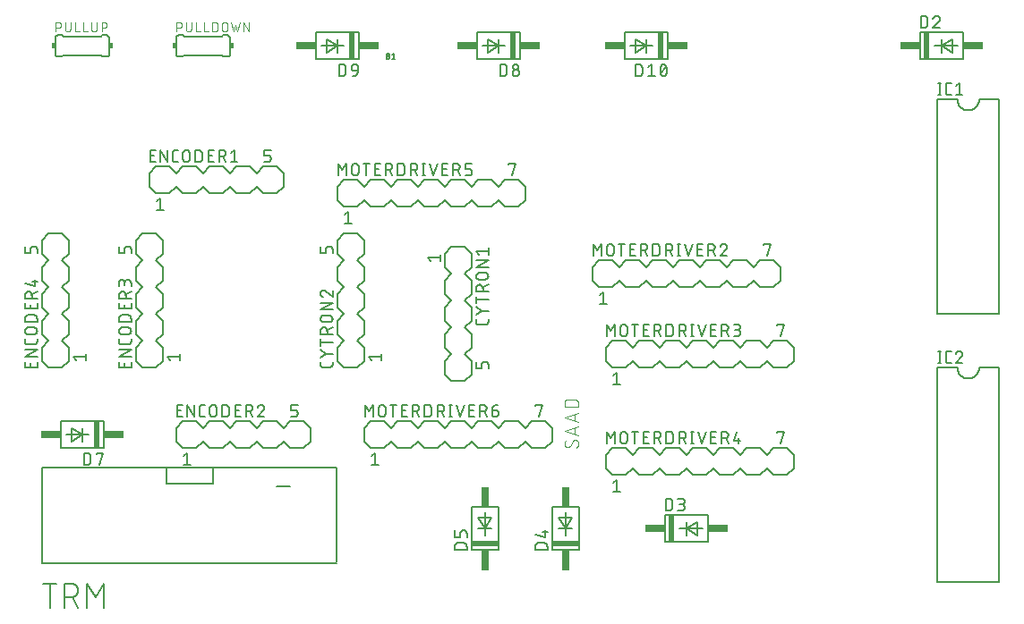
<source format=gbr>
G04 EAGLE Gerber RS-274X export*
G75*
%MOMM*%
%FSLAX34Y34*%
%LPD*%
%INSilkscreen Top*%
%IPPOS*%
%AMOC8*
5,1,8,0,0,1.08239X$1,22.5*%
G01*
%ADD10C,0.203200*%
%ADD11C,0.101600*%
%ADD12C,0.127000*%
%ADD13C,0.152400*%
%ADD14R,0.508000X2.540000*%
%ADD15R,1.905000X0.762000*%
%ADD16R,2.540000X0.508000*%
%ADD17R,0.762000X1.905000*%
%ADD18R,0.381000X0.508000*%


D10*
X58307Y26416D02*
X58307Y49784D01*
X51816Y49784D02*
X64798Y49784D01*
X72063Y49784D02*
X72063Y26416D01*
X72063Y49784D02*
X78554Y49784D01*
X78713Y49782D01*
X78872Y49776D01*
X79032Y49766D01*
X79190Y49753D01*
X79349Y49735D01*
X79506Y49714D01*
X79664Y49688D01*
X79820Y49659D01*
X79976Y49626D01*
X80131Y49589D01*
X80285Y49549D01*
X80438Y49504D01*
X80590Y49456D01*
X80741Y49405D01*
X80890Y49349D01*
X81038Y49290D01*
X81184Y49227D01*
X81329Y49161D01*
X81472Y49091D01*
X81614Y49018D01*
X81753Y48941D01*
X81891Y48861D01*
X82027Y48777D01*
X82160Y48690D01*
X82292Y48600D01*
X82421Y48507D01*
X82547Y48410D01*
X82672Y48311D01*
X82794Y48208D01*
X82913Y48103D01*
X83030Y47994D01*
X83144Y47883D01*
X83255Y47769D01*
X83364Y47652D01*
X83469Y47533D01*
X83572Y47411D01*
X83671Y47286D01*
X83768Y47160D01*
X83861Y47031D01*
X83951Y46899D01*
X84038Y46766D01*
X84122Y46630D01*
X84202Y46492D01*
X84279Y46353D01*
X84352Y46211D01*
X84422Y46068D01*
X84488Y45923D01*
X84551Y45777D01*
X84610Y45629D01*
X84666Y45480D01*
X84717Y45329D01*
X84765Y45177D01*
X84810Y45024D01*
X84850Y44870D01*
X84887Y44715D01*
X84920Y44559D01*
X84949Y44403D01*
X84975Y44245D01*
X84996Y44088D01*
X85014Y43929D01*
X85027Y43771D01*
X85037Y43611D01*
X85043Y43452D01*
X85045Y43293D01*
X85043Y43134D01*
X85037Y42975D01*
X85027Y42815D01*
X85014Y42657D01*
X84996Y42498D01*
X84975Y42341D01*
X84949Y42183D01*
X84920Y42027D01*
X84887Y41871D01*
X84850Y41716D01*
X84810Y41562D01*
X84765Y41409D01*
X84717Y41257D01*
X84666Y41106D01*
X84610Y40957D01*
X84551Y40809D01*
X84488Y40663D01*
X84422Y40518D01*
X84352Y40375D01*
X84279Y40233D01*
X84202Y40094D01*
X84122Y39956D01*
X84038Y39820D01*
X83951Y39687D01*
X83861Y39555D01*
X83768Y39426D01*
X83671Y39300D01*
X83572Y39175D01*
X83469Y39053D01*
X83364Y38934D01*
X83255Y38817D01*
X83144Y38703D01*
X83030Y38592D01*
X82913Y38483D01*
X82794Y38378D01*
X82672Y38275D01*
X82547Y38176D01*
X82421Y38079D01*
X82292Y37986D01*
X82160Y37896D01*
X82027Y37809D01*
X81891Y37725D01*
X81753Y37645D01*
X81614Y37568D01*
X81472Y37495D01*
X81329Y37425D01*
X81184Y37359D01*
X81038Y37296D01*
X80890Y37237D01*
X80741Y37181D01*
X80590Y37130D01*
X80438Y37082D01*
X80285Y37037D01*
X80131Y36997D01*
X79976Y36960D01*
X79820Y36927D01*
X79664Y36898D01*
X79506Y36872D01*
X79349Y36851D01*
X79190Y36833D01*
X79032Y36820D01*
X78872Y36810D01*
X78713Y36804D01*
X78554Y36802D01*
X72063Y36802D01*
X79852Y36802D02*
X85045Y26416D01*
X93667Y26416D02*
X93667Y49784D01*
X101457Y36802D01*
X109246Y49784D01*
X109246Y26416D01*
D11*
X555357Y185646D02*
X555464Y185644D01*
X555571Y185638D01*
X555678Y185628D01*
X555784Y185615D01*
X555890Y185597D01*
X555995Y185576D01*
X556099Y185551D01*
X556203Y185522D01*
X556305Y185489D01*
X556405Y185452D01*
X556505Y185412D01*
X556603Y185368D01*
X556699Y185321D01*
X556793Y185270D01*
X556886Y185216D01*
X556976Y185159D01*
X557065Y185098D01*
X557151Y185034D01*
X557234Y184967D01*
X557316Y184897D01*
X557394Y184824D01*
X557470Y184748D01*
X557543Y184670D01*
X557613Y184588D01*
X557680Y184505D01*
X557744Y184419D01*
X557805Y184330D01*
X557862Y184240D01*
X557916Y184147D01*
X557967Y184053D01*
X558014Y183957D01*
X558058Y183859D01*
X558098Y183759D01*
X558135Y183659D01*
X558168Y183557D01*
X558197Y183453D01*
X558222Y183349D01*
X558243Y183244D01*
X558261Y183138D01*
X558274Y183032D01*
X558284Y182925D01*
X558290Y182818D01*
X558292Y182711D01*
X558290Y182558D01*
X558284Y182405D01*
X558275Y182252D01*
X558262Y182100D01*
X558245Y181948D01*
X558224Y181796D01*
X558200Y181645D01*
X558172Y181495D01*
X558140Y181345D01*
X558104Y181197D01*
X558065Y181049D01*
X558022Y180902D01*
X557976Y180756D01*
X557926Y180612D01*
X557872Y180468D01*
X557815Y180326D01*
X557755Y180186D01*
X557690Y180047D01*
X557623Y179910D01*
X557552Y179774D01*
X557478Y179640D01*
X557401Y179508D01*
X557320Y179378D01*
X557236Y179250D01*
X557149Y179124D01*
X557059Y179001D01*
X556966Y178879D01*
X556870Y178760D01*
X556771Y178644D01*
X556670Y178529D01*
X556565Y178418D01*
X556458Y178309D01*
X548019Y178675D02*
X547912Y178677D01*
X547805Y178683D01*
X547698Y178693D01*
X547592Y178706D01*
X547486Y178724D01*
X547381Y178745D01*
X547277Y178770D01*
X547173Y178799D01*
X547071Y178832D01*
X546971Y178869D01*
X546871Y178909D01*
X546773Y178953D01*
X546677Y179000D01*
X546583Y179051D01*
X546490Y179105D01*
X546400Y179162D01*
X546311Y179223D01*
X546225Y179287D01*
X546142Y179354D01*
X546060Y179424D01*
X545982Y179497D01*
X545906Y179573D01*
X545833Y179651D01*
X545763Y179733D01*
X545696Y179816D01*
X545632Y179902D01*
X545571Y179991D01*
X545514Y180081D01*
X545460Y180174D01*
X545409Y180268D01*
X545362Y180364D01*
X545318Y180462D01*
X545278Y180562D01*
X545241Y180662D01*
X545208Y180764D01*
X545179Y180868D01*
X545154Y180972D01*
X545133Y181077D01*
X545115Y181183D01*
X545102Y181289D01*
X545092Y181396D01*
X545086Y181503D01*
X545084Y181610D01*
X545086Y181758D01*
X545092Y181905D01*
X545102Y182052D01*
X545116Y182199D01*
X545133Y182346D01*
X545155Y182491D01*
X545181Y182637D01*
X545210Y182781D01*
X545243Y182925D01*
X545281Y183068D01*
X545322Y183210D01*
X545366Y183350D01*
X545415Y183490D01*
X545467Y183628D01*
X545523Y183764D01*
X545583Y183899D01*
X545646Y184032D01*
X545713Y184164D01*
X545783Y184294D01*
X545856Y184422D01*
X545934Y184547D01*
X546014Y184671D01*
X546098Y184793D01*
X546185Y184912D01*
X550587Y180143D02*
X550531Y180052D01*
X550472Y179963D01*
X550410Y179876D01*
X550345Y179792D01*
X550277Y179709D01*
X550206Y179630D01*
X550132Y179553D01*
X550055Y179479D01*
X549976Y179407D01*
X549894Y179339D01*
X549810Y179273D01*
X549723Y179210D01*
X549635Y179151D01*
X549544Y179095D01*
X549451Y179042D01*
X549357Y178992D01*
X549261Y178946D01*
X549163Y178903D01*
X549064Y178864D01*
X548963Y178828D01*
X548861Y178796D01*
X548758Y178768D01*
X548654Y178744D01*
X548550Y178723D01*
X548444Y178706D01*
X548339Y178692D01*
X548232Y178683D01*
X548126Y178677D01*
X548019Y178675D01*
X552789Y184178D02*
X552845Y184269D01*
X552904Y184358D01*
X552966Y184445D01*
X553031Y184530D01*
X553099Y184612D01*
X553170Y184691D01*
X553244Y184768D01*
X553321Y184842D01*
X553400Y184914D01*
X553482Y184982D01*
X553566Y185048D01*
X553653Y185111D01*
X553741Y185170D01*
X553832Y185226D01*
X553925Y185279D01*
X554019Y185329D01*
X554115Y185375D01*
X554213Y185418D01*
X554312Y185457D01*
X554413Y185493D01*
X554515Y185525D01*
X554618Y185553D01*
X554722Y185577D01*
X554826Y185598D01*
X554932Y185615D01*
X555037Y185629D01*
X555144Y185638D01*
X555250Y185644D01*
X555357Y185646D01*
X552789Y184178D02*
X550587Y180142D01*
X558292Y189949D02*
X545084Y194352D01*
X558292Y198754D01*
X554990Y197654D02*
X554990Y191050D01*
X558292Y202751D02*
X545084Y207153D01*
X558292Y211556D01*
X554990Y210455D02*
X554990Y203851D01*
X558292Y216713D02*
X545084Y216713D01*
X545084Y220382D01*
X545086Y220502D01*
X545092Y220622D01*
X545102Y220742D01*
X545115Y220861D01*
X545133Y220980D01*
X545154Y221098D01*
X545180Y221215D01*
X545209Y221332D01*
X545242Y221447D01*
X545279Y221561D01*
X545319Y221674D01*
X545363Y221786D01*
X545411Y221896D01*
X545462Y222005D01*
X545517Y222112D01*
X545576Y222217D01*
X545637Y222319D01*
X545702Y222420D01*
X545771Y222519D01*
X545842Y222616D01*
X545917Y222710D01*
X545995Y222801D01*
X546075Y222890D01*
X546159Y222976D01*
X546245Y223060D01*
X546334Y223141D01*
X546425Y223218D01*
X546519Y223293D01*
X546616Y223364D01*
X546715Y223433D01*
X546816Y223498D01*
X546919Y223559D01*
X547023Y223618D01*
X547130Y223673D01*
X547239Y223724D01*
X547349Y223772D01*
X547461Y223816D01*
X547574Y223856D01*
X547688Y223893D01*
X547803Y223926D01*
X547920Y223955D01*
X548037Y223981D01*
X548155Y224002D01*
X548274Y224020D01*
X548393Y224033D01*
X548513Y224043D01*
X548633Y224049D01*
X548753Y224051D01*
X548753Y224050D02*
X554623Y224050D01*
X554623Y224051D02*
X554743Y224049D01*
X554863Y224043D01*
X554983Y224033D01*
X555102Y224020D01*
X555221Y224002D01*
X555339Y223981D01*
X555456Y223955D01*
X555573Y223926D01*
X555688Y223893D01*
X555802Y223856D01*
X555915Y223816D01*
X556027Y223772D01*
X556137Y223724D01*
X556246Y223673D01*
X556353Y223618D01*
X556458Y223559D01*
X556560Y223498D01*
X556661Y223433D01*
X556760Y223364D01*
X556857Y223293D01*
X556951Y223218D01*
X557042Y223141D01*
X557131Y223060D01*
X557217Y222976D01*
X557301Y222890D01*
X557382Y222801D01*
X557459Y222710D01*
X557534Y222616D01*
X557605Y222519D01*
X557674Y222420D01*
X557739Y222319D01*
X557800Y222217D01*
X557859Y222112D01*
X557914Y222005D01*
X557965Y221896D01*
X558013Y221786D01*
X558057Y221674D01*
X558097Y221561D01*
X558134Y221447D01*
X558167Y221332D01*
X558196Y221215D01*
X558222Y221098D01*
X558243Y220980D01*
X558261Y220861D01*
X558274Y220742D01*
X558284Y220622D01*
X558290Y220502D01*
X558292Y220382D01*
X558292Y216713D01*
D12*
X378422Y549416D02*
X377081Y549416D01*
X378422Y549417D02*
X378493Y549415D01*
X378565Y549409D01*
X378635Y549400D01*
X378705Y549387D01*
X378775Y549370D01*
X378843Y549349D01*
X378910Y549325D01*
X378976Y549297D01*
X379040Y549266D01*
X379103Y549231D01*
X379163Y549193D01*
X379222Y549152D01*
X379278Y549108D01*
X379332Y549061D01*
X379383Y549012D01*
X379431Y548959D01*
X379477Y548904D01*
X379519Y548847D01*
X379559Y548787D01*
X379595Y548726D01*
X379628Y548662D01*
X379657Y548597D01*
X379683Y548531D01*
X379706Y548463D01*
X379725Y548394D01*
X379740Y548324D01*
X379751Y548254D01*
X379759Y548183D01*
X379763Y548112D01*
X379763Y548040D01*
X379759Y547969D01*
X379751Y547898D01*
X379740Y547828D01*
X379725Y547758D01*
X379706Y547689D01*
X379683Y547621D01*
X379657Y547555D01*
X379628Y547490D01*
X379595Y547426D01*
X379559Y547365D01*
X379519Y547305D01*
X379477Y547248D01*
X379431Y547193D01*
X379383Y547140D01*
X379332Y547091D01*
X379278Y547044D01*
X379222Y547000D01*
X379163Y546959D01*
X379103Y546921D01*
X379040Y546886D01*
X378976Y546855D01*
X378910Y546827D01*
X378843Y546803D01*
X378775Y546782D01*
X378705Y546765D01*
X378635Y546752D01*
X378565Y546743D01*
X378493Y546737D01*
X378422Y546735D01*
X377081Y546735D01*
X377081Y551561D01*
X378422Y551561D01*
X378487Y551559D01*
X378551Y551553D01*
X378615Y551543D01*
X378679Y551530D01*
X378741Y551512D01*
X378802Y551491D01*
X378862Y551467D01*
X378920Y551438D01*
X378977Y551406D01*
X379031Y551371D01*
X379083Y551333D01*
X379133Y551291D01*
X379180Y551247D01*
X379224Y551200D01*
X379266Y551150D01*
X379304Y551098D01*
X379339Y551044D01*
X379371Y550987D01*
X379400Y550929D01*
X379424Y550869D01*
X379445Y550808D01*
X379463Y550746D01*
X379476Y550682D01*
X379486Y550618D01*
X379492Y550554D01*
X379494Y550489D01*
X379492Y550424D01*
X379486Y550360D01*
X379476Y550296D01*
X379463Y550232D01*
X379445Y550170D01*
X379424Y550109D01*
X379400Y550049D01*
X379371Y549991D01*
X379339Y549934D01*
X379304Y549880D01*
X379266Y549828D01*
X379224Y549778D01*
X379180Y549731D01*
X379133Y549687D01*
X379083Y549645D01*
X379031Y549607D01*
X378977Y549572D01*
X378920Y549540D01*
X378862Y549511D01*
X378802Y549487D01*
X378741Y549466D01*
X378679Y549448D01*
X378615Y549435D01*
X378551Y549425D01*
X378487Y549419D01*
X378422Y549417D01*
X382238Y550489D02*
X383579Y551561D01*
X383579Y546735D01*
X384919Y546735D02*
X382238Y546735D01*
D13*
X457200Y361950D02*
X457200Y349250D01*
X450850Y342900D01*
X438150Y342900D02*
X431800Y349250D01*
X450850Y342900D02*
X457200Y336550D01*
X457200Y323850D01*
X450850Y317500D01*
X438150Y317500D02*
X431800Y323850D01*
X431800Y336550D01*
X438150Y342900D01*
X438150Y368300D02*
X450850Y368300D01*
X457200Y361950D01*
X438150Y368300D02*
X431800Y361950D01*
X431800Y349250D01*
X450850Y317500D02*
X457200Y311150D01*
X457200Y298450D01*
X450850Y292100D01*
X438150Y292100D02*
X431800Y298450D01*
X431800Y311150D01*
X438150Y317500D01*
X457200Y285750D02*
X457200Y273050D01*
X450850Y266700D01*
X438150Y266700D02*
X431800Y273050D01*
X450850Y266700D02*
X457200Y260350D01*
X457200Y247650D01*
X450850Y241300D01*
X438150Y241300D01*
X431800Y247650D01*
X431800Y260350D01*
X438150Y266700D01*
X457200Y285750D02*
X450850Y292100D01*
X438150Y292100D02*
X431800Y285750D01*
X431800Y273050D01*
D12*
X418465Y354965D02*
X415925Y358140D01*
X427355Y358140D01*
X427355Y354965D02*
X427355Y361315D01*
X473075Y257175D02*
X473075Y253365D01*
X473075Y257175D02*
X473073Y257275D01*
X473067Y257374D01*
X473057Y257474D01*
X473044Y257572D01*
X473026Y257671D01*
X473005Y257768D01*
X472980Y257864D01*
X472951Y257960D01*
X472918Y258054D01*
X472882Y258147D01*
X472842Y258238D01*
X472798Y258328D01*
X472751Y258416D01*
X472701Y258502D01*
X472647Y258586D01*
X472590Y258668D01*
X472530Y258747D01*
X472466Y258825D01*
X472400Y258899D01*
X472331Y258971D01*
X472259Y259040D01*
X472185Y259106D01*
X472107Y259170D01*
X472028Y259230D01*
X471946Y259287D01*
X471862Y259341D01*
X471776Y259391D01*
X471688Y259438D01*
X471598Y259482D01*
X471507Y259522D01*
X471414Y259558D01*
X471320Y259591D01*
X471224Y259620D01*
X471128Y259645D01*
X471031Y259666D01*
X470932Y259684D01*
X470834Y259697D01*
X470734Y259707D01*
X470635Y259713D01*
X470535Y259715D01*
X469265Y259715D01*
X469165Y259713D01*
X469066Y259707D01*
X468966Y259697D01*
X468868Y259684D01*
X468769Y259666D01*
X468672Y259645D01*
X468576Y259620D01*
X468480Y259591D01*
X468386Y259558D01*
X468293Y259522D01*
X468202Y259482D01*
X468112Y259438D01*
X468024Y259391D01*
X467938Y259341D01*
X467854Y259287D01*
X467772Y259230D01*
X467693Y259170D01*
X467615Y259106D01*
X467541Y259040D01*
X467469Y258971D01*
X467400Y258899D01*
X467334Y258825D01*
X467270Y258747D01*
X467210Y258668D01*
X467153Y258586D01*
X467099Y258502D01*
X467049Y258416D01*
X467002Y258328D01*
X466958Y258238D01*
X466918Y258147D01*
X466882Y258054D01*
X466849Y257960D01*
X466820Y257864D01*
X466795Y257768D01*
X466774Y257671D01*
X466756Y257572D01*
X466743Y257474D01*
X466733Y257374D01*
X466727Y257275D01*
X466725Y257175D01*
X466725Y253365D01*
X461645Y253365D01*
X461645Y259715D01*
X473075Y297524D02*
X473075Y300064D01*
X473075Y297524D02*
X473073Y297424D01*
X473067Y297325D01*
X473057Y297225D01*
X473044Y297127D01*
X473026Y297028D01*
X473005Y296931D01*
X472980Y296835D01*
X472951Y296739D01*
X472918Y296645D01*
X472882Y296552D01*
X472842Y296461D01*
X472798Y296371D01*
X472751Y296283D01*
X472701Y296197D01*
X472647Y296113D01*
X472590Y296031D01*
X472530Y295952D01*
X472466Y295874D01*
X472400Y295800D01*
X472331Y295728D01*
X472259Y295659D01*
X472185Y295593D01*
X472107Y295529D01*
X472028Y295469D01*
X471946Y295412D01*
X471862Y295358D01*
X471776Y295308D01*
X471688Y295261D01*
X471598Y295217D01*
X471507Y295177D01*
X471414Y295141D01*
X471320Y295108D01*
X471224Y295079D01*
X471128Y295054D01*
X471031Y295033D01*
X470932Y295015D01*
X470834Y295002D01*
X470734Y294992D01*
X470635Y294986D01*
X470535Y294984D01*
X464185Y294984D01*
X464085Y294986D01*
X463986Y294992D01*
X463886Y295002D01*
X463788Y295015D01*
X463689Y295033D01*
X463592Y295054D01*
X463496Y295079D01*
X463400Y295108D01*
X463306Y295141D01*
X463213Y295177D01*
X463122Y295217D01*
X463032Y295261D01*
X462944Y295308D01*
X462858Y295358D01*
X462774Y295412D01*
X462692Y295469D01*
X462613Y295529D01*
X462535Y295593D01*
X462461Y295659D01*
X462389Y295728D01*
X462320Y295800D01*
X462254Y295874D01*
X462190Y295952D01*
X462130Y296031D01*
X462073Y296113D01*
X462019Y296197D01*
X461969Y296283D01*
X461922Y296371D01*
X461878Y296461D01*
X461838Y296552D01*
X461802Y296645D01*
X461769Y296739D01*
X461740Y296835D01*
X461715Y296931D01*
X461694Y297028D01*
X461676Y297127D01*
X461663Y297225D01*
X461653Y297325D01*
X461647Y297424D01*
X461645Y297524D01*
X461645Y300064D01*
X461645Y303911D02*
X467043Y307721D01*
X461645Y311531D01*
X467043Y307721D02*
X473075Y307721D01*
X473075Y318389D02*
X461645Y318389D01*
X461645Y315214D02*
X461645Y321564D01*
X461645Y326346D02*
X473075Y326346D01*
X461645Y326346D02*
X461645Y329521D01*
X461647Y329632D01*
X461653Y329742D01*
X461662Y329853D01*
X461676Y329963D01*
X461693Y330072D01*
X461714Y330181D01*
X461739Y330289D01*
X461768Y330396D01*
X461800Y330502D01*
X461836Y330607D01*
X461876Y330710D01*
X461919Y330812D01*
X461966Y330913D01*
X462017Y331012D01*
X462070Y331109D01*
X462127Y331203D01*
X462188Y331296D01*
X462251Y331387D01*
X462318Y331476D01*
X462388Y331562D01*
X462461Y331645D01*
X462536Y331727D01*
X462614Y331805D01*
X462696Y331880D01*
X462779Y331953D01*
X462865Y332023D01*
X462954Y332090D01*
X463045Y332153D01*
X463138Y332214D01*
X463233Y332271D01*
X463329Y332324D01*
X463428Y332375D01*
X463529Y332422D01*
X463631Y332465D01*
X463734Y332505D01*
X463839Y332541D01*
X463945Y332573D01*
X464052Y332602D01*
X464160Y332627D01*
X464269Y332648D01*
X464378Y332665D01*
X464488Y332679D01*
X464599Y332688D01*
X464709Y332694D01*
X464820Y332696D01*
X464931Y332694D01*
X465041Y332688D01*
X465152Y332679D01*
X465262Y332665D01*
X465371Y332648D01*
X465480Y332627D01*
X465588Y332602D01*
X465695Y332573D01*
X465801Y332541D01*
X465906Y332505D01*
X466009Y332465D01*
X466111Y332422D01*
X466212Y332375D01*
X466311Y332324D01*
X466408Y332271D01*
X466502Y332214D01*
X466595Y332153D01*
X466686Y332090D01*
X466775Y332023D01*
X466861Y331953D01*
X466944Y331880D01*
X467026Y331805D01*
X467104Y331727D01*
X467179Y331645D01*
X467252Y331562D01*
X467322Y331476D01*
X467389Y331387D01*
X467452Y331296D01*
X467513Y331203D01*
X467570Y331109D01*
X467623Y331012D01*
X467674Y330913D01*
X467721Y330812D01*
X467764Y330710D01*
X467804Y330607D01*
X467840Y330502D01*
X467872Y330396D01*
X467901Y330289D01*
X467926Y330181D01*
X467947Y330072D01*
X467964Y329963D01*
X467978Y329853D01*
X467987Y329742D01*
X467993Y329632D01*
X467995Y329521D01*
X467995Y326346D01*
X467995Y330156D02*
X473075Y332696D01*
X469900Y337693D02*
X464820Y337693D01*
X464709Y337695D01*
X464599Y337701D01*
X464488Y337710D01*
X464378Y337724D01*
X464269Y337741D01*
X464160Y337762D01*
X464052Y337787D01*
X463945Y337816D01*
X463839Y337848D01*
X463734Y337884D01*
X463631Y337924D01*
X463529Y337967D01*
X463428Y338014D01*
X463329Y338065D01*
X463233Y338118D01*
X463138Y338175D01*
X463045Y338236D01*
X462954Y338299D01*
X462865Y338366D01*
X462779Y338436D01*
X462696Y338509D01*
X462614Y338584D01*
X462536Y338662D01*
X462461Y338744D01*
X462388Y338827D01*
X462318Y338913D01*
X462251Y339002D01*
X462188Y339093D01*
X462127Y339186D01*
X462070Y339281D01*
X462017Y339377D01*
X461966Y339476D01*
X461919Y339577D01*
X461876Y339679D01*
X461836Y339782D01*
X461800Y339887D01*
X461768Y339993D01*
X461739Y340100D01*
X461714Y340208D01*
X461693Y340317D01*
X461676Y340426D01*
X461662Y340536D01*
X461653Y340647D01*
X461647Y340757D01*
X461645Y340868D01*
X461647Y340979D01*
X461653Y341089D01*
X461662Y341200D01*
X461676Y341310D01*
X461693Y341419D01*
X461714Y341528D01*
X461739Y341636D01*
X461768Y341743D01*
X461800Y341849D01*
X461836Y341954D01*
X461876Y342057D01*
X461919Y342159D01*
X461966Y342260D01*
X462017Y342359D01*
X462070Y342456D01*
X462127Y342550D01*
X462188Y342643D01*
X462251Y342734D01*
X462318Y342823D01*
X462388Y342909D01*
X462461Y342992D01*
X462536Y343074D01*
X462614Y343152D01*
X462696Y343227D01*
X462779Y343300D01*
X462865Y343370D01*
X462954Y343437D01*
X463045Y343500D01*
X463138Y343561D01*
X463233Y343618D01*
X463329Y343671D01*
X463428Y343722D01*
X463529Y343769D01*
X463631Y343812D01*
X463734Y343852D01*
X463839Y343888D01*
X463945Y343920D01*
X464052Y343949D01*
X464160Y343974D01*
X464269Y343995D01*
X464378Y344012D01*
X464488Y344026D01*
X464599Y344035D01*
X464709Y344041D01*
X464820Y344043D01*
X469900Y344043D01*
X470011Y344041D01*
X470121Y344035D01*
X470232Y344026D01*
X470342Y344012D01*
X470451Y343995D01*
X470560Y343974D01*
X470668Y343949D01*
X470775Y343920D01*
X470881Y343888D01*
X470986Y343852D01*
X471089Y343812D01*
X471191Y343769D01*
X471292Y343722D01*
X471391Y343671D01*
X471488Y343618D01*
X471582Y343561D01*
X471675Y343500D01*
X471766Y343437D01*
X471855Y343370D01*
X471941Y343300D01*
X472024Y343227D01*
X472106Y343152D01*
X472184Y343074D01*
X472259Y342992D01*
X472332Y342909D01*
X472402Y342823D01*
X472469Y342734D01*
X472532Y342643D01*
X472593Y342550D01*
X472650Y342455D01*
X472703Y342359D01*
X472754Y342260D01*
X472801Y342159D01*
X472844Y342057D01*
X472884Y341954D01*
X472920Y341849D01*
X472952Y341743D01*
X472981Y341636D01*
X473006Y341528D01*
X473027Y341419D01*
X473044Y341310D01*
X473058Y341200D01*
X473067Y341089D01*
X473073Y340979D01*
X473075Y340868D01*
X473073Y340757D01*
X473067Y340647D01*
X473058Y340536D01*
X473044Y340426D01*
X473027Y340317D01*
X473006Y340208D01*
X472981Y340100D01*
X472952Y339993D01*
X472920Y339887D01*
X472884Y339782D01*
X472844Y339679D01*
X472801Y339577D01*
X472754Y339476D01*
X472703Y339377D01*
X472650Y339280D01*
X472593Y339186D01*
X472532Y339093D01*
X472469Y339002D01*
X472402Y338913D01*
X472332Y338827D01*
X472259Y338744D01*
X472184Y338662D01*
X472106Y338584D01*
X472024Y338509D01*
X471941Y338436D01*
X471855Y338366D01*
X471766Y338299D01*
X471675Y338236D01*
X471582Y338175D01*
X471488Y338118D01*
X471391Y338065D01*
X471292Y338014D01*
X471191Y337967D01*
X471089Y337924D01*
X470986Y337884D01*
X470881Y337848D01*
X470775Y337816D01*
X470668Y337787D01*
X470560Y337762D01*
X470451Y337741D01*
X470342Y337724D01*
X470232Y337710D01*
X470121Y337701D01*
X470011Y337695D01*
X469900Y337693D01*
X473075Y349504D02*
X461645Y349504D01*
X473075Y355854D01*
X461645Y355854D01*
X464185Y361315D02*
X461645Y364490D01*
X473075Y364490D01*
X473075Y361315D02*
X473075Y367665D01*
D13*
X330200Y273050D02*
X330200Y260350D01*
X330200Y273050D02*
X336550Y279400D01*
X349250Y279400D02*
X355600Y273050D01*
X336550Y279400D02*
X330200Y285750D01*
X330200Y298450D01*
X336550Y304800D01*
X349250Y304800D02*
X355600Y298450D01*
X355600Y285750D01*
X349250Y279400D01*
X349250Y254000D02*
X336550Y254000D01*
X330200Y260350D01*
X349250Y254000D02*
X355600Y260350D01*
X355600Y273050D01*
X336550Y304800D02*
X330200Y311150D01*
X330200Y323850D01*
X336550Y330200D01*
X349250Y330200D02*
X355600Y323850D01*
X355600Y311150D01*
X349250Y304800D01*
X330200Y336550D02*
X330200Y349250D01*
X336550Y355600D01*
X349250Y355600D02*
X355600Y349250D01*
X336550Y355600D02*
X330200Y361950D01*
X330200Y374650D01*
X336550Y381000D01*
X349250Y381000D01*
X355600Y374650D01*
X355600Y361950D01*
X349250Y355600D01*
X330200Y336550D02*
X336550Y330200D01*
X349250Y330200D02*
X355600Y336550D01*
X355600Y349250D01*
D12*
X360045Y264160D02*
X362585Y260985D01*
X360045Y264160D02*
X371475Y264160D01*
X371475Y260985D02*
X371475Y267335D01*
X325755Y362585D02*
X325755Y366395D01*
X325753Y366495D01*
X325747Y366594D01*
X325737Y366694D01*
X325724Y366792D01*
X325706Y366891D01*
X325685Y366988D01*
X325660Y367084D01*
X325631Y367180D01*
X325598Y367274D01*
X325562Y367367D01*
X325522Y367458D01*
X325478Y367548D01*
X325431Y367636D01*
X325381Y367722D01*
X325327Y367806D01*
X325270Y367888D01*
X325210Y367967D01*
X325146Y368045D01*
X325080Y368119D01*
X325011Y368191D01*
X324939Y368260D01*
X324865Y368326D01*
X324787Y368390D01*
X324708Y368450D01*
X324626Y368507D01*
X324542Y368561D01*
X324456Y368611D01*
X324368Y368658D01*
X324278Y368702D01*
X324187Y368742D01*
X324094Y368778D01*
X324000Y368811D01*
X323904Y368840D01*
X323808Y368865D01*
X323711Y368886D01*
X323612Y368904D01*
X323514Y368917D01*
X323414Y368927D01*
X323315Y368933D01*
X323215Y368935D01*
X321945Y368935D01*
X321845Y368933D01*
X321746Y368927D01*
X321646Y368917D01*
X321548Y368904D01*
X321449Y368886D01*
X321352Y368865D01*
X321256Y368840D01*
X321160Y368811D01*
X321066Y368778D01*
X320973Y368742D01*
X320882Y368702D01*
X320792Y368658D01*
X320704Y368611D01*
X320618Y368561D01*
X320534Y368507D01*
X320452Y368450D01*
X320373Y368390D01*
X320295Y368326D01*
X320221Y368260D01*
X320149Y368191D01*
X320080Y368119D01*
X320014Y368045D01*
X319950Y367967D01*
X319890Y367888D01*
X319833Y367806D01*
X319779Y367722D01*
X319729Y367636D01*
X319682Y367548D01*
X319638Y367458D01*
X319598Y367367D01*
X319562Y367274D01*
X319529Y367180D01*
X319500Y367084D01*
X319475Y366988D01*
X319454Y366891D01*
X319436Y366792D01*
X319423Y366694D01*
X319413Y366594D01*
X319407Y366495D01*
X319405Y366395D01*
X319405Y362585D01*
X314325Y362585D01*
X314325Y368935D01*
X325755Y259715D02*
X325755Y257175D01*
X325753Y257075D01*
X325747Y256976D01*
X325737Y256876D01*
X325724Y256778D01*
X325706Y256679D01*
X325685Y256582D01*
X325660Y256486D01*
X325631Y256390D01*
X325598Y256296D01*
X325562Y256203D01*
X325522Y256112D01*
X325478Y256022D01*
X325431Y255934D01*
X325381Y255848D01*
X325327Y255764D01*
X325270Y255682D01*
X325210Y255603D01*
X325146Y255525D01*
X325080Y255451D01*
X325011Y255379D01*
X324939Y255310D01*
X324865Y255244D01*
X324787Y255180D01*
X324708Y255120D01*
X324626Y255063D01*
X324542Y255009D01*
X324456Y254959D01*
X324368Y254912D01*
X324278Y254868D01*
X324187Y254828D01*
X324094Y254792D01*
X324000Y254759D01*
X323904Y254730D01*
X323808Y254705D01*
X323711Y254684D01*
X323612Y254666D01*
X323514Y254653D01*
X323414Y254643D01*
X323315Y254637D01*
X323215Y254635D01*
X316865Y254635D01*
X316765Y254637D01*
X316666Y254643D01*
X316566Y254653D01*
X316468Y254666D01*
X316369Y254684D01*
X316272Y254705D01*
X316176Y254730D01*
X316080Y254759D01*
X315986Y254792D01*
X315893Y254828D01*
X315802Y254868D01*
X315712Y254912D01*
X315624Y254959D01*
X315538Y255009D01*
X315454Y255063D01*
X315372Y255120D01*
X315293Y255180D01*
X315215Y255244D01*
X315141Y255310D01*
X315069Y255379D01*
X315000Y255451D01*
X314934Y255525D01*
X314870Y255603D01*
X314810Y255682D01*
X314753Y255764D01*
X314699Y255848D01*
X314649Y255934D01*
X314602Y256022D01*
X314558Y256112D01*
X314518Y256203D01*
X314482Y256296D01*
X314449Y256390D01*
X314420Y256486D01*
X314395Y256582D01*
X314374Y256679D01*
X314356Y256778D01*
X314343Y256876D01*
X314333Y256976D01*
X314327Y257075D01*
X314325Y257175D01*
X314325Y259715D01*
X314325Y263562D02*
X319723Y267372D01*
X314325Y271182D01*
X319723Y267372D02*
X325755Y267372D01*
X325755Y278040D02*
X314325Y278040D01*
X314325Y274865D02*
X314325Y281215D01*
X314325Y285997D02*
X325755Y285997D01*
X314325Y285997D02*
X314325Y289172D01*
X314327Y289283D01*
X314333Y289393D01*
X314342Y289504D01*
X314356Y289614D01*
X314373Y289723D01*
X314394Y289832D01*
X314419Y289940D01*
X314448Y290047D01*
X314480Y290153D01*
X314516Y290258D01*
X314556Y290361D01*
X314599Y290463D01*
X314646Y290564D01*
X314697Y290663D01*
X314750Y290760D01*
X314807Y290854D01*
X314868Y290947D01*
X314931Y291038D01*
X314998Y291127D01*
X315068Y291213D01*
X315141Y291296D01*
X315216Y291378D01*
X315294Y291456D01*
X315376Y291531D01*
X315459Y291604D01*
X315545Y291674D01*
X315634Y291741D01*
X315725Y291804D01*
X315818Y291865D01*
X315913Y291922D01*
X316009Y291975D01*
X316108Y292026D01*
X316209Y292073D01*
X316311Y292116D01*
X316414Y292156D01*
X316519Y292192D01*
X316625Y292224D01*
X316732Y292253D01*
X316840Y292278D01*
X316949Y292299D01*
X317058Y292316D01*
X317168Y292330D01*
X317279Y292339D01*
X317389Y292345D01*
X317500Y292347D01*
X317611Y292345D01*
X317721Y292339D01*
X317832Y292330D01*
X317942Y292316D01*
X318051Y292299D01*
X318160Y292278D01*
X318268Y292253D01*
X318375Y292224D01*
X318481Y292192D01*
X318586Y292156D01*
X318689Y292116D01*
X318791Y292073D01*
X318892Y292026D01*
X318991Y291975D01*
X319088Y291922D01*
X319182Y291865D01*
X319275Y291804D01*
X319366Y291741D01*
X319455Y291674D01*
X319541Y291604D01*
X319624Y291531D01*
X319706Y291456D01*
X319784Y291378D01*
X319859Y291296D01*
X319932Y291213D01*
X320002Y291127D01*
X320069Y291038D01*
X320132Y290947D01*
X320193Y290854D01*
X320250Y290760D01*
X320303Y290663D01*
X320354Y290564D01*
X320401Y290463D01*
X320444Y290361D01*
X320484Y290258D01*
X320520Y290153D01*
X320552Y290047D01*
X320581Y289940D01*
X320606Y289832D01*
X320627Y289723D01*
X320644Y289614D01*
X320658Y289504D01*
X320667Y289393D01*
X320673Y289283D01*
X320675Y289172D01*
X320675Y285997D01*
X320675Y289807D02*
X325755Y292347D01*
X322580Y297344D02*
X317500Y297344D01*
X317389Y297346D01*
X317279Y297352D01*
X317168Y297361D01*
X317058Y297375D01*
X316949Y297392D01*
X316840Y297413D01*
X316732Y297438D01*
X316625Y297467D01*
X316519Y297499D01*
X316414Y297535D01*
X316311Y297575D01*
X316209Y297618D01*
X316108Y297665D01*
X316009Y297716D01*
X315913Y297769D01*
X315818Y297826D01*
X315725Y297887D01*
X315634Y297950D01*
X315545Y298017D01*
X315459Y298087D01*
X315376Y298160D01*
X315294Y298235D01*
X315216Y298313D01*
X315141Y298395D01*
X315068Y298478D01*
X314998Y298564D01*
X314931Y298653D01*
X314868Y298744D01*
X314807Y298837D01*
X314750Y298932D01*
X314697Y299028D01*
X314646Y299127D01*
X314599Y299228D01*
X314556Y299330D01*
X314516Y299433D01*
X314480Y299538D01*
X314448Y299644D01*
X314419Y299751D01*
X314394Y299859D01*
X314373Y299968D01*
X314356Y300077D01*
X314342Y300187D01*
X314333Y300298D01*
X314327Y300408D01*
X314325Y300519D01*
X314327Y300630D01*
X314333Y300740D01*
X314342Y300851D01*
X314356Y300961D01*
X314373Y301070D01*
X314394Y301179D01*
X314419Y301287D01*
X314448Y301394D01*
X314480Y301500D01*
X314516Y301605D01*
X314556Y301708D01*
X314599Y301810D01*
X314646Y301911D01*
X314697Y302010D01*
X314750Y302107D01*
X314807Y302201D01*
X314868Y302294D01*
X314931Y302385D01*
X314998Y302474D01*
X315068Y302560D01*
X315141Y302643D01*
X315216Y302725D01*
X315294Y302803D01*
X315376Y302878D01*
X315459Y302951D01*
X315545Y303021D01*
X315634Y303088D01*
X315725Y303151D01*
X315818Y303212D01*
X315913Y303269D01*
X316009Y303322D01*
X316108Y303373D01*
X316209Y303420D01*
X316311Y303463D01*
X316414Y303503D01*
X316519Y303539D01*
X316625Y303571D01*
X316732Y303600D01*
X316840Y303625D01*
X316949Y303646D01*
X317058Y303663D01*
X317168Y303677D01*
X317279Y303686D01*
X317389Y303692D01*
X317500Y303694D01*
X322580Y303694D01*
X322691Y303692D01*
X322801Y303686D01*
X322912Y303677D01*
X323022Y303663D01*
X323131Y303646D01*
X323240Y303625D01*
X323348Y303600D01*
X323455Y303571D01*
X323561Y303539D01*
X323666Y303503D01*
X323769Y303463D01*
X323871Y303420D01*
X323972Y303373D01*
X324071Y303322D01*
X324168Y303269D01*
X324262Y303212D01*
X324355Y303151D01*
X324446Y303088D01*
X324535Y303021D01*
X324621Y302951D01*
X324704Y302878D01*
X324786Y302803D01*
X324864Y302725D01*
X324939Y302643D01*
X325012Y302560D01*
X325082Y302474D01*
X325149Y302385D01*
X325212Y302294D01*
X325273Y302201D01*
X325330Y302106D01*
X325383Y302010D01*
X325434Y301911D01*
X325481Y301810D01*
X325524Y301708D01*
X325564Y301605D01*
X325600Y301500D01*
X325632Y301394D01*
X325661Y301287D01*
X325686Y301179D01*
X325707Y301070D01*
X325724Y300961D01*
X325738Y300851D01*
X325747Y300740D01*
X325753Y300630D01*
X325755Y300519D01*
X325753Y300408D01*
X325747Y300298D01*
X325738Y300187D01*
X325724Y300077D01*
X325707Y299968D01*
X325686Y299859D01*
X325661Y299751D01*
X325632Y299644D01*
X325600Y299538D01*
X325564Y299433D01*
X325524Y299330D01*
X325481Y299228D01*
X325434Y299127D01*
X325383Y299028D01*
X325330Y298931D01*
X325273Y298837D01*
X325212Y298744D01*
X325149Y298653D01*
X325082Y298564D01*
X325012Y298478D01*
X324939Y298395D01*
X324864Y298313D01*
X324786Y298235D01*
X324704Y298160D01*
X324621Y298087D01*
X324535Y298017D01*
X324446Y297950D01*
X324355Y297887D01*
X324262Y297826D01*
X324168Y297769D01*
X324071Y297716D01*
X323972Y297665D01*
X323871Y297618D01*
X323769Y297575D01*
X323666Y297535D01*
X323561Y297499D01*
X323455Y297467D01*
X323348Y297438D01*
X323240Y297413D01*
X323131Y297392D01*
X323022Y297375D01*
X322912Y297361D01*
X322801Y297352D01*
X322691Y297346D01*
X322580Y297344D01*
X325755Y309155D02*
X314325Y309155D01*
X325755Y315505D01*
X314325Y315505D01*
X314325Y324459D02*
X314327Y324563D01*
X314333Y324668D01*
X314342Y324772D01*
X314355Y324875D01*
X314373Y324978D01*
X314393Y325080D01*
X314418Y325182D01*
X314446Y325282D01*
X314478Y325382D01*
X314514Y325480D01*
X314553Y325577D01*
X314595Y325672D01*
X314641Y325766D01*
X314691Y325858D01*
X314743Y325948D01*
X314799Y326036D01*
X314859Y326122D01*
X314921Y326206D01*
X314986Y326287D01*
X315054Y326366D01*
X315126Y326443D01*
X315199Y326516D01*
X315276Y326588D01*
X315355Y326656D01*
X315436Y326721D01*
X315520Y326783D01*
X315606Y326843D01*
X315694Y326899D01*
X315784Y326951D01*
X315876Y327001D01*
X315970Y327047D01*
X316065Y327089D01*
X316162Y327128D01*
X316260Y327164D01*
X316360Y327196D01*
X316460Y327224D01*
X316562Y327249D01*
X316664Y327269D01*
X316767Y327287D01*
X316870Y327300D01*
X316974Y327309D01*
X317079Y327315D01*
X317183Y327317D01*
X314325Y324459D02*
X314327Y324341D01*
X314333Y324222D01*
X314342Y324104D01*
X314355Y323987D01*
X314373Y323870D01*
X314393Y323753D01*
X314418Y323637D01*
X314446Y323522D01*
X314479Y323409D01*
X314514Y323296D01*
X314554Y323184D01*
X314596Y323074D01*
X314643Y322965D01*
X314693Y322857D01*
X314746Y322752D01*
X314803Y322648D01*
X314863Y322546D01*
X314926Y322446D01*
X314993Y322348D01*
X315062Y322252D01*
X315135Y322159D01*
X315211Y322068D01*
X315289Y321979D01*
X315371Y321893D01*
X315455Y321810D01*
X315541Y321729D01*
X315631Y321652D01*
X315722Y321577D01*
X315816Y321505D01*
X315913Y321436D01*
X316011Y321371D01*
X316112Y321308D01*
X316215Y321249D01*
X316319Y321193D01*
X316425Y321141D01*
X316533Y321092D01*
X316642Y321047D01*
X316753Y321005D01*
X316865Y320967D01*
X319405Y326364D02*
X319330Y326440D01*
X319251Y326515D01*
X319170Y326586D01*
X319086Y326655D01*
X319000Y326720D01*
X318912Y326782D01*
X318822Y326842D01*
X318730Y326898D01*
X318635Y326951D01*
X318539Y327000D01*
X318441Y327046D01*
X318342Y327089D01*
X318241Y327128D01*
X318139Y327163D01*
X318036Y327195D01*
X317932Y327223D01*
X317827Y327248D01*
X317720Y327269D01*
X317614Y327286D01*
X317507Y327299D01*
X317399Y327308D01*
X317291Y327314D01*
X317183Y327316D01*
X319405Y326364D02*
X325755Y320966D01*
X325755Y327316D01*
D13*
X601980Y571500D02*
X642620Y571500D01*
X601980Y571500D02*
X601980Y546100D01*
X642620Y546100D01*
X642620Y571500D01*
X628650Y558800D02*
X622300Y558800D01*
X612140Y552450D02*
X612140Y565150D01*
X622300Y558800D01*
X607060Y558800D01*
X612140Y552450D02*
X622300Y558800D01*
X622300Y552450D01*
X622300Y558800D02*
X622300Y565150D01*
D14*
X636270Y558800D03*
D15*
X592455Y558800D03*
X652145Y558800D03*
D12*
X612394Y541655D02*
X612394Y530225D01*
X612394Y541655D02*
X615569Y541655D01*
X615680Y541653D01*
X615790Y541647D01*
X615901Y541638D01*
X616011Y541624D01*
X616120Y541607D01*
X616229Y541586D01*
X616337Y541561D01*
X616444Y541532D01*
X616550Y541500D01*
X616655Y541464D01*
X616758Y541424D01*
X616860Y541381D01*
X616961Y541334D01*
X617060Y541283D01*
X617157Y541230D01*
X617251Y541173D01*
X617344Y541112D01*
X617435Y541049D01*
X617524Y540982D01*
X617610Y540912D01*
X617693Y540839D01*
X617775Y540764D01*
X617853Y540686D01*
X617928Y540604D01*
X618001Y540521D01*
X618071Y540435D01*
X618138Y540346D01*
X618201Y540255D01*
X618262Y540162D01*
X618319Y540068D01*
X618372Y539971D01*
X618423Y539872D01*
X618470Y539771D01*
X618513Y539669D01*
X618553Y539566D01*
X618589Y539461D01*
X618621Y539355D01*
X618650Y539248D01*
X618675Y539140D01*
X618696Y539031D01*
X618713Y538922D01*
X618727Y538812D01*
X618736Y538701D01*
X618742Y538591D01*
X618744Y538480D01*
X618744Y533400D01*
X618742Y533289D01*
X618736Y533179D01*
X618727Y533068D01*
X618713Y532958D01*
X618696Y532849D01*
X618675Y532740D01*
X618650Y532632D01*
X618621Y532525D01*
X618589Y532419D01*
X618553Y532314D01*
X618513Y532211D01*
X618470Y532109D01*
X618423Y532008D01*
X618372Y531909D01*
X618319Y531813D01*
X618262Y531718D01*
X618201Y531625D01*
X618138Y531534D01*
X618071Y531445D01*
X618001Y531359D01*
X617928Y531276D01*
X617853Y531194D01*
X617775Y531116D01*
X617693Y531041D01*
X617610Y530968D01*
X617524Y530898D01*
X617435Y530831D01*
X617344Y530768D01*
X617251Y530707D01*
X617157Y530650D01*
X617060Y530597D01*
X616961Y530546D01*
X616860Y530499D01*
X616758Y530456D01*
X616655Y530416D01*
X616550Y530380D01*
X616444Y530348D01*
X616337Y530319D01*
X616229Y530294D01*
X616120Y530273D01*
X616011Y530256D01*
X615901Y530242D01*
X615790Y530233D01*
X615680Y530227D01*
X615569Y530225D01*
X612394Y530225D01*
X624205Y539115D02*
X627380Y541655D01*
X627380Y530225D01*
X624205Y530225D02*
X630555Y530225D01*
X635635Y535940D02*
X635638Y536165D01*
X635646Y536390D01*
X635659Y536614D01*
X635678Y536838D01*
X635702Y537062D01*
X635731Y537285D01*
X635766Y537507D01*
X635806Y537728D01*
X635852Y537948D01*
X635902Y538167D01*
X635958Y538385D01*
X636019Y538602D01*
X636085Y538817D01*
X636156Y539030D01*
X636233Y539241D01*
X636314Y539451D01*
X636400Y539659D01*
X636491Y539864D01*
X636587Y540067D01*
X636587Y540068D02*
X636619Y540156D01*
X636655Y540243D01*
X636694Y540329D01*
X636737Y540413D01*
X636783Y540495D01*
X636832Y540575D01*
X636884Y540653D01*
X636940Y540729D01*
X636998Y540803D01*
X637060Y540874D01*
X637124Y540943D01*
X637191Y541009D01*
X637260Y541072D01*
X637332Y541133D01*
X637406Y541191D01*
X637483Y541245D01*
X637561Y541297D01*
X637642Y541345D01*
X637724Y541390D01*
X637809Y541432D01*
X637895Y541470D01*
X637982Y541505D01*
X638070Y541537D01*
X638160Y541564D01*
X638251Y541589D01*
X638343Y541609D01*
X638435Y541626D01*
X638529Y541639D01*
X638622Y541648D01*
X638716Y541654D01*
X638810Y541656D01*
X638904Y541654D01*
X638998Y541648D01*
X639091Y541639D01*
X639185Y541626D01*
X639277Y541609D01*
X639369Y541589D01*
X639460Y541564D01*
X639550Y541537D01*
X639638Y541505D01*
X639725Y541470D01*
X639811Y541432D01*
X639896Y541390D01*
X639978Y541345D01*
X640059Y541297D01*
X640137Y541245D01*
X640214Y541191D01*
X640288Y541133D01*
X640360Y541072D01*
X640429Y541009D01*
X640496Y540943D01*
X640560Y540874D01*
X640622Y540803D01*
X640680Y540729D01*
X640736Y540653D01*
X640788Y540575D01*
X640837Y540495D01*
X640883Y540413D01*
X640926Y540329D01*
X640965Y540243D01*
X641001Y540156D01*
X641033Y540068D01*
X641033Y540067D02*
X641129Y539864D01*
X641220Y539659D01*
X641306Y539451D01*
X641387Y539241D01*
X641464Y539030D01*
X641535Y538817D01*
X641601Y538602D01*
X641662Y538385D01*
X641718Y538167D01*
X641768Y537948D01*
X641814Y537728D01*
X641854Y537507D01*
X641889Y537285D01*
X641918Y537062D01*
X641942Y536838D01*
X641961Y536614D01*
X641974Y536390D01*
X641982Y536165D01*
X641985Y535940D01*
X635635Y535940D02*
X635638Y535715D01*
X635646Y535490D01*
X635659Y535266D01*
X635678Y535042D01*
X635702Y534818D01*
X635731Y534595D01*
X635766Y534373D01*
X635806Y534152D01*
X635852Y533932D01*
X635902Y533713D01*
X635958Y533495D01*
X636019Y533278D01*
X636085Y533063D01*
X636156Y532850D01*
X636233Y532639D01*
X636314Y532429D01*
X636400Y532221D01*
X636491Y532016D01*
X636587Y531813D01*
X636619Y531725D01*
X636655Y531638D01*
X636694Y531552D01*
X636737Y531468D01*
X636783Y531386D01*
X636832Y531306D01*
X636884Y531228D01*
X636940Y531152D01*
X636998Y531078D01*
X637060Y531007D01*
X637124Y530938D01*
X637191Y530872D01*
X637260Y530809D01*
X637332Y530748D01*
X637406Y530690D01*
X637483Y530636D01*
X637561Y530584D01*
X637642Y530536D01*
X637724Y530491D01*
X637809Y530449D01*
X637895Y530411D01*
X637982Y530376D01*
X638070Y530344D01*
X638160Y530317D01*
X638251Y530292D01*
X638343Y530272D01*
X638435Y530255D01*
X638529Y530242D01*
X638622Y530233D01*
X638716Y530227D01*
X638810Y530225D01*
X641033Y531813D02*
X641129Y532016D01*
X641220Y532221D01*
X641306Y532429D01*
X641387Y532639D01*
X641464Y532850D01*
X641535Y533063D01*
X641601Y533278D01*
X641662Y533495D01*
X641718Y533713D01*
X641768Y533932D01*
X641814Y534152D01*
X641854Y534373D01*
X641889Y534595D01*
X641918Y534818D01*
X641942Y535042D01*
X641961Y535266D01*
X641974Y535490D01*
X641982Y535715D01*
X641985Y535940D01*
X641033Y531813D02*
X641001Y531725D01*
X640965Y531638D01*
X640926Y531552D01*
X640883Y531468D01*
X640837Y531386D01*
X640788Y531306D01*
X640736Y531228D01*
X640680Y531152D01*
X640622Y531078D01*
X640560Y531007D01*
X640496Y530938D01*
X640429Y530872D01*
X640360Y530809D01*
X640288Y530748D01*
X640214Y530690D01*
X640137Y530636D01*
X640059Y530584D01*
X639978Y530536D01*
X639896Y530491D01*
X639811Y530449D01*
X639725Y530411D01*
X639638Y530376D01*
X639550Y530344D01*
X639460Y530317D01*
X639369Y530292D01*
X639277Y530272D01*
X639185Y530255D01*
X639091Y530242D01*
X638998Y530233D01*
X638904Y530227D01*
X638810Y530225D01*
X636270Y532765D02*
X641350Y539115D01*
D13*
X881380Y546100D02*
X922020Y546100D01*
X922020Y571500D01*
X881380Y571500D01*
X881380Y546100D01*
X895350Y558800D02*
X901700Y558800D01*
X911860Y565150D02*
X911860Y552450D01*
X901700Y558800D01*
X916940Y558800D01*
X911860Y565150D02*
X901700Y558800D01*
X901700Y565150D01*
X901700Y558800D02*
X901700Y552450D01*
D14*
X887730Y558800D03*
D15*
X931545Y558800D03*
X871855Y558800D03*
D12*
X882015Y575945D02*
X882015Y587375D01*
X885190Y587375D01*
X885301Y587373D01*
X885411Y587367D01*
X885522Y587358D01*
X885632Y587344D01*
X885741Y587327D01*
X885850Y587306D01*
X885958Y587281D01*
X886065Y587252D01*
X886171Y587220D01*
X886276Y587184D01*
X886379Y587144D01*
X886481Y587101D01*
X886582Y587054D01*
X886681Y587003D01*
X886778Y586950D01*
X886872Y586893D01*
X886965Y586832D01*
X887056Y586769D01*
X887145Y586702D01*
X887231Y586632D01*
X887314Y586559D01*
X887396Y586484D01*
X887474Y586406D01*
X887549Y586324D01*
X887622Y586241D01*
X887692Y586155D01*
X887759Y586066D01*
X887822Y585975D01*
X887883Y585882D01*
X887940Y585788D01*
X887993Y585691D01*
X888044Y585592D01*
X888091Y585491D01*
X888134Y585389D01*
X888174Y585286D01*
X888210Y585181D01*
X888242Y585075D01*
X888271Y584968D01*
X888296Y584860D01*
X888317Y584751D01*
X888334Y584642D01*
X888348Y584532D01*
X888357Y584421D01*
X888363Y584311D01*
X888365Y584200D01*
X888365Y579120D01*
X888363Y579009D01*
X888357Y578899D01*
X888348Y578788D01*
X888334Y578678D01*
X888317Y578569D01*
X888296Y578460D01*
X888271Y578352D01*
X888242Y578245D01*
X888210Y578139D01*
X888174Y578034D01*
X888134Y577931D01*
X888091Y577829D01*
X888044Y577728D01*
X887993Y577629D01*
X887940Y577533D01*
X887883Y577438D01*
X887822Y577345D01*
X887759Y577254D01*
X887692Y577165D01*
X887622Y577079D01*
X887549Y576996D01*
X887474Y576914D01*
X887396Y576836D01*
X887314Y576761D01*
X887231Y576688D01*
X887145Y576618D01*
X887056Y576551D01*
X886965Y576488D01*
X886872Y576427D01*
X886778Y576370D01*
X886681Y576317D01*
X886582Y576266D01*
X886481Y576219D01*
X886379Y576176D01*
X886276Y576136D01*
X886171Y576100D01*
X886065Y576068D01*
X885958Y576039D01*
X885850Y576014D01*
X885741Y575993D01*
X885632Y575976D01*
X885522Y575962D01*
X885411Y575953D01*
X885301Y575947D01*
X885190Y575945D01*
X882015Y575945D01*
X897319Y587376D02*
X897423Y587374D01*
X897528Y587368D01*
X897632Y587359D01*
X897735Y587346D01*
X897838Y587328D01*
X897940Y587308D01*
X898042Y587283D01*
X898142Y587255D01*
X898242Y587223D01*
X898340Y587187D01*
X898437Y587148D01*
X898532Y587106D01*
X898626Y587060D01*
X898718Y587010D01*
X898808Y586958D01*
X898896Y586902D01*
X898982Y586842D01*
X899066Y586780D01*
X899147Y586715D01*
X899226Y586647D01*
X899303Y586575D01*
X899376Y586502D01*
X899448Y586425D01*
X899516Y586346D01*
X899581Y586265D01*
X899643Y586181D01*
X899703Y586095D01*
X899759Y586007D01*
X899811Y585917D01*
X899861Y585825D01*
X899907Y585731D01*
X899949Y585636D01*
X899988Y585539D01*
X900024Y585441D01*
X900056Y585341D01*
X900084Y585241D01*
X900109Y585139D01*
X900129Y585037D01*
X900147Y584934D01*
X900160Y584831D01*
X900169Y584727D01*
X900175Y584622D01*
X900177Y584518D01*
X897319Y587375D02*
X897201Y587373D01*
X897082Y587367D01*
X896964Y587358D01*
X896847Y587345D01*
X896730Y587327D01*
X896613Y587307D01*
X896497Y587282D01*
X896382Y587254D01*
X896269Y587221D01*
X896156Y587186D01*
X896044Y587146D01*
X895934Y587104D01*
X895825Y587057D01*
X895717Y587007D01*
X895612Y586954D01*
X895508Y586897D01*
X895406Y586837D01*
X895306Y586774D01*
X895208Y586707D01*
X895112Y586638D01*
X895019Y586565D01*
X894928Y586489D01*
X894839Y586411D01*
X894753Y586329D01*
X894670Y586245D01*
X894589Y586159D01*
X894512Y586069D01*
X894437Y585978D01*
X894365Y585884D01*
X894296Y585787D01*
X894231Y585689D01*
X894168Y585588D01*
X894109Y585485D01*
X894053Y585381D01*
X894001Y585275D01*
X893952Y585167D01*
X893907Y585058D01*
X893865Y584947D01*
X893827Y584835D01*
X899224Y582296D02*
X899300Y582371D01*
X899375Y582450D01*
X899446Y582531D01*
X899515Y582615D01*
X899580Y582701D01*
X899642Y582789D01*
X899702Y582879D01*
X899758Y582971D01*
X899811Y583066D01*
X899860Y583162D01*
X899906Y583260D01*
X899949Y583359D01*
X899988Y583460D01*
X900023Y583562D01*
X900055Y583665D01*
X900083Y583769D01*
X900108Y583874D01*
X900129Y583981D01*
X900146Y584087D01*
X900159Y584194D01*
X900168Y584302D01*
X900174Y584410D01*
X900176Y584518D01*
X899224Y582295D02*
X893826Y575945D01*
X900176Y575945D01*
D13*
X680720Y88900D02*
X640080Y88900D01*
X680720Y88900D02*
X680720Y114300D01*
X640080Y114300D01*
X640080Y88900D01*
X654050Y101600D02*
X660400Y101600D01*
X670560Y107950D02*
X670560Y95250D01*
X660400Y101600D01*
X675640Y101600D01*
X670560Y107950D02*
X660400Y101600D01*
X660400Y107950D01*
X660400Y101600D02*
X660400Y95250D01*
D14*
X646430Y101600D03*
D15*
X690245Y101600D03*
X630555Y101600D03*
D12*
X640715Y118745D02*
X640715Y130175D01*
X643890Y130175D01*
X644001Y130173D01*
X644111Y130167D01*
X644222Y130158D01*
X644332Y130144D01*
X644441Y130127D01*
X644550Y130106D01*
X644658Y130081D01*
X644765Y130052D01*
X644871Y130020D01*
X644976Y129984D01*
X645079Y129944D01*
X645181Y129901D01*
X645282Y129854D01*
X645381Y129803D01*
X645478Y129750D01*
X645572Y129693D01*
X645665Y129632D01*
X645756Y129569D01*
X645845Y129502D01*
X645931Y129432D01*
X646014Y129359D01*
X646096Y129284D01*
X646174Y129206D01*
X646249Y129124D01*
X646322Y129041D01*
X646392Y128955D01*
X646459Y128866D01*
X646522Y128775D01*
X646583Y128682D01*
X646640Y128588D01*
X646693Y128491D01*
X646744Y128392D01*
X646791Y128291D01*
X646834Y128189D01*
X646874Y128086D01*
X646910Y127981D01*
X646942Y127875D01*
X646971Y127768D01*
X646996Y127660D01*
X647017Y127551D01*
X647034Y127442D01*
X647048Y127332D01*
X647057Y127221D01*
X647063Y127111D01*
X647065Y127000D01*
X647065Y121920D01*
X647063Y121809D01*
X647057Y121699D01*
X647048Y121588D01*
X647034Y121478D01*
X647017Y121369D01*
X646996Y121260D01*
X646971Y121152D01*
X646942Y121045D01*
X646910Y120939D01*
X646874Y120834D01*
X646834Y120731D01*
X646791Y120629D01*
X646744Y120528D01*
X646693Y120429D01*
X646640Y120332D01*
X646583Y120238D01*
X646522Y120145D01*
X646459Y120054D01*
X646392Y119965D01*
X646322Y119879D01*
X646249Y119796D01*
X646174Y119714D01*
X646096Y119636D01*
X646014Y119561D01*
X645931Y119488D01*
X645845Y119418D01*
X645756Y119351D01*
X645665Y119288D01*
X645572Y119227D01*
X645478Y119170D01*
X645381Y119117D01*
X645282Y119066D01*
X645181Y119019D01*
X645079Y118976D01*
X644976Y118936D01*
X644871Y118900D01*
X644765Y118868D01*
X644658Y118839D01*
X644550Y118814D01*
X644441Y118793D01*
X644332Y118776D01*
X644222Y118762D01*
X644111Y118753D01*
X644001Y118747D01*
X643890Y118745D01*
X640715Y118745D01*
X652526Y118745D02*
X655701Y118745D01*
X655812Y118747D01*
X655922Y118753D01*
X656033Y118762D01*
X656143Y118776D01*
X656252Y118793D01*
X656361Y118814D01*
X656469Y118839D01*
X656576Y118868D01*
X656682Y118900D01*
X656787Y118936D01*
X656890Y118976D01*
X656992Y119019D01*
X657093Y119066D01*
X657192Y119117D01*
X657289Y119170D01*
X657383Y119227D01*
X657476Y119288D01*
X657567Y119351D01*
X657656Y119418D01*
X657742Y119488D01*
X657825Y119561D01*
X657907Y119636D01*
X657985Y119714D01*
X658060Y119796D01*
X658133Y119879D01*
X658203Y119965D01*
X658270Y120054D01*
X658333Y120145D01*
X658394Y120238D01*
X658451Y120332D01*
X658504Y120429D01*
X658555Y120528D01*
X658602Y120629D01*
X658645Y120731D01*
X658685Y120834D01*
X658721Y120939D01*
X658753Y121045D01*
X658782Y121152D01*
X658807Y121260D01*
X658828Y121369D01*
X658845Y121478D01*
X658859Y121588D01*
X658868Y121699D01*
X658874Y121809D01*
X658876Y121920D01*
X658874Y122031D01*
X658868Y122141D01*
X658859Y122252D01*
X658845Y122362D01*
X658828Y122471D01*
X658807Y122580D01*
X658782Y122688D01*
X658753Y122795D01*
X658721Y122901D01*
X658685Y123006D01*
X658645Y123109D01*
X658602Y123211D01*
X658555Y123312D01*
X658504Y123411D01*
X658451Y123507D01*
X658394Y123602D01*
X658333Y123695D01*
X658270Y123786D01*
X658203Y123875D01*
X658133Y123961D01*
X658060Y124044D01*
X657985Y124126D01*
X657907Y124204D01*
X657825Y124279D01*
X657742Y124352D01*
X657656Y124422D01*
X657567Y124489D01*
X657476Y124552D01*
X657383Y124613D01*
X657289Y124670D01*
X657192Y124723D01*
X657093Y124774D01*
X656992Y124821D01*
X656890Y124864D01*
X656787Y124904D01*
X656682Y124940D01*
X656576Y124972D01*
X656469Y125001D01*
X656361Y125026D01*
X656252Y125047D01*
X656143Y125064D01*
X656033Y125078D01*
X655922Y125087D01*
X655812Y125093D01*
X655701Y125095D01*
X656336Y130175D02*
X652526Y130175D01*
X656336Y130175D02*
X656436Y130173D01*
X656535Y130167D01*
X656635Y130157D01*
X656733Y130144D01*
X656832Y130126D01*
X656929Y130105D01*
X657025Y130080D01*
X657121Y130051D01*
X657215Y130018D01*
X657308Y129982D01*
X657399Y129942D01*
X657489Y129898D01*
X657577Y129851D01*
X657663Y129801D01*
X657747Y129747D01*
X657829Y129690D01*
X657908Y129630D01*
X657986Y129566D01*
X658060Y129500D01*
X658132Y129431D01*
X658201Y129359D01*
X658267Y129285D01*
X658331Y129207D01*
X658391Y129128D01*
X658448Y129046D01*
X658502Y128962D01*
X658552Y128876D01*
X658599Y128788D01*
X658643Y128698D01*
X658683Y128607D01*
X658719Y128514D01*
X658752Y128420D01*
X658781Y128324D01*
X658806Y128228D01*
X658827Y128131D01*
X658845Y128032D01*
X658858Y127934D01*
X658868Y127834D01*
X658874Y127735D01*
X658876Y127635D01*
X658874Y127535D01*
X658868Y127436D01*
X658858Y127336D01*
X658845Y127238D01*
X658827Y127139D01*
X658806Y127042D01*
X658781Y126946D01*
X658752Y126850D01*
X658719Y126756D01*
X658683Y126663D01*
X658643Y126572D01*
X658599Y126482D01*
X658552Y126394D01*
X658502Y126308D01*
X658448Y126224D01*
X658391Y126142D01*
X658331Y126063D01*
X658267Y125985D01*
X658201Y125911D01*
X658132Y125839D01*
X658060Y125770D01*
X657986Y125704D01*
X657908Y125640D01*
X657829Y125580D01*
X657747Y125523D01*
X657663Y125469D01*
X657577Y125419D01*
X657489Y125372D01*
X657399Y125328D01*
X657308Y125288D01*
X657215Y125252D01*
X657121Y125219D01*
X657025Y125190D01*
X656929Y125165D01*
X656832Y125144D01*
X656733Y125126D01*
X656635Y125113D01*
X656535Y125103D01*
X656436Y125097D01*
X656336Y125095D01*
X653796Y125095D01*
D13*
X558800Y121920D02*
X558800Y81280D01*
X558800Y121920D02*
X533400Y121920D01*
X533400Y81280D01*
X558800Y81280D01*
X546100Y95250D02*
X546100Y101600D01*
X539750Y111760D02*
X552450Y111760D01*
X546100Y101600D01*
X546100Y116840D01*
X539750Y111760D02*
X546100Y101600D01*
X539750Y101600D01*
X546100Y101600D02*
X552450Y101600D01*
D16*
X546100Y87630D03*
D17*
X546100Y131445D03*
X546100Y71755D03*
D12*
X528955Y81915D02*
X517525Y81915D01*
X517525Y85090D01*
X517527Y85201D01*
X517533Y85311D01*
X517542Y85422D01*
X517556Y85532D01*
X517573Y85641D01*
X517594Y85750D01*
X517619Y85858D01*
X517648Y85965D01*
X517680Y86071D01*
X517716Y86176D01*
X517756Y86279D01*
X517799Y86381D01*
X517846Y86482D01*
X517897Y86581D01*
X517950Y86678D01*
X518007Y86772D01*
X518068Y86865D01*
X518131Y86956D01*
X518198Y87045D01*
X518268Y87131D01*
X518341Y87214D01*
X518416Y87296D01*
X518494Y87374D01*
X518576Y87449D01*
X518659Y87522D01*
X518745Y87592D01*
X518834Y87659D01*
X518925Y87722D01*
X519018Y87783D01*
X519113Y87840D01*
X519209Y87893D01*
X519308Y87944D01*
X519409Y87991D01*
X519511Y88034D01*
X519614Y88074D01*
X519719Y88110D01*
X519825Y88142D01*
X519932Y88171D01*
X520040Y88196D01*
X520149Y88217D01*
X520258Y88234D01*
X520368Y88248D01*
X520479Y88257D01*
X520589Y88263D01*
X520700Y88265D01*
X525780Y88265D01*
X525891Y88263D01*
X526001Y88257D01*
X526112Y88248D01*
X526222Y88234D01*
X526331Y88217D01*
X526440Y88196D01*
X526548Y88171D01*
X526655Y88142D01*
X526761Y88110D01*
X526866Y88074D01*
X526969Y88034D01*
X527071Y87991D01*
X527172Y87944D01*
X527271Y87893D01*
X527368Y87840D01*
X527462Y87783D01*
X527555Y87722D01*
X527646Y87659D01*
X527735Y87592D01*
X527821Y87522D01*
X527904Y87449D01*
X527986Y87374D01*
X528064Y87296D01*
X528139Y87214D01*
X528212Y87131D01*
X528282Y87045D01*
X528349Y86956D01*
X528412Y86865D01*
X528473Y86772D01*
X528530Y86678D01*
X528583Y86581D01*
X528634Y86482D01*
X528681Y86381D01*
X528724Y86279D01*
X528764Y86176D01*
X528800Y86071D01*
X528832Y85965D01*
X528861Y85858D01*
X528886Y85750D01*
X528907Y85641D01*
X528924Y85532D01*
X528938Y85422D01*
X528947Y85311D01*
X528953Y85201D01*
X528955Y85090D01*
X528955Y81915D01*
X526415Y93726D02*
X517525Y96266D01*
X526415Y93726D02*
X526415Y100076D01*
X523875Y98171D02*
X528955Y98171D01*
D13*
X482600Y81280D02*
X482600Y121920D01*
X457200Y121920D01*
X457200Y81280D01*
X482600Y81280D01*
X469900Y95250D02*
X469900Y101600D01*
X463550Y111760D02*
X476250Y111760D01*
X469900Y101600D01*
X469900Y116840D01*
X463550Y111760D02*
X469900Y101600D01*
X463550Y101600D01*
X469900Y101600D02*
X476250Y101600D01*
D16*
X469900Y87630D03*
D17*
X469900Y131445D03*
X469900Y71755D03*
D12*
X452755Y81915D02*
X441325Y81915D01*
X441325Y85090D01*
X441327Y85201D01*
X441333Y85311D01*
X441342Y85422D01*
X441356Y85532D01*
X441373Y85641D01*
X441394Y85750D01*
X441419Y85858D01*
X441448Y85965D01*
X441480Y86071D01*
X441516Y86176D01*
X441556Y86279D01*
X441599Y86381D01*
X441646Y86482D01*
X441697Y86581D01*
X441750Y86678D01*
X441807Y86772D01*
X441868Y86865D01*
X441931Y86956D01*
X441998Y87045D01*
X442068Y87131D01*
X442141Y87214D01*
X442216Y87296D01*
X442294Y87374D01*
X442376Y87449D01*
X442459Y87522D01*
X442545Y87592D01*
X442634Y87659D01*
X442725Y87722D01*
X442818Y87783D01*
X442913Y87840D01*
X443009Y87893D01*
X443108Y87944D01*
X443209Y87991D01*
X443311Y88034D01*
X443414Y88074D01*
X443519Y88110D01*
X443625Y88142D01*
X443732Y88171D01*
X443840Y88196D01*
X443949Y88217D01*
X444058Y88234D01*
X444168Y88248D01*
X444279Y88257D01*
X444389Y88263D01*
X444500Y88265D01*
X449580Y88265D01*
X449691Y88263D01*
X449801Y88257D01*
X449912Y88248D01*
X450022Y88234D01*
X450131Y88217D01*
X450240Y88196D01*
X450348Y88171D01*
X450455Y88142D01*
X450561Y88110D01*
X450666Y88074D01*
X450769Y88034D01*
X450871Y87991D01*
X450972Y87944D01*
X451071Y87893D01*
X451168Y87840D01*
X451262Y87783D01*
X451355Y87722D01*
X451446Y87659D01*
X451535Y87592D01*
X451621Y87522D01*
X451704Y87449D01*
X451786Y87374D01*
X451864Y87296D01*
X451939Y87214D01*
X452012Y87131D01*
X452082Y87045D01*
X452149Y86956D01*
X452212Y86865D01*
X452273Y86772D01*
X452330Y86678D01*
X452383Y86581D01*
X452434Y86482D01*
X452481Y86381D01*
X452524Y86279D01*
X452564Y86176D01*
X452600Y86071D01*
X452632Y85965D01*
X452661Y85858D01*
X452686Y85750D01*
X452707Y85641D01*
X452724Y85532D01*
X452738Y85422D01*
X452747Y85311D01*
X452753Y85201D01*
X452755Y85090D01*
X452755Y81915D01*
X452755Y93726D02*
X452755Y97536D01*
X452753Y97636D01*
X452747Y97735D01*
X452737Y97835D01*
X452724Y97933D01*
X452706Y98032D01*
X452685Y98129D01*
X452660Y98225D01*
X452631Y98321D01*
X452598Y98415D01*
X452562Y98508D01*
X452522Y98599D01*
X452478Y98689D01*
X452431Y98777D01*
X452381Y98863D01*
X452327Y98947D01*
X452270Y99029D01*
X452210Y99108D01*
X452146Y99186D01*
X452080Y99260D01*
X452011Y99332D01*
X451939Y99401D01*
X451865Y99467D01*
X451787Y99531D01*
X451708Y99591D01*
X451626Y99648D01*
X451542Y99702D01*
X451456Y99752D01*
X451368Y99799D01*
X451278Y99843D01*
X451187Y99883D01*
X451094Y99919D01*
X451000Y99952D01*
X450904Y99981D01*
X450808Y100006D01*
X450711Y100027D01*
X450612Y100045D01*
X450514Y100058D01*
X450414Y100068D01*
X450315Y100074D01*
X450215Y100076D01*
X448945Y100076D01*
X448845Y100074D01*
X448746Y100068D01*
X448646Y100058D01*
X448548Y100045D01*
X448449Y100027D01*
X448352Y100006D01*
X448256Y99981D01*
X448160Y99952D01*
X448066Y99919D01*
X447973Y99883D01*
X447882Y99843D01*
X447792Y99799D01*
X447704Y99752D01*
X447618Y99702D01*
X447534Y99648D01*
X447452Y99591D01*
X447373Y99531D01*
X447295Y99467D01*
X447221Y99401D01*
X447149Y99332D01*
X447080Y99260D01*
X447014Y99186D01*
X446950Y99108D01*
X446890Y99029D01*
X446833Y98947D01*
X446779Y98863D01*
X446729Y98777D01*
X446682Y98689D01*
X446638Y98599D01*
X446598Y98508D01*
X446562Y98415D01*
X446529Y98321D01*
X446500Y98225D01*
X446475Y98129D01*
X446454Y98032D01*
X446436Y97933D01*
X446423Y97835D01*
X446413Y97735D01*
X446407Y97636D01*
X446405Y97536D01*
X446405Y93726D01*
X441325Y93726D01*
X441325Y100076D01*
D13*
X109220Y203200D02*
X68580Y203200D01*
X68580Y177800D01*
X109220Y177800D01*
X109220Y203200D01*
X95250Y190500D02*
X88900Y190500D01*
X78740Y184150D02*
X78740Y196850D01*
X88900Y190500D01*
X73660Y190500D01*
X78740Y184150D02*
X88900Y190500D01*
X88900Y184150D01*
X88900Y190500D02*
X88900Y196850D01*
D14*
X102870Y190500D03*
D15*
X59055Y190500D03*
X118745Y190500D03*
D12*
X90424Y173355D02*
X90424Y161925D01*
X90424Y173355D02*
X93599Y173355D01*
X93710Y173353D01*
X93820Y173347D01*
X93931Y173338D01*
X94041Y173324D01*
X94150Y173307D01*
X94259Y173286D01*
X94367Y173261D01*
X94474Y173232D01*
X94580Y173200D01*
X94685Y173164D01*
X94788Y173124D01*
X94890Y173081D01*
X94991Y173034D01*
X95090Y172983D01*
X95187Y172930D01*
X95281Y172873D01*
X95374Y172812D01*
X95465Y172749D01*
X95554Y172682D01*
X95640Y172612D01*
X95723Y172539D01*
X95805Y172464D01*
X95883Y172386D01*
X95958Y172304D01*
X96031Y172221D01*
X96101Y172135D01*
X96168Y172046D01*
X96231Y171955D01*
X96292Y171862D01*
X96349Y171768D01*
X96402Y171671D01*
X96453Y171572D01*
X96500Y171471D01*
X96543Y171369D01*
X96583Y171266D01*
X96619Y171161D01*
X96651Y171055D01*
X96680Y170948D01*
X96705Y170840D01*
X96726Y170731D01*
X96743Y170622D01*
X96757Y170512D01*
X96766Y170401D01*
X96772Y170291D01*
X96774Y170180D01*
X96774Y165100D01*
X96772Y164989D01*
X96766Y164879D01*
X96757Y164768D01*
X96743Y164658D01*
X96726Y164549D01*
X96705Y164440D01*
X96680Y164332D01*
X96651Y164225D01*
X96619Y164119D01*
X96583Y164014D01*
X96543Y163911D01*
X96500Y163809D01*
X96453Y163708D01*
X96402Y163609D01*
X96349Y163512D01*
X96292Y163418D01*
X96231Y163325D01*
X96168Y163234D01*
X96101Y163145D01*
X96031Y163059D01*
X95958Y162976D01*
X95883Y162894D01*
X95805Y162816D01*
X95723Y162741D01*
X95640Y162668D01*
X95554Y162598D01*
X95465Y162531D01*
X95374Y162468D01*
X95281Y162407D01*
X95186Y162350D01*
X95090Y162297D01*
X94991Y162246D01*
X94890Y162199D01*
X94788Y162156D01*
X94685Y162116D01*
X94580Y162080D01*
X94474Y162048D01*
X94367Y162019D01*
X94259Y161994D01*
X94150Y161973D01*
X94041Y161956D01*
X93931Y161942D01*
X93820Y161933D01*
X93710Y161927D01*
X93599Y161925D01*
X90424Y161925D01*
X102235Y172085D02*
X102235Y173355D01*
X108585Y173355D01*
X105410Y161925D01*
D13*
X462280Y571500D02*
X502920Y571500D01*
X462280Y571500D02*
X462280Y546100D01*
X502920Y546100D01*
X502920Y571500D01*
X488950Y558800D02*
X482600Y558800D01*
X472440Y552450D02*
X472440Y565150D01*
X482600Y558800D01*
X467360Y558800D01*
X472440Y552450D02*
X482600Y558800D01*
X482600Y552450D01*
X482600Y558800D02*
X482600Y565150D01*
D14*
X496570Y558800D03*
D15*
X452755Y558800D03*
X512445Y558800D03*
D12*
X484124Y541655D02*
X484124Y530225D01*
X484124Y541655D02*
X487299Y541655D01*
X487410Y541653D01*
X487520Y541647D01*
X487631Y541638D01*
X487741Y541624D01*
X487850Y541607D01*
X487959Y541586D01*
X488067Y541561D01*
X488174Y541532D01*
X488280Y541500D01*
X488385Y541464D01*
X488488Y541424D01*
X488590Y541381D01*
X488691Y541334D01*
X488790Y541283D01*
X488887Y541230D01*
X488981Y541173D01*
X489074Y541112D01*
X489165Y541049D01*
X489254Y540982D01*
X489340Y540912D01*
X489423Y540839D01*
X489505Y540764D01*
X489583Y540686D01*
X489658Y540604D01*
X489731Y540521D01*
X489801Y540435D01*
X489868Y540346D01*
X489931Y540255D01*
X489992Y540162D01*
X490049Y540068D01*
X490102Y539971D01*
X490153Y539872D01*
X490200Y539771D01*
X490243Y539669D01*
X490283Y539566D01*
X490319Y539461D01*
X490351Y539355D01*
X490380Y539248D01*
X490405Y539140D01*
X490426Y539031D01*
X490443Y538922D01*
X490457Y538812D01*
X490466Y538701D01*
X490472Y538591D01*
X490474Y538480D01*
X490474Y533400D01*
X490472Y533289D01*
X490466Y533179D01*
X490457Y533068D01*
X490443Y532958D01*
X490426Y532849D01*
X490405Y532740D01*
X490380Y532632D01*
X490351Y532525D01*
X490319Y532419D01*
X490283Y532314D01*
X490243Y532211D01*
X490200Y532109D01*
X490153Y532008D01*
X490102Y531909D01*
X490049Y531813D01*
X489992Y531718D01*
X489931Y531625D01*
X489868Y531534D01*
X489801Y531445D01*
X489731Y531359D01*
X489658Y531276D01*
X489583Y531194D01*
X489505Y531116D01*
X489423Y531041D01*
X489340Y530968D01*
X489254Y530898D01*
X489165Y530831D01*
X489074Y530768D01*
X488981Y530707D01*
X488887Y530650D01*
X488790Y530597D01*
X488691Y530546D01*
X488590Y530499D01*
X488488Y530456D01*
X488385Y530416D01*
X488280Y530380D01*
X488174Y530348D01*
X488067Y530319D01*
X487959Y530294D01*
X487850Y530273D01*
X487741Y530256D01*
X487631Y530242D01*
X487520Y530233D01*
X487410Y530227D01*
X487299Y530225D01*
X484124Y530225D01*
X495935Y533400D02*
X495937Y533511D01*
X495943Y533621D01*
X495952Y533732D01*
X495966Y533842D01*
X495983Y533951D01*
X496004Y534060D01*
X496029Y534168D01*
X496058Y534275D01*
X496090Y534381D01*
X496126Y534486D01*
X496166Y534589D01*
X496209Y534691D01*
X496256Y534792D01*
X496307Y534891D01*
X496360Y534988D01*
X496417Y535082D01*
X496478Y535175D01*
X496541Y535266D01*
X496608Y535355D01*
X496678Y535441D01*
X496751Y535524D01*
X496826Y535606D01*
X496904Y535684D01*
X496986Y535759D01*
X497069Y535832D01*
X497155Y535902D01*
X497244Y535969D01*
X497335Y536032D01*
X497428Y536093D01*
X497523Y536150D01*
X497619Y536203D01*
X497718Y536254D01*
X497819Y536301D01*
X497921Y536344D01*
X498024Y536384D01*
X498129Y536420D01*
X498235Y536452D01*
X498342Y536481D01*
X498450Y536506D01*
X498559Y536527D01*
X498668Y536544D01*
X498778Y536558D01*
X498889Y536567D01*
X498999Y536573D01*
X499110Y536575D01*
X499221Y536573D01*
X499331Y536567D01*
X499442Y536558D01*
X499552Y536544D01*
X499661Y536527D01*
X499770Y536506D01*
X499878Y536481D01*
X499985Y536452D01*
X500091Y536420D01*
X500196Y536384D01*
X500299Y536344D01*
X500401Y536301D01*
X500502Y536254D01*
X500601Y536203D01*
X500698Y536150D01*
X500792Y536093D01*
X500885Y536032D01*
X500976Y535969D01*
X501065Y535902D01*
X501151Y535832D01*
X501234Y535759D01*
X501316Y535684D01*
X501394Y535606D01*
X501469Y535524D01*
X501542Y535441D01*
X501612Y535355D01*
X501679Y535266D01*
X501742Y535175D01*
X501803Y535082D01*
X501860Y534988D01*
X501913Y534891D01*
X501964Y534792D01*
X502011Y534691D01*
X502054Y534589D01*
X502094Y534486D01*
X502130Y534381D01*
X502162Y534275D01*
X502191Y534168D01*
X502216Y534060D01*
X502237Y533951D01*
X502254Y533842D01*
X502268Y533732D01*
X502277Y533621D01*
X502283Y533511D01*
X502285Y533400D01*
X502283Y533289D01*
X502277Y533179D01*
X502268Y533068D01*
X502254Y532958D01*
X502237Y532849D01*
X502216Y532740D01*
X502191Y532632D01*
X502162Y532525D01*
X502130Y532419D01*
X502094Y532314D01*
X502054Y532211D01*
X502011Y532109D01*
X501964Y532008D01*
X501913Y531909D01*
X501860Y531813D01*
X501803Y531718D01*
X501742Y531625D01*
X501679Y531534D01*
X501612Y531445D01*
X501542Y531359D01*
X501469Y531276D01*
X501394Y531194D01*
X501316Y531116D01*
X501234Y531041D01*
X501151Y530968D01*
X501065Y530898D01*
X500976Y530831D01*
X500885Y530768D01*
X500792Y530707D01*
X500697Y530650D01*
X500601Y530597D01*
X500502Y530546D01*
X500401Y530499D01*
X500299Y530456D01*
X500196Y530416D01*
X500091Y530380D01*
X499985Y530348D01*
X499878Y530319D01*
X499770Y530294D01*
X499661Y530273D01*
X499552Y530256D01*
X499442Y530242D01*
X499331Y530233D01*
X499221Y530227D01*
X499110Y530225D01*
X498999Y530227D01*
X498889Y530233D01*
X498778Y530242D01*
X498668Y530256D01*
X498559Y530273D01*
X498450Y530294D01*
X498342Y530319D01*
X498235Y530348D01*
X498129Y530380D01*
X498024Y530416D01*
X497921Y530456D01*
X497819Y530499D01*
X497718Y530546D01*
X497619Y530597D01*
X497523Y530650D01*
X497428Y530707D01*
X497335Y530768D01*
X497244Y530831D01*
X497155Y530898D01*
X497069Y530968D01*
X496986Y531041D01*
X496904Y531116D01*
X496826Y531194D01*
X496751Y531276D01*
X496678Y531359D01*
X496608Y531445D01*
X496541Y531534D01*
X496478Y531625D01*
X496417Y531718D01*
X496360Y531813D01*
X496307Y531909D01*
X496256Y532008D01*
X496209Y532109D01*
X496166Y532211D01*
X496126Y532314D01*
X496090Y532419D01*
X496058Y532525D01*
X496029Y532632D01*
X496004Y532740D01*
X495983Y532849D01*
X495966Y532958D01*
X495952Y533068D01*
X495943Y533179D01*
X495937Y533289D01*
X495935Y533400D01*
X496570Y539115D02*
X496572Y539215D01*
X496578Y539314D01*
X496588Y539414D01*
X496601Y539512D01*
X496619Y539611D01*
X496640Y539708D01*
X496665Y539804D01*
X496694Y539900D01*
X496727Y539994D01*
X496763Y540087D01*
X496803Y540178D01*
X496847Y540268D01*
X496894Y540356D01*
X496944Y540442D01*
X496998Y540526D01*
X497055Y540608D01*
X497115Y540687D01*
X497179Y540765D01*
X497245Y540839D01*
X497314Y540911D01*
X497386Y540980D01*
X497460Y541046D01*
X497538Y541110D01*
X497617Y541170D01*
X497699Y541227D01*
X497783Y541281D01*
X497869Y541331D01*
X497957Y541378D01*
X498047Y541422D01*
X498138Y541462D01*
X498231Y541498D01*
X498325Y541531D01*
X498421Y541560D01*
X498517Y541585D01*
X498614Y541606D01*
X498713Y541624D01*
X498811Y541637D01*
X498911Y541647D01*
X499010Y541653D01*
X499110Y541655D01*
X499210Y541653D01*
X499309Y541647D01*
X499409Y541637D01*
X499507Y541624D01*
X499606Y541606D01*
X499703Y541585D01*
X499799Y541560D01*
X499895Y541531D01*
X499989Y541498D01*
X500082Y541462D01*
X500173Y541422D01*
X500263Y541378D01*
X500351Y541331D01*
X500437Y541281D01*
X500521Y541227D01*
X500603Y541170D01*
X500682Y541110D01*
X500760Y541046D01*
X500834Y540980D01*
X500906Y540911D01*
X500975Y540839D01*
X501041Y540765D01*
X501105Y540687D01*
X501165Y540608D01*
X501222Y540526D01*
X501276Y540442D01*
X501326Y540356D01*
X501373Y540268D01*
X501417Y540178D01*
X501457Y540087D01*
X501493Y539994D01*
X501526Y539900D01*
X501555Y539804D01*
X501580Y539708D01*
X501601Y539611D01*
X501619Y539512D01*
X501632Y539414D01*
X501642Y539314D01*
X501648Y539215D01*
X501650Y539115D01*
X501648Y539015D01*
X501642Y538916D01*
X501632Y538816D01*
X501619Y538718D01*
X501601Y538619D01*
X501580Y538522D01*
X501555Y538426D01*
X501526Y538330D01*
X501493Y538236D01*
X501457Y538143D01*
X501417Y538052D01*
X501373Y537962D01*
X501326Y537874D01*
X501276Y537788D01*
X501222Y537704D01*
X501165Y537622D01*
X501105Y537543D01*
X501041Y537465D01*
X500975Y537391D01*
X500906Y537319D01*
X500834Y537250D01*
X500760Y537184D01*
X500682Y537120D01*
X500603Y537060D01*
X500521Y537003D01*
X500437Y536949D01*
X500351Y536899D01*
X500263Y536852D01*
X500173Y536808D01*
X500082Y536768D01*
X499989Y536732D01*
X499895Y536699D01*
X499799Y536670D01*
X499703Y536645D01*
X499606Y536624D01*
X499507Y536606D01*
X499409Y536593D01*
X499309Y536583D01*
X499210Y536577D01*
X499110Y536575D01*
X499010Y536577D01*
X498911Y536583D01*
X498811Y536593D01*
X498713Y536606D01*
X498614Y536624D01*
X498517Y536645D01*
X498421Y536670D01*
X498325Y536699D01*
X498231Y536732D01*
X498138Y536768D01*
X498047Y536808D01*
X497957Y536852D01*
X497869Y536899D01*
X497783Y536949D01*
X497699Y537003D01*
X497617Y537060D01*
X497538Y537120D01*
X497460Y537184D01*
X497386Y537250D01*
X497314Y537319D01*
X497245Y537391D01*
X497179Y537465D01*
X497115Y537543D01*
X497055Y537622D01*
X496998Y537704D01*
X496944Y537788D01*
X496894Y537874D01*
X496847Y537962D01*
X496803Y538052D01*
X496763Y538143D01*
X496727Y538236D01*
X496694Y538330D01*
X496665Y538426D01*
X496640Y538522D01*
X496619Y538619D01*
X496601Y538718D01*
X496588Y538816D01*
X496578Y538916D01*
X496572Y539015D01*
X496570Y539115D01*
D13*
X350520Y571500D02*
X309880Y571500D01*
X309880Y546100D01*
X350520Y546100D01*
X350520Y571500D01*
X336550Y558800D02*
X330200Y558800D01*
X320040Y552450D02*
X320040Y565150D01*
X330200Y558800D01*
X314960Y558800D01*
X320040Y552450D02*
X330200Y558800D01*
X330200Y552450D01*
X330200Y558800D02*
X330200Y565150D01*
D14*
X344170Y558800D03*
D15*
X300355Y558800D03*
X360045Y558800D03*
D12*
X331724Y541655D02*
X331724Y530225D01*
X331724Y541655D02*
X334899Y541655D01*
X335010Y541653D01*
X335120Y541647D01*
X335231Y541638D01*
X335341Y541624D01*
X335450Y541607D01*
X335559Y541586D01*
X335667Y541561D01*
X335774Y541532D01*
X335880Y541500D01*
X335985Y541464D01*
X336088Y541424D01*
X336190Y541381D01*
X336291Y541334D01*
X336390Y541283D01*
X336487Y541230D01*
X336581Y541173D01*
X336674Y541112D01*
X336765Y541049D01*
X336854Y540982D01*
X336940Y540912D01*
X337023Y540839D01*
X337105Y540764D01*
X337183Y540686D01*
X337258Y540604D01*
X337331Y540521D01*
X337401Y540435D01*
X337468Y540346D01*
X337531Y540255D01*
X337592Y540162D01*
X337649Y540068D01*
X337702Y539971D01*
X337753Y539872D01*
X337800Y539771D01*
X337843Y539669D01*
X337883Y539566D01*
X337919Y539461D01*
X337951Y539355D01*
X337980Y539248D01*
X338005Y539140D01*
X338026Y539031D01*
X338043Y538922D01*
X338057Y538812D01*
X338066Y538701D01*
X338072Y538591D01*
X338074Y538480D01*
X338074Y533400D01*
X338072Y533289D01*
X338066Y533179D01*
X338057Y533068D01*
X338043Y532958D01*
X338026Y532849D01*
X338005Y532740D01*
X337980Y532632D01*
X337951Y532525D01*
X337919Y532419D01*
X337883Y532314D01*
X337843Y532211D01*
X337800Y532109D01*
X337753Y532008D01*
X337702Y531909D01*
X337649Y531813D01*
X337592Y531718D01*
X337531Y531625D01*
X337468Y531534D01*
X337401Y531445D01*
X337331Y531359D01*
X337258Y531276D01*
X337183Y531194D01*
X337105Y531116D01*
X337023Y531041D01*
X336940Y530968D01*
X336854Y530898D01*
X336765Y530831D01*
X336674Y530768D01*
X336581Y530707D01*
X336487Y530650D01*
X336390Y530597D01*
X336291Y530546D01*
X336190Y530499D01*
X336088Y530456D01*
X335985Y530416D01*
X335880Y530380D01*
X335774Y530348D01*
X335667Y530319D01*
X335559Y530294D01*
X335450Y530273D01*
X335341Y530256D01*
X335231Y530242D01*
X335120Y530233D01*
X335010Y530227D01*
X334899Y530225D01*
X331724Y530225D01*
X346075Y535305D02*
X349885Y535305D01*
X346075Y535305D02*
X345975Y535307D01*
X345876Y535313D01*
X345776Y535323D01*
X345678Y535336D01*
X345579Y535354D01*
X345482Y535375D01*
X345386Y535400D01*
X345290Y535429D01*
X345196Y535462D01*
X345103Y535498D01*
X345012Y535538D01*
X344922Y535582D01*
X344834Y535629D01*
X344748Y535679D01*
X344664Y535733D01*
X344582Y535790D01*
X344503Y535850D01*
X344425Y535914D01*
X344351Y535980D01*
X344279Y536049D01*
X344210Y536121D01*
X344144Y536195D01*
X344080Y536273D01*
X344020Y536352D01*
X343963Y536434D01*
X343909Y536518D01*
X343859Y536604D01*
X343812Y536692D01*
X343768Y536782D01*
X343728Y536873D01*
X343692Y536966D01*
X343659Y537060D01*
X343630Y537156D01*
X343605Y537252D01*
X343584Y537349D01*
X343566Y537448D01*
X343553Y537546D01*
X343543Y537646D01*
X343537Y537745D01*
X343535Y537845D01*
X343535Y538480D01*
X343537Y538591D01*
X343543Y538701D01*
X343552Y538812D01*
X343566Y538922D01*
X343583Y539031D01*
X343604Y539140D01*
X343629Y539248D01*
X343658Y539355D01*
X343690Y539461D01*
X343726Y539566D01*
X343766Y539669D01*
X343809Y539771D01*
X343856Y539872D01*
X343907Y539971D01*
X343960Y540068D01*
X344017Y540162D01*
X344078Y540255D01*
X344141Y540346D01*
X344208Y540435D01*
X344278Y540521D01*
X344351Y540604D01*
X344426Y540686D01*
X344504Y540764D01*
X344586Y540839D01*
X344669Y540912D01*
X344755Y540982D01*
X344844Y541049D01*
X344935Y541112D01*
X345028Y541173D01*
X345123Y541230D01*
X345219Y541283D01*
X345318Y541334D01*
X345419Y541381D01*
X345521Y541424D01*
X345624Y541464D01*
X345729Y541500D01*
X345835Y541532D01*
X345942Y541561D01*
X346050Y541586D01*
X346159Y541607D01*
X346268Y541624D01*
X346378Y541638D01*
X346489Y541647D01*
X346599Y541653D01*
X346710Y541655D01*
X346821Y541653D01*
X346931Y541647D01*
X347042Y541638D01*
X347152Y541624D01*
X347261Y541607D01*
X347370Y541586D01*
X347478Y541561D01*
X347585Y541532D01*
X347691Y541500D01*
X347796Y541464D01*
X347899Y541424D01*
X348001Y541381D01*
X348102Y541334D01*
X348201Y541283D01*
X348298Y541230D01*
X348392Y541173D01*
X348485Y541112D01*
X348576Y541049D01*
X348665Y540982D01*
X348751Y540912D01*
X348834Y540839D01*
X348916Y540764D01*
X348994Y540686D01*
X349069Y540604D01*
X349142Y540521D01*
X349212Y540435D01*
X349279Y540346D01*
X349342Y540255D01*
X349403Y540162D01*
X349460Y540068D01*
X349513Y539971D01*
X349564Y539872D01*
X349611Y539771D01*
X349654Y539669D01*
X349694Y539566D01*
X349730Y539461D01*
X349762Y539355D01*
X349791Y539248D01*
X349816Y539140D01*
X349837Y539031D01*
X349854Y538922D01*
X349868Y538812D01*
X349877Y538701D01*
X349883Y538591D01*
X349885Y538480D01*
X349885Y535305D01*
X349883Y535165D01*
X349877Y535025D01*
X349868Y534885D01*
X349854Y534746D01*
X349837Y534607D01*
X349816Y534469D01*
X349791Y534331D01*
X349762Y534194D01*
X349730Y534058D01*
X349693Y533923D01*
X349653Y533789D01*
X349610Y533656D01*
X349562Y533524D01*
X349512Y533393D01*
X349457Y533264D01*
X349399Y533137D01*
X349338Y533011D01*
X349273Y532887D01*
X349204Y532765D01*
X349133Y532645D01*
X349058Y532527D01*
X348980Y532410D01*
X348898Y532296D01*
X348814Y532185D01*
X348726Y532076D01*
X348636Y531969D01*
X348542Y531864D01*
X348446Y531763D01*
X348347Y531664D01*
X348246Y531568D01*
X348141Y531474D01*
X348034Y531384D01*
X347925Y531296D01*
X347814Y531212D01*
X347700Y531130D01*
X347583Y531052D01*
X347465Y530977D01*
X347345Y530906D01*
X347223Y530837D01*
X347099Y530772D01*
X346973Y530711D01*
X346846Y530653D01*
X346717Y530598D01*
X346586Y530548D01*
X346454Y530500D01*
X346321Y530457D01*
X346187Y530417D01*
X346052Y530380D01*
X345916Y530348D01*
X345779Y530319D01*
X345641Y530294D01*
X345503Y530273D01*
X345364Y530256D01*
X345225Y530242D01*
X345085Y530233D01*
X344945Y530227D01*
X344805Y530225D01*
D13*
X171450Y444500D02*
X158750Y444500D01*
X171450Y444500D02*
X177800Y438150D01*
X177800Y425450D02*
X171450Y419100D01*
X177800Y438150D02*
X184150Y444500D01*
X196850Y444500D01*
X203200Y438150D01*
X203200Y425450D02*
X196850Y419100D01*
X184150Y419100D01*
X177800Y425450D01*
X152400Y425450D02*
X152400Y438150D01*
X158750Y444500D01*
X152400Y425450D02*
X158750Y419100D01*
X171450Y419100D01*
X203200Y438150D02*
X209550Y444500D01*
X222250Y444500D01*
X228600Y438150D01*
X228600Y425450D02*
X222250Y419100D01*
X209550Y419100D01*
X203200Y425450D01*
X234950Y444500D02*
X247650Y444500D01*
X254000Y438150D01*
X254000Y425450D02*
X247650Y419100D01*
X254000Y438150D02*
X260350Y444500D01*
X273050Y444500D01*
X279400Y438150D01*
X279400Y425450D01*
X273050Y419100D01*
X260350Y419100D01*
X254000Y425450D01*
X234950Y444500D02*
X228600Y438150D01*
X228600Y425450D02*
X234950Y419100D01*
X247650Y419100D01*
D12*
X162560Y414655D02*
X159385Y412115D01*
X162560Y414655D02*
X162560Y403225D01*
X159385Y403225D02*
X165735Y403225D01*
X260985Y448945D02*
X264795Y448945D01*
X264895Y448947D01*
X264994Y448953D01*
X265094Y448963D01*
X265192Y448976D01*
X265291Y448994D01*
X265388Y449015D01*
X265484Y449040D01*
X265580Y449069D01*
X265674Y449102D01*
X265767Y449138D01*
X265858Y449178D01*
X265948Y449222D01*
X266036Y449269D01*
X266122Y449319D01*
X266206Y449373D01*
X266288Y449430D01*
X266367Y449490D01*
X266445Y449554D01*
X266519Y449620D01*
X266591Y449689D01*
X266660Y449761D01*
X266726Y449835D01*
X266790Y449913D01*
X266850Y449992D01*
X266907Y450074D01*
X266961Y450158D01*
X267011Y450244D01*
X267058Y450332D01*
X267102Y450422D01*
X267142Y450513D01*
X267178Y450606D01*
X267211Y450700D01*
X267240Y450796D01*
X267265Y450892D01*
X267286Y450989D01*
X267304Y451088D01*
X267317Y451186D01*
X267327Y451286D01*
X267333Y451385D01*
X267335Y451485D01*
X267335Y452755D01*
X267333Y452855D01*
X267327Y452954D01*
X267317Y453054D01*
X267304Y453152D01*
X267286Y453251D01*
X267265Y453348D01*
X267240Y453444D01*
X267211Y453540D01*
X267178Y453634D01*
X267142Y453727D01*
X267102Y453818D01*
X267058Y453908D01*
X267011Y453996D01*
X266961Y454082D01*
X266907Y454166D01*
X266850Y454248D01*
X266790Y454327D01*
X266726Y454405D01*
X266660Y454479D01*
X266591Y454551D01*
X266519Y454620D01*
X266445Y454686D01*
X266367Y454750D01*
X266288Y454810D01*
X266206Y454867D01*
X266122Y454921D01*
X266036Y454971D01*
X265948Y455018D01*
X265858Y455062D01*
X265767Y455102D01*
X265674Y455138D01*
X265580Y455171D01*
X265484Y455200D01*
X265388Y455225D01*
X265291Y455246D01*
X265192Y455264D01*
X265094Y455277D01*
X264994Y455287D01*
X264895Y455293D01*
X264795Y455295D01*
X260985Y455295D01*
X260985Y460375D01*
X267335Y460375D01*
X158115Y448945D02*
X153035Y448945D01*
X153035Y460375D01*
X158115Y460375D01*
X156845Y455295D02*
X153035Y455295D01*
X162916Y460375D02*
X162916Y448945D01*
X169266Y448945D02*
X162916Y460375D01*
X169266Y460375D02*
X169266Y448945D01*
X177229Y448945D02*
X179769Y448945D01*
X177229Y448945D02*
X177129Y448947D01*
X177030Y448953D01*
X176930Y448963D01*
X176832Y448976D01*
X176733Y448994D01*
X176636Y449015D01*
X176540Y449040D01*
X176444Y449069D01*
X176350Y449102D01*
X176257Y449138D01*
X176166Y449178D01*
X176076Y449222D01*
X175988Y449269D01*
X175902Y449319D01*
X175818Y449373D01*
X175736Y449430D01*
X175657Y449490D01*
X175579Y449554D01*
X175505Y449620D01*
X175433Y449689D01*
X175364Y449761D01*
X175298Y449835D01*
X175234Y449913D01*
X175174Y449992D01*
X175117Y450074D01*
X175063Y450158D01*
X175013Y450244D01*
X174966Y450332D01*
X174922Y450422D01*
X174882Y450513D01*
X174846Y450606D01*
X174813Y450700D01*
X174784Y450796D01*
X174759Y450892D01*
X174738Y450989D01*
X174720Y451088D01*
X174707Y451186D01*
X174697Y451286D01*
X174691Y451385D01*
X174689Y451485D01*
X174689Y457835D01*
X174691Y457935D01*
X174697Y458034D01*
X174707Y458134D01*
X174720Y458232D01*
X174738Y458331D01*
X174759Y458428D01*
X174784Y458524D01*
X174813Y458620D01*
X174846Y458714D01*
X174882Y458807D01*
X174922Y458898D01*
X174966Y458988D01*
X175013Y459076D01*
X175063Y459162D01*
X175117Y459246D01*
X175174Y459328D01*
X175234Y459407D01*
X175298Y459485D01*
X175364Y459559D01*
X175433Y459631D01*
X175505Y459700D01*
X175579Y459766D01*
X175657Y459830D01*
X175736Y459890D01*
X175818Y459947D01*
X175902Y460001D01*
X175988Y460051D01*
X176076Y460098D01*
X176166Y460142D01*
X176257Y460182D01*
X176350Y460218D01*
X176444Y460251D01*
X176540Y460280D01*
X176636Y460305D01*
X176733Y460326D01*
X176832Y460344D01*
X176930Y460357D01*
X177030Y460367D01*
X177129Y460373D01*
X177229Y460375D01*
X179769Y460375D01*
X184252Y457200D02*
X184252Y452120D01*
X184252Y457200D02*
X184254Y457311D01*
X184260Y457421D01*
X184269Y457532D01*
X184283Y457642D01*
X184300Y457751D01*
X184321Y457860D01*
X184346Y457968D01*
X184375Y458075D01*
X184407Y458181D01*
X184443Y458286D01*
X184483Y458389D01*
X184526Y458491D01*
X184573Y458592D01*
X184624Y458691D01*
X184677Y458788D01*
X184734Y458882D01*
X184795Y458975D01*
X184858Y459066D01*
X184925Y459155D01*
X184995Y459241D01*
X185068Y459324D01*
X185143Y459406D01*
X185221Y459484D01*
X185303Y459559D01*
X185386Y459632D01*
X185472Y459702D01*
X185561Y459769D01*
X185652Y459832D01*
X185745Y459893D01*
X185840Y459950D01*
X185936Y460003D01*
X186035Y460054D01*
X186136Y460101D01*
X186238Y460144D01*
X186341Y460184D01*
X186446Y460220D01*
X186552Y460252D01*
X186659Y460281D01*
X186767Y460306D01*
X186876Y460327D01*
X186985Y460344D01*
X187095Y460358D01*
X187206Y460367D01*
X187316Y460373D01*
X187427Y460375D01*
X187538Y460373D01*
X187648Y460367D01*
X187759Y460358D01*
X187869Y460344D01*
X187978Y460327D01*
X188087Y460306D01*
X188195Y460281D01*
X188302Y460252D01*
X188408Y460220D01*
X188513Y460184D01*
X188616Y460144D01*
X188718Y460101D01*
X188819Y460054D01*
X188918Y460003D01*
X189015Y459950D01*
X189109Y459893D01*
X189202Y459832D01*
X189293Y459769D01*
X189382Y459702D01*
X189468Y459632D01*
X189551Y459559D01*
X189633Y459484D01*
X189711Y459406D01*
X189786Y459324D01*
X189859Y459241D01*
X189929Y459155D01*
X189996Y459066D01*
X190059Y458975D01*
X190120Y458882D01*
X190177Y458788D01*
X190230Y458691D01*
X190281Y458592D01*
X190328Y458491D01*
X190371Y458389D01*
X190411Y458286D01*
X190447Y458181D01*
X190479Y458075D01*
X190508Y457968D01*
X190533Y457860D01*
X190554Y457751D01*
X190571Y457642D01*
X190585Y457532D01*
X190594Y457421D01*
X190600Y457311D01*
X190602Y457200D01*
X190602Y452120D01*
X190600Y452009D01*
X190594Y451899D01*
X190585Y451788D01*
X190571Y451678D01*
X190554Y451569D01*
X190533Y451460D01*
X190508Y451352D01*
X190479Y451245D01*
X190447Y451139D01*
X190411Y451034D01*
X190371Y450931D01*
X190328Y450829D01*
X190281Y450728D01*
X190230Y450629D01*
X190177Y450532D01*
X190120Y450438D01*
X190059Y450345D01*
X189996Y450254D01*
X189929Y450165D01*
X189859Y450079D01*
X189786Y449996D01*
X189711Y449914D01*
X189633Y449836D01*
X189551Y449761D01*
X189468Y449688D01*
X189382Y449618D01*
X189293Y449551D01*
X189202Y449488D01*
X189109Y449427D01*
X189014Y449370D01*
X188918Y449317D01*
X188819Y449266D01*
X188718Y449219D01*
X188616Y449176D01*
X188513Y449136D01*
X188408Y449100D01*
X188302Y449068D01*
X188195Y449039D01*
X188087Y449014D01*
X187978Y448993D01*
X187869Y448976D01*
X187759Y448962D01*
X187648Y448953D01*
X187538Y448947D01*
X187427Y448945D01*
X187316Y448947D01*
X187206Y448953D01*
X187095Y448962D01*
X186985Y448976D01*
X186876Y448993D01*
X186767Y449014D01*
X186659Y449039D01*
X186552Y449068D01*
X186446Y449100D01*
X186341Y449136D01*
X186238Y449176D01*
X186136Y449219D01*
X186035Y449266D01*
X185936Y449317D01*
X185840Y449370D01*
X185745Y449427D01*
X185652Y449488D01*
X185561Y449551D01*
X185472Y449618D01*
X185386Y449688D01*
X185303Y449761D01*
X185221Y449836D01*
X185143Y449914D01*
X185068Y449996D01*
X184995Y450079D01*
X184925Y450165D01*
X184858Y450254D01*
X184795Y450345D01*
X184734Y450438D01*
X184677Y450533D01*
X184624Y450629D01*
X184573Y450728D01*
X184526Y450829D01*
X184483Y450931D01*
X184443Y451034D01*
X184407Y451139D01*
X184375Y451245D01*
X184346Y451352D01*
X184321Y451460D01*
X184300Y451569D01*
X184283Y451678D01*
X184269Y451788D01*
X184260Y451899D01*
X184254Y452009D01*
X184252Y452120D01*
X196063Y448945D02*
X196063Y460375D01*
X199238Y460375D01*
X199349Y460373D01*
X199459Y460367D01*
X199570Y460358D01*
X199680Y460344D01*
X199789Y460327D01*
X199898Y460306D01*
X200006Y460281D01*
X200113Y460252D01*
X200219Y460220D01*
X200324Y460184D01*
X200427Y460144D01*
X200529Y460101D01*
X200630Y460054D01*
X200729Y460003D01*
X200826Y459950D01*
X200920Y459893D01*
X201013Y459832D01*
X201104Y459769D01*
X201193Y459702D01*
X201279Y459632D01*
X201362Y459559D01*
X201444Y459484D01*
X201522Y459406D01*
X201597Y459324D01*
X201670Y459241D01*
X201740Y459155D01*
X201807Y459066D01*
X201870Y458975D01*
X201931Y458882D01*
X201988Y458788D01*
X202041Y458691D01*
X202092Y458592D01*
X202139Y458491D01*
X202182Y458389D01*
X202222Y458286D01*
X202258Y458181D01*
X202290Y458075D01*
X202319Y457968D01*
X202344Y457860D01*
X202365Y457751D01*
X202382Y457642D01*
X202396Y457532D01*
X202405Y457421D01*
X202411Y457311D01*
X202413Y457200D01*
X202413Y452120D01*
X202411Y452009D01*
X202405Y451899D01*
X202396Y451788D01*
X202382Y451678D01*
X202365Y451569D01*
X202344Y451460D01*
X202319Y451352D01*
X202290Y451245D01*
X202258Y451139D01*
X202222Y451034D01*
X202182Y450931D01*
X202139Y450829D01*
X202092Y450728D01*
X202041Y450629D01*
X201988Y450532D01*
X201931Y450438D01*
X201870Y450345D01*
X201807Y450254D01*
X201740Y450165D01*
X201670Y450079D01*
X201597Y449996D01*
X201522Y449914D01*
X201444Y449836D01*
X201362Y449761D01*
X201279Y449688D01*
X201193Y449618D01*
X201104Y449551D01*
X201013Y449488D01*
X200920Y449427D01*
X200825Y449370D01*
X200729Y449317D01*
X200630Y449266D01*
X200529Y449219D01*
X200427Y449176D01*
X200324Y449136D01*
X200219Y449100D01*
X200113Y449068D01*
X200006Y449039D01*
X199898Y449014D01*
X199789Y448993D01*
X199680Y448976D01*
X199570Y448962D01*
X199459Y448953D01*
X199349Y448947D01*
X199238Y448945D01*
X196063Y448945D01*
X208280Y448945D02*
X213360Y448945D01*
X208280Y448945D02*
X208280Y460375D01*
X213360Y460375D01*
X212090Y455295D02*
X208280Y455295D01*
X218243Y460375D02*
X218243Y448945D01*
X218243Y460375D02*
X221418Y460375D01*
X221529Y460373D01*
X221639Y460367D01*
X221750Y460358D01*
X221860Y460344D01*
X221969Y460327D01*
X222078Y460306D01*
X222186Y460281D01*
X222293Y460252D01*
X222399Y460220D01*
X222504Y460184D01*
X222607Y460144D01*
X222709Y460101D01*
X222810Y460054D01*
X222909Y460003D01*
X223006Y459950D01*
X223100Y459893D01*
X223193Y459832D01*
X223284Y459769D01*
X223373Y459702D01*
X223459Y459632D01*
X223542Y459559D01*
X223624Y459484D01*
X223702Y459406D01*
X223777Y459324D01*
X223850Y459241D01*
X223920Y459155D01*
X223987Y459066D01*
X224050Y458975D01*
X224111Y458882D01*
X224168Y458787D01*
X224221Y458691D01*
X224272Y458592D01*
X224319Y458491D01*
X224362Y458389D01*
X224402Y458286D01*
X224438Y458181D01*
X224470Y458075D01*
X224499Y457968D01*
X224524Y457860D01*
X224545Y457751D01*
X224562Y457642D01*
X224576Y457532D01*
X224585Y457421D01*
X224591Y457311D01*
X224593Y457200D01*
X224591Y457089D01*
X224585Y456979D01*
X224576Y456868D01*
X224562Y456758D01*
X224545Y456649D01*
X224524Y456540D01*
X224499Y456432D01*
X224470Y456325D01*
X224438Y456219D01*
X224402Y456114D01*
X224362Y456011D01*
X224319Y455909D01*
X224272Y455808D01*
X224221Y455709D01*
X224168Y455612D01*
X224111Y455518D01*
X224050Y455425D01*
X223987Y455334D01*
X223920Y455245D01*
X223850Y455159D01*
X223777Y455076D01*
X223702Y454994D01*
X223624Y454916D01*
X223542Y454841D01*
X223459Y454768D01*
X223373Y454698D01*
X223284Y454631D01*
X223193Y454568D01*
X223100Y454507D01*
X223005Y454450D01*
X222909Y454397D01*
X222810Y454346D01*
X222709Y454299D01*
X222607Y454256D01*
X222504Y454216D01*
X222399Y454180D01*
X222293Y454148D01*
X222186Y454119D01*
X222078Y454094D01*
X221969Y454073D01*
X221860Y454056D01*
X221750Y454042D01*
X221639Y454033D01*
X221529Y454027D01*
X221418Y454025D01*
X218243Y454025D01*
X222053Y454025D02*
X224593Y448945D01*
X229591Y457835D02*
X232766Y460375D01*
X232766Y448945D01*
X229591Y448945D02*
X235941Y448945D01*
D13*
X196850Y203200D02*
X184150Y203200D01*
X196850Y203200D02*
X203200Y196850D01*
X203200Y184150D02*
X196850Y177800D01*
X203200Y196850D02*
X209550Y203200D01*
X222250Y203200D01*
X228600Y196850D01*
X228600Y184150D02*
X222250Y177800D01*
X209550Y177800D01*
X203200Y184150D01*
X177800Y184150D02*
X177800Y196850D01*
X184150Y203200D01*
X177800Y184150D02*
X184150Y177800D01*
X196850Y177800D01*
X228600Y196850D02*
X234950Y203200D01*
X247650Y203200D01*
X254000Y196850D01*
X254000Y184150D02*
X247650Y177800D01*
X234950Y177800D01*
X228600Y184150D01*
X260350Y203200D02*
X273050Y203200D01*
X279400Y196850D01*
X279400Y184150D02*
X273050Y177800D01*
X279400Y196850D02*
X285750Y203200D01*
X298450Y203200D01*
X304800Y196850D01*
X304800Y184150D01*
X298450Y177800D01*
X285750Y177800D01*
X279400Y184150D01*
X260350Y203200D02*
X254000Y196850D01*
X254000Y184150D02*
X260350Y177800D01*
X273050Y177800D01*
D12*
X187960Y173355D02*
X184785Y170815D01*
X187960Y173355D02*
X187960Y161925D01*
X184785Y161925D02*
X191135Y161925D01*
X286385Y207645D02*
X290195Y207645D01*
X290295Y207647D01*
X290394Y207653D01*
X290494Y207663D01*
X290592Y207676D01*
X290691Y207694D01*
X290788Y207715D01*
X290884Y207740D01*
X290980Y207769D01*
X291074Y207802D01*
X291167Y207838D01*
X291258Y207878D01*
X291348Y207922D01*
X291436Y207969D01*
X291522Y208019D01*
X291606Y208073D01*
X291688Y208130D01*
X291767Y208190D01*
X291845Y208254D01*
X291919Y208320D01*
X291991Y208389D01*
X292060Y208461D01*
X292126Y208535D01*
X292190Y208613D01*
X292250Y208692D01*
X292307Y208774D01*
X292361Y208858D01*
X292411Y208944D01*
X292458Y209032D01*
X292502Y209122D01*
X292542Y209213D01*
X292578Y209306D01*
X292611Y209400D01*
X292640Y209496D01*
X292665Y209592D01*
X292686Y209689D01*
X292704Y209788D01*
X292717Y209886D01*
X292727Y209986D01*
X292733Y210085D01*
X292735Y210185D01*
X292735Y211455D01*
X292733Y211555D01*
X292727Y211654D01*
X292717Y211754D01*
X292704Y211852D01*
X292686Y211951D01*
X292665Y212048D01*
X292640Y212144D01*
X292611Y212240D01*
X292578Y212334D01*
X292542Y212427D01*
X292502Y212518D01*
X292458Y212608D01*
X292411Y212696D01*
X292361Y212782D01*
X292307Y212866D01*
X292250Y212948D01*
X292190Y213027D01*
X292126Y213105D01*
X292060Y213179D01*
X291991Y213251D01*
X291919Y213320D01*
X291845Y213386D01*
X291767Y213450D01*
X291688Y213510D01*
X291606Y213567D01*
X291522Y213621D01*
X291436Y213671D01*
X291348Y213718D01*
X291258Y213762D01*
X291167Y213802D01*
X291074Y213838D01*
X290980Y213871D01*
X290884Y213900D01*
X290788Y213925D01*
X290691Y213946D01*
X290592Y213964D01*
X290494Y213977D01*
X290394Y213987D01*
X290295Y213993D01*
X290195Y213995D01*
X286385Y213995D01*
X286385Y219075D01*
X292735Y219075D01*
X183515Y207645D02*
X178435Y207645D01*
X178435Y219075D01*
X183515Y219075D01*
X182245Y213995D02*
X178435Y213995D01*
X188316Y219075D02*
X188316Y207645D01*
X194666Y207645D02*
X188316Y219075D01*
X194666Y219075D02*
X194666Y207645D01*
X202629Y207645D02*
X205169Y207645D01*
X202629Y207645D02*
X202529Y207647D01*
X202430Y207653D01*
X202330Y207663D01*
X202232Y207676D01*
X202133Y207694D01*
X202036Y207715D01*
X201940Y207740D01*
X201844Y207769D01*
X201750Y207802D01*
X201657Y207838D01*
X201566Y207878D01*
X201476Y207922D01*
X201388Y207969D01*
X201302Y208019D01*
X201218Y208073D01*
X201136Y208130D01*
X201057Y208190D01*
X200979Y208254D01*
X200905Y208320D01*
X200833Y208389D01*
X200764Y208461D01*
X200698Y208535D01*
X200634Y208613D01*
X200574Y208692D01*
X200517Y208774D01*
X200463Y208858D01*
X200413Y208944D01*
X200366Y209032D01*
X200322Y209122D01*
X200282Y209213D01*
X200246Y209306D01*
X200213Y209400D01*
X200184Y209496D01*
X200159Y209592D01*
X200138Y209689D01*
X200120Y209788D01*
X200107Y209886D01*
X200097Y209986D01*
X200091Y210085D01*
X200089Y210185D01*
X200089Y216535D01*
X200091Y216635D01*
X200097Y216734D01*
X200107Y216834D01*
X200120Y216932D01*
X200138Y217031D01*
X200159Y217128D01*
X200184Y217224D01*
X200213Y217320D01*
X200246Y217414D01*
X200282Y217507D01*
X200322Y217598D01*
X200366Y217688D01*
X200413Y217776D01*
X200463Y217862D01*
X200517Y217946D01*
X200574Y218028D01*
X200634Y218107D01*
X200698Y218185D01*
X200764Y218259D01*
X200833Y218331D01*
X200905Y218400D01*
X200979Y218466D01*
X201057Y218530D01*
X201136Y218590D01*
X201218Y218647D01*
X201302Y218701D01*
X201388Y218751D01*
X201476Y218798D01*
X201566Y218842D01*
X201657Y218882D01*
X201750Y218918D01*
X201844Y218951D01*
X201940Y218980D01*
X202036Y219005D01*
X202133Y219026D01*
X202232Y219044D01*
X202330Y219057D01*
X202430Y219067D01*
X202529Y219073D01*
X202629Y219075D01*
X205169Y219075D01*
X209652Y215900D02*
X209652Y210820D01*
X209652Y215900D02*
X209654Y216011D01*
X209660Y216121D01*
X209669Y216232D01*
X209683Y216342D01*
X209700Y216451D01*
X209721Y216560D01*
X209746Y216668D01*
X209775Y216775D01*
X209807Y216881D01*
X209843Y216986D01*
X209883Y217089D01*
X209926Y217191D01*
X209973Y217292D01*
X210024Y217391D01*
X210077Y217488D01*
X210134Y217582D01*
X210195Y217675D01*
X210258Y217766D01*
X210325Y217855D01*
X210395Y217941D01*
X210468Y218024D01*
X210543Y218106D01*
X210621Y218184D01*
X210703Y218259D01*
X210786Y218332D01*
X210872Y218402D01*
X210961Y218469D01*
X211052Y218532D01*
X211145Y218593D01*
X211240Y218650D01*
X211336Y218703D01*
X211435Y218754D01*
X211536Y218801D01*
X211638Y218844D01*
X211741Y218884D01*
X211846Y218920D01*
X211952Y218952D01*
X212059Y218981D01*
X212167Y219006D01*
X212276Y219027D01*
X212385Y219044D01*
X212495Y219058D01*
X212606Y219067D01*
X212716Y219073D01*
X212827Y219075D01*
X212938Y219073D01*
X213048Y219067D01*
X213159Y219058D01*
X213269Y219044D01*
X213378Y219027D01*
X213487Y219006D01*
X213595Y218981D01*
X213702Y218952D01*
X213808Y218920D01*
X213913Y218884D01*
X214016Y218844D01*
X214118Y218801D01*
X214219Y218754D01*
X214318Y218703D01*
X214415Y218650D01*
X214509Y218593D01*
X214602Y218532D01*
X214693Y218469D01*
X214782Y218402D01*
X214868Y218332D01*
X214951Y218259D01*
X215033Y218184D01*
X215111Y218106D01*
X215186Y218024D01*
X215259Y217941D01*
X215329Y217855D01*
X215396Y217766D01*
X215459Y217675D01*
X215520Y217582D01*
X215577Y217488D01*
X215630Y217391D01*
X215681Y217292D01*
X215728Y217191D01*
X215771Y217089D01*
X215811Y216986D01*
X215847Y216881D01*
X215879Y216775D01*
X215908Y216668D01*
X215933Y216560D01*
X215954Y216451D01*
X215971Y216342D01*
X215985Y216232D01*
X215994Y216121D01*
X216000Y216011D01*
X216002Y215900D01*
X216002Y210820D01*
X216000Y210709D01*
X215994Y210599D01*
X215985Y210488D01*
X215971Y210378D01*
X215954Y210269D01*
X215933Y210160D01*
X215908Y210052D01*
X215879Y209945D01*
X215847Y209839D01*
X215811Y209734D01*
X215771Y209631D01*
X215728Y209529D01*
X215681Y209428D01*
X215630Y209329D01*
X215577Y209232D01*
X215520Y209138D01*
X215459Y209045D01*
X215396Y208954D01*
X215329Y208865D01*
X215259Y208779D01*
X215186Y208696D01*
X215111Y208614D01*
X215033Y208536D01*
X214951Y208461D01*
X214868Y208388D01*
X214782Y208318D01*
X214693Y208251D01*
X214602Y208188D01*
X214509Y208127D01*
X214414Y208070D01*
X214318Y208017D01*
X214219Y207966D01*
X214118Y207919D01*
X214016Y207876D01*
X213913Y207836D01*
X213808Y207800D01*
X213702Y207768D01*
X213595Y207739D01*
X213487Y207714D01*
X213378Y207693D01*
X213269Y207676D01*
X213159Y207662D01*
X213048Y207653D01*
X212938Y207647D01*
X212827Y207645D01*
X212716Y207647D01*
X212606Y207653D01*
X212495Y207662D01*
X212385Y207676D01*
X212276Y207693D01*
X212167Y207714D01*
X212059Y207739D01*
X211952Y207768D01*
X211846Y207800D01*
X211741Y207836D01*
X211638Y207876D01*
X211536Y207919D01*
X211435Y207966D01*
X211336Y208017D01*
X211240Y208070D01*
X211145Y208127D01*
X211052Y208188D01*
X210961Y208251D01*
X210872Y208318D01*
X210786Y208388D01*
X210703Y208461D01*
X210621Y208536D01*
X210543Y208614D01*
X210468Y208696D01*
X210395Y208779D01*
X210325Y208865D01*
X210258Y208954D01*
X210195Y209045D01*
X210134Y209138D01*
X210077Y209233D01*
X210024Y209329D01*
X209973Y209428D01*
X209926Y209529D01*
X209883Y209631D01*
X209843Y209734D01*
X209807Y209839D01*
X209775Y209945D01*
X209746Y210052D01*
X209721Y210160D01*
X209700Y210269D01*
X209683Y210378D01*
X209669Y210488D01*
X209660Y210599D01*
X209654Y210709D01*
X209652Y210820D01*
X221463Y207645D02*
X221463Y219075D01*
X224638Y219075D01*
X224749Y219073D01*
X224859Y219067D01*
X224970Y219058D01*
X225080Y219044D01*
X225189Y219027D01*
X225298Y219006D01*
X225406Y218981D01*
X225513Y218952D01*
X225619Y218920D01*
X225724Y218884D01*
X225827Y218844D01*
X225929Y218801D01*
X226030Y218754D01*
X226129Y218703D01*
X226226Y218650D01*
X226320Y218593D01*
X226413Y218532D01*
X226504Y218469D01*
X226593Y218402D01*
X226679Y218332D01*
X226762Y218259D01*
X226844Y218184D01*
X226922Y218106D01*
X226997Y218024D01*
X227070Y217941D01*
X227140Y217855D01*
X227207Y217766D01*
X227270Y217675D01*
X227331Y217582D01*
X227388Y217488D01*
X227441Y217391D01*
X227492Y217292D01*
X227539Y217191D01*
X227582Y217089D01*
X227622Y216986D01*
X227658Y216881D01*
X227690Y216775D01*
X227719Y216668D01*
X227744Y216560D01*
X227765Y216451D01*
X227782Y216342D01*
X227796Y216232D01*
X227805Y216121D01*
X227811Y216011D01*
X227813Y215900D01*
X227813Y210820D01*
X227811Y210709D01*
X227805Y210599D01*
X227796Y210488D01*
X227782Y210378D01*
X227765Y210269D01*
X227744Y210160D01*
X227719Y210052D01*
X227690Y209945D01*
X227658Y209839D01*
X227622Y209734D01*
X227582Y209631D01*
X227539Y209529D01*
X227492Y209428D01*
X227441Y209329D01*
X227388Y209232D01*
X227331Y209138D01*
X227270Y209045D01*
X227207Y208954D01*
X227140Y208865D01*
X227070Y208779D01*
X226997Y208696D01*
X226922Y208614D01*
X226844Y208536D01*
X226762Y208461D01*
X226679Y208388D01*
X226593Y208318D01*
X226504Y208251D01*
X226413Y208188D01*
X226320Y208127D01*
X226225Y208070D01*
X226129Y208017D01*
X226030Y207966D01*
X225929Y207919D01*
X225827Y207876D01*
X225724Y207836D01*
X225619Y207800D01*
X225513Y207768D01*
X225406Y207739D01*
X225298Y207714D01*
X225189Y207693D01*
X225080Y207676D01*
X224970Y207662D01*
X224859Y207653D01*
X224749Y207647D01*
X224638Y207645D01*
X221463Y207645D01*
X233680Y207645D02*
X238760Y207645D01*
X233680Y207645D02*
X233680Y219075D01*
X238760Y219075D01*
X237490Y213995D02*
X233680Y213995D01*
X243643Y219075D02*
X243643Y207645D01*
X243643Y219075D02*
X246818Y219075D01*
X246929Y219073D01*
X247039Y219067D01*
X247150Y219058D01*
X247260Y219044D01*
X247369Y219027D01*
X247478Y219006D01*
X247586Y218981D01*
X247693Y218952D01*
X247799Y218920D01*
X247904Y218884D01*
X248007Y218844D01*
X248109Y218801D01*
X248210Y218754D01*
X248309Y218703D01*
X248406Y218650D01*
X248500Y218593D01*
X248593Y218532D01*
X248684Y218469D01*
X248773Y218402D01*
X248859Y218332D01*
X248942Y218259D01*
X249024Y218184D01*
X249102Y218106D01*
X249177Y218024D01*
X249250Y217941D01*
X249320Y217855D01*
X249387Y217766D01*
X249450Y217675D01*
X249511Y217582D01*
X249568Y217487D01*
X249621Y217391D01*
X249672Y217292D01*
X249719Y217191D01*
X249762Y217089D01*
X249802Y216986D01*
X249838Y216881D01*
X249870Y216775D01*
X249899Y216668D01*
X249924Y216560D01*
X249945Y216451D01*
X249962Y216342D01*
X249976Y216232D01*
X249985Y216121D01*
X249991Y216011D01*
X249993Y215900D01*
X249991Y215789D01*
X249985Y215679D01*
X249976Y215568D01*
X249962Y215458D01*
X249945Y215349D01*
X249924Y215240D01*
X249899Y215132D01*
X249870Y215025D01*
X249838Y214919D01*
X249802Y214814D01*
X249762Y214711D01*
X249719Y214609D01*
X249672Y214508D01*
X249621Y214409D01*
X249568Y214312D01*
X249511Y214218D01*
X249450Y214125D01*
X249387Y214034D01*
X249320Y213945D01*
X249250Y213859D01*
X249177Y213776D01*
X249102Y213694D01*
X249024Y213616D01*
X248942Y213541D01*
X248859Y213468D01*
X248773Y213398D01*
X248684Y213331D01*
X248593Y213268D01*
X248500Y213207D01*
X248405Y213150D01*
X248309Y213097D01*
X248210Y213046D01*
X248109Y212999D01*
X248007Y212956D01*
X247904Y212916D01*
X247799Y212880D01*
X247693Y212848D01*
X247586Y212819D01*
X247478Y212794D01*
X247369Y212773D01*
X247260Y212756D01*
X247150Y212742D01*
X247039Y212733D01*
X246929Y212727D01*
X246818Y212725D01*
X243643Y212725D01*
X247453Y212725D02*
X249993Y207645D01*
X261341Y216218D02*
X261339Y216322D01*
X261333Y216427D01*
X261324Y216531D01*
X261311Y216634D01*
X261293Y216737D01*
X261273Y216839D01*
X261248Y216941D01*
X261220Y217041D01*
X261188Y217141D01*
X261152Y217239D01*
X261113Y217336D01*
X261071Y217431D01*
X261025Y217525D01*
X260975Y217617D01*
X260923Y217707D01*
X260867Y217795D01*
X260807Y217881D01*
X260745Y217965D01*
X260680Y218046D01*
X260612Y218125D01*
X260540Y218202D01*
X260467Y218275D01*
X260390Y218347D01*
X260311Y218415D01*
X260230Y218480D01*
X260146Y218542D01*
X260060Y218602D01*
X259972Y218658D01*
X259882Y218710D01*
X259790Y218760D01*
X259696Y218806D01*
X259601Y218848D01*
X259504Y218887D01*
X259406Y218923D01*
X259306Y218955D01*
X259206Y218983D01*
X259104Y219008D01*
X259002Y219028D01*
X258899Y219046D01*
X258796Y219059D01*
X258692Y219068D01*
X258587Y219074D01*
X258483Y219076D01*
X258483Y219075D02*
X258365Y219073D01*
X258246Y219067D01*
X258128Y219058D01*
X258011Y219045D01*
X257894Y219027D01*
X257777Y219007D01*
X257661Y218982D01*
X257546Y218954D01*
X257433Y218921D01*
X257320Y218886D01*
X257208Y218846D01*
X257098Y218804D01*
X256989Y218757D01*
X256881Y218707D01*
X256776Y218654D01*
X256672Y218597D01*
X256570Y218537D01*
X256470Y218474D01*
X256372Y218407D01*
X256276Y218338D01*
X256183Y218265D01*
X256092Y218189D01*
X256003Y218111D01*
X255917Y218029D01*
X255834Y217945D01*
X255753Y217859D01*
X255676Y217769D01*
X255601Y217678D01*
X255529Y217584D01*
X255460Y217487D01*
X255395Y217389D01*
X255332Y217288D01*
X255273Y217185D01*
X255217Y217081D01*
X255165Y216975D01*
X255116Y216867D01*
X255071Y216758D01*
X255029Y216647D01*
X254991Y216535D01*
X260388Y213996D02*
X260464Y214071D01*
X260539Y214150D01*
X260610Y214231D01*
X260679Y214315D01*
X260744Y214401D01*
X260806Y214489D01*
X260866Y214579D01*
X260922Y214671D01*
X260975Y214766D01*
X261024Y214862D01*
X261070Y214960D01*
X261113Y215059D01*
X261152Y215160D01*
X261187Y215262D01*
X261219Y215365D01*
X261247Y215469D01*
X261272Y215574D01*
X261293Y215681D01*
X261310Y215787D01*
X261323Y215894D01*
X261332Y216002D01*
X261338Y216110D01*
X261340Y216218D01*
X260388Y213995D02*
X254991Y207645D01*
X261341Y207645D01*
D13*
X139700Y260350D02*
X139700Y273050D01*
X146050Y279400D01*
X158750Y279400D02*
X165100Y273050D01*
X146050Y279400D02*
X139700Y285750D01*
X139700Y298450D01*
X146050Y304800D01*
X158750Y304800D02*
X165100Y298450D01*
X165100Y285750D01*
X158750Y279400D01*
X158750Y254000D02*
X146050Y254000D01*
X139700Y260350D01*
X158750Y254000D02*
X165100Y260350D01*
X165100Y273050D01*
X146050Y304800D02*
X139700Y311150D01*
X139700Y323850D01*
X146050Y330200D01*
X158750Y330200D02*
X165100Y323850D01*
X165100Y311150D01*
X158750Y304800D01*
X139700Y336550D02*
X139700Y349250D01*
X146050Y355600D01*
X158750Y355600D02*
X165100Y349250D01*
X146050Y355600D02*
X139700Y361950D01*
X139700Y374650D01*
X146050Y381000D01*
X158750Y381000D01*
X165100Y374650D01*
X165100Y361950D01*
X158750Y355600D01*
X139700Y336550D02*
X146050Y330200D01*
X158750Y330200D02*
X165100Y336550D01*
X165100Y349250D01*
D12*
X169545Y264160D02*
X172085Y260985D01*
X169545Y264160D02*
X180975Y264160D01*
X180975Y260985D02*
X180975Y267335D01*
X135255Y362585D02*
X135255Y366395D01*
X135253Y366495D01*
X135247Y366594D01*
X135237Y366694D01*
X135224Y366792D01*
X135206Y366891D01*
X135185Y366988D01*
X135160Y367084D01*
X135131Y367180D01*
X135098Y367274D01*
X135062Y367367D01*
X135022Y367458D01*
X134978Y367548D01*
X134931Y367636D01*
X134881Y367722D01*
X134827Y367806D01*
X134770Y367888D01*
X134710Y367967D01*
X134646Y368045D01*
X134580Y368119D01*
X134511Y368191D01*
X134439Y368260D01*
X134365Y368326D01*
X134287Y368390D01*
X134208Y368450D01*
X134126Y368507D01*
X134042Y368561D01*
X133956Y368611D01*
X133868Y368658D01*
X133778Y368702D01*
X133687Y368742D01*
X133594Y368778D01*
X133500Y368811D01*
X133404Y368840D01*
X133308Y368865D01*
X133211Y368886D01*
X133112Y368904D01*
X133014Y368917D01*
X132914Y368927D01*
X132815Y368933D01*
X132715Y368935D01*
X131445Y368935D01*
X131345Y368933D01*
X131246Y368927D01*
X131146Y368917D01*
X131048Y368904D01*
X130949Y368886D01*
X130852Y368865D01*
X130756Y368840D01*
X130660Y368811D01*
X130566Y368778D01*
X130473Y368742D01*
X130382Y368702D01*
X130292Y368658D01*
X130204Y368611D01*
X130118Y368561D01*
X130034Y368507D01*
X129952Y368450D01*
X129873Y368390D01*
X129795Y368326D01*
X129721Y368260D01*
X129649Y368191D01*
X129580Y368119D01*
X129514Y368045D01*
X129450Y367967D01*
X129390Y367888D01*
X129333Y367806D01*
X129279Y367722D01*
X129229Y367636D01*
X129182Y367548D01*
X129138Y367458D01*
X129098Y367367D01*
X129062Y367274D01*
X129029Y367180D01*
X129000Y367084D01*
X128975Y366988D01*
X128954Y366891D01*
X128936Y366792D01*
X128923Y366694D01*
X128913Y366594D01*
X128907Y366495D01*
X128905Y366395D01*
X128905Y362585D01*
X123825Y362585D01*
X123825Y368935D01*
X135255Y259715D02*
X135255Y254635D01*
X123825Y254635D01*
X123825Y259715D01*
X128905Y258445D02*
X128905Y254635D01*
X123825Y264516D02*
X135255Y264516D01*
X135255Y270866D02*
X123825Y264516D01*
X123825Y270866D02*
X135255Y270866D01*
X135255Y278829D02*
X135255Y281369D01*
X135255Y278829D02*
X135253Y278729D01*
X135247Y278630D01*
X135237Y278530D01*
X135224Y278432D01*
X135206Y278333D01*
X135185Y278236D01*
X135160Y278140D01*
X135131Y278044D01*
X135098Y277950D01*
X135062Y277857D01*
X135022Y277766D01*
X134978Y277676D01*
X134931Y277588D01*
X134881Y277502D01*
X134827Y277418D01*
X134770Y277336D01*
X134710Y277257D01*
X134646Y277179D01*
X134580Y277105D01*
X134511Y277033D01*
X134439Y276964D01*
X134365Y276898D01*
X134287Y276834D01*
X134208Y276774D01*
X134126Y276717D01*
X134042Y276663D01*
X133956Y276613D01*
X133868Y276566D01*
X133778Y276522D01*
X133687Y276482D01*
X133594Y276446D01*
X133500Y276413D01*
X133404Y276384D01*
X133308Y276359D01*
X133211Y276338D01*
X133112Y276320D01*
X133014Y276307D01*
X132914Y276297D01*
X132815Y276291D01*
X132715Y276289D01*
X126365Y276289D01*
X126265Y276291D01*
X126166Y276297D01*
X126066Y276307D01*
X125968Y276320D01*
X125869Y276338D01*
X125772Y276359D01*
X125676Y276384D01*
X125580Y276413D01*
X125486Y276446D01*
X125393Y276482D01*
X125302Y276522D01*
X125212Y276566D01*
X125124Y276613D01*
X125038Y276663D01*
X124954Y276717D01*
X124872Y276774D01*
X124793Y276834D01*
X124715Y276898D01*
X124641Y276964D01*
X124569Y277033D01*
X124500Y277105D01*
X124434Y277179D01*
X124370Y277257D01*
X124310Y277336D01*
X124253Y277418D01*
X124199Y277502D01*
X124149Y277588D01*
X124102Y277676D01*
X124058Y277766D01*
X124018Y277857D01*
X123982Y277950D01*
X123949Y278044D01*
X123920Y278140D01*
X123895Y278236D01*
X123874Y278333D01*
X123856Y278432D01*
X123843Y278530D01*
X123833Y278630D01*
X123827Y278729D01*
X123825Y278829D01*
X123825Y281369D01*
X127000Y285852D02*
X132080Y285852D01*
X127000Y285852D02*
X126889Y285854D01*
X126779Y285860D01*
X126668Y285869D01*
X126558Y285883D01*
X126449Y285900D01*
X126340Y285921D01*
X126232Y285946D01*
X126125Y285975D01*
X126019Y286007D01*
X125914Y286043D01*
X125811Y286083D01*
X125709Y286126D01*
X125608Y286173D01*
X125509Y286224D01*
X125413Y286277D01*
X125318Y286334D01*
X125225Y286395D01*
X125134Y286458D01*
X125045Y286525D01*
X124959Y286595D01*
X124876Y286668D01*
X124794Y286743D01*
X124716Y286821D01*
X124641Y286903D01*
X124568Y286986D01*
X124498Y287072D01*
X124431Y287161D01*
X124368Y287252D01*
X124307Y287345D01*
X124250Y287440D01*
X124197Y287536D01*
X124146Y287635D01*
X124099Y287736D01*
X124056Y287838D01*
X124016Y287941D01*
X123980Y288046D01*
X123948Y288152D01*
X123919Y288259D01*
X123894Y288367D01*
X123873Y288476D01*
X123856Y288585D01*
X123842Y288695D01*
X123833Y288806D01*
X123827Y288916D01*
X123825Y289027D01*
X123827Y289138D01*
X123833Y289248D01*
X123842Y289359D01*
X123856Y289469D01*
X123873Y289578D01*
X123894Y289687D01*
X123919Y289795D01*
X123948Y289902D01*
X123980Y290008D01*
X124016Y290113D01*
X124056Y290216D01*
X124099Y290318D01*
X124146Y290419D01*
X124197Y290518D01*
X124250Y290615D01*
X124307Y290709D01*
X124368Y290802D01*
X124431Y290893D01*
X124498Y290982D01*
X124568Y291068D01*
X124641Y291151D01*
X124716Y291233D01*
X124794Y291311D01*
X124876Y291386D01*
X124959Y291459D01*
X125045Y291529D01*
X125134Y291596D01*
X125225Y291659D01*
X125318Y291720D01*
X125413Y291777D01*
X125509Y291830D01*
X125608Y291881D01*
X125709Y291928D01*
X125811Y291971D01*
X125914Y292011D01*
X126019Y292047D01*
X126125Y292079D01*
X126232Y292108D01*
X126340Y292133D01*
X126449Y292154D01*
X126558Y292171D01*
X126668Y292185D01*
X126779Y292194D01*
X126889Y292200D01*
X127000Y292202D01*
X132080Y292202D01*
X132191Y292200D01*
X132301Y292194D01*
X132412Y292185D01*
X132522Y292171D01*
X132631Y292154D01*
X132740Y292133D01*
X132848Y292108D01*
X132955Y292079D01*
X133061Y292047D01*
X133166Y292011D01*
X133269Y291971D01*
X133371Y291928D01*
X133472Y291881D01*
X133571Y291830D01*
X133668Y291777D01*
X133762Y291720D01*
X133855Y291659D01*
X133946Y291596D01*
X134035Y291529D01*
X134121Y291459D01*
X134204Y291386D01*
X134286Y291311D01*
X134364Y291233D01*
X134439Y291151D01*
X134512Y291068D01*
X134582Y290982D01*
X134649Y290893D01*
X134712Y290802D01*
X134773Y290709D01*
X134830Y290614D01*
X134883Y290518D01*
X134934Y290419D01*
X134981Y290318D01*
X135024Y290216D01*
X135064Y290113D01*
X135100Y290008D01*
X135132Y289902D01*
X135161Y289795D01*
X135186Y289687D01*
X135207Y289578D01*
X135224Y289469D01*
X135238Y289359D01*
X135247Y289248D01*
X135253Y289138D01*
X135255Y289027D01*
X135253Y288916D01*
X135247Y288806D01*
X135238Y288695D01*
X135224Y288585D01*
X135207Y288476D01*
X135186Y288367D01*
X135161Y288259D01*
X135132Y288152D01*
X135100Y288046D01*
X135064Y287941D01*
X135024Y287838D01*
X134981Y287736D01*
X134934Y287635D01*
X134883Y287536D01*
X134830Y287439D01*
X134773Y287345D01*
X134712Y287252D01*
X134649Y287161D01*
X134582Y287072D01*
X134512Y286986D01*
X134439Y286903D01*
X134364Y286821D01*
X134286Y286743D01*
X134204Y286668D01*
X134121Y286595D01*
X134035Y286525D01*
X133946Y286458D01*
X133855Y286395D01*
X133762Y286334D01*
X133667Y286277D01*
X133571Y286224D01*
X133472Y286173D01*
X133371Y286126D01*
X133269Y286083D01*
X133166Y286043D01*
X133061Y286007D01*
X132955Y285975D01*
X132848Y285946D01*
X132740Y285921D01*
X132631Y285900D01*
X132522Y285883D01*
X132412Y285869D01*
X132301Y285860D01*
X132191Y285854D01*
X132080Y285852D01*
X135255Y297663D02*
X123825Y297663D01*
X123825Y300838D01*
X123827Y300949D01*
X123833Y301059D01*
X123842Y301170D01*
X123856Y301280D01*
X123873Y301389D01*
X123894Y301498D01*
X123919Y301606D01*
X123948Y301713D01*
X123980Y301819D01*
X124016Y301924D01*
X124056Y302027D01*
X124099Y302129D01*
X124146Y302230D01*
X124197Y302329D01*
X124250Y302426D01*
X124307Y302520D01*
X124368Y302613D01*
X124431Y302704D01*
X124498Y302793D01*
X124568Y302879D01*
X124641Y302962D01*
X124716Y303044D01*
X124794Y303122D01*
X124876Y303197D01*
X124959Y303270D01*
X125045Y303340D01*
X125134Y303407D01*
X125225Y303470D01*
X125318Y303531D01*
X125413Y303588D01*
X125509Y303641D01*
X125608Y303692D01*
X125709Y303739D01*
X125811Y303782D01*
X125914Y303822D01*
X126019Y303858D01*
X126125Y303890D01*
X126232Y303919D01*
X126340Y303944D01*
X126449Y303965D01*
X126558Y303982D01*
X126668Y303996D01*
X126779Y304005D01*
X126889Y304011D01*
X127000Y304013D01*
X132080Y304013D01*
X132191Y304011D01*
X132301Y304005D01*
X132412Y303996D01*
X132522Y303982D01*
X132631Y303965D01*
X132740Y303944D01*
X132848Y303919D01*
X132955Y303890D01*
X133061Y303858D01*
X133166Y303822D01*
X133269Y303782D01*
X133371Y303739D01*
X133472Y303692D01*
X133571Y303641D01*
X133668Y303588D01*
X133762Y303531D01*
X133855Y303470D01*
X133946Y303407D01*
X134035Y303340D01*
X134121Y303270D01*
X134204Y303197D01*
X134286Y303122D01*
X134364Y303044D01*
X134439Y302962D01*
X134512Y302879D01*
X134582Y302793D01*
X134649Y302704D01*
X134712Y302613D01*
X134773Y302520D01*
X134830Y302426D01*
X134883Y302329D01*
X134934Y302230D01*
X134981Y302129D01*
X135024Y302027D01*
X135064Y301924D01*
X135100Y301819D01*
X135132Y301713D01*
X135161Y301606D01*
X135186Y301498D01*
X135207Y301389D01*
X135224Y301280D01*
X135238Y301170D01*
X135247Y301059D01*
X135253Y300949D01*
X135255Y300838D01*
X135255Y297663D01*
X135255Y309880D02*
X135255Y314960D01*
X135255Y309880D02*
X123825Y309880D01*
X123825Y314960D01*
X128905Y313690D02*
X128905Y309880D01*
X123825Y319843D02*
X135255Y319843D01*
X123825Y319843D02*
X123825Y323018D01*
X123827Y323129D01*
X123833Y323239D01*
X123842Y323350D01*
X123856Y323460D01*
X123873Y323569D01*
X123894Y323678D01*
X123919Y323786D01*
X123948Y323893D01*
X123980Y323999D01*
X124016Y324104D01*
X124056Y324207D01*
X124099Y324309D01*
X124146Y324410D01*
X124197Y324509D01*
X124250Y324606D01*
X124307Y324700D01*
X124368Y324793D01*
X124431Y324884D01*
X124498Y324973D01*
X124568Y325059D01*
X124641Y325142D01*
X124716Y325224D01*
X124794Y325302D01*
X124876Y325377D01*
X124959Y325450D01*
X125045Y325520D01*
X125134Y325587D01*
X125225Y325650D01*
X125318Y325711D01*
X125413Y325768D01*
X125509Y325821D01*
X125608Y325872D01*
X125709Y325919D01*
X125811Y325962D01*
X125914Y326002D01*
X126019Y326038D01*
X126125Y326070D01*
X126232Y326099D01*
X126340Y326124D01*
X126449Y326145D01*
X126558Y326162D01*
X126668Y326176D01*
X126779Y326185D01*
X126889Y326191D01*
X127000Y326193D01*
X127111Y326191D01*
X127221Y326185D01*
X127332Y326176D01*
X127442Y326162D01*
X127551Y326145D01*
X127660Y326124D01*
X127768Y326099D01*
X127875Y326070D01*
X127981Y326038D01*
X128086Y326002D01*
X128189Y325962D01*
X128291Y325919D01*
X128392Y325872D01*
X128491Y325821D01*
X128588Y325768D01*
X128682Y325711D01*
X128775Y325650D01*
X128866Y325587D01*
X128955Y325520D01*
X129041Y325450D01*
X129124Y325377D01*
X129206Y325302D01*
X129284Y325224D01*
X129359Y325142D01*
X129432Y325059D01*
X129502Y324973D01*
X129569Y324884D01*
X129632Y324793D01*
X129693Y324700D01*
X129750Y324606D01*
X129803Y324509D01*
X129854Y324410D01*
X129901Y324309D01*
X129944Y324207D01*
X129984Y324104D01*
X130020Y323999D01*
X130052Y323893D01*
X130081Y323786D01*
X130106Y323678D01*
X130127Y323569D01*
X130144Y323460D01*
X130158Y323350D01*
X130167Y323239D01*
X130173Y323129D01*
X130175Y323018D01*
X130175Y319843D01*
X130175Y323653D02*
X135255Y326193D01*
X135255Y331191D02*
X135255Y334366D01*
X135253Y334477D01*
X135247Y334587D01*
X135238Y334698D01*
X135224Y334808D01*
X135207Y334917D01*
X135186Y335026D01*
X135161Y335134D01*
X135132Y335241D01*
X135100Y335347D01*
X135064Y335452D01*
X135024Y335555D01*
X134981Y335657D01*
X134934Y335758D01*
X134883Y335857D01*
X134830Y335954D01*
X134773Y336048D01*
X134712Y336141D01*
X134649Y336232D01*
X134582Y336321D01*
X134512Y336407D01*
X134439Y336490D01*
X134364Y336572D01*
X134286Y336650D01*
X134204Y336725D01*
X134121Y336798D01*
X134035Y336868D01*
X133946Y336935D01*
X133855Y336998D01*
X133762Y337059D01*
X133668Y337116D01*
X133571Y337169D01*
X133472Y337220D01*
X133371Y337267D01*
X133269Y337310D01*
X133166Y337350D01*
X133061Y337386D01*
X132955Y337418D01*
X132848Y337447D01*
X132740Y337472D01*
X132631Y337493D01*
X132522Y337510D01*
X132412Y337524D01*
X132301Y337533D01*
X132191Y337539D01*
X132080Y337541D01*
X131969Y337539D01*
X131859Y337533D01*
X131748Y337524D01*
X131638Y337510D01*
X131529Y337493D01*
X131420Y337472D01*
X131312Y337447D01*
X131205Y337418D01*
X131099Y337386D01*
X130994Y337350D01*
X130891Y337310D01*
X130789Y337267D01*
X130688Y337220D01*
X130589Y337169D01*
X130493Y337116D01*
X130398Y337059D01*
X130305Y336998D01*
X130214Y336935D01*
X130125Y336868D01*
X130039Y336798D01*
X129956Y336725D01*
X129874Y336650D01*
X129796Y336572D01*
X129721Y336490D01*
X129648Y336407D01*
X129578Y336321D01*
X129511Y336232D01*
X129448Y336141D01*
X129387Y336048D01*
X129330Y335954D01*
X129277Y335857D01*
X129226Y335758D01*
X129179Y335657D01*
X129136Y335555D01*
X129096Y335452D01*
X129060Y335347D01*
X129028Y335241D01*
X128999Y335134D01*
X128974Y335026D01*
X128953Y334917D01*
X128936Y334808D01*
X128922Y334698D01*
X128913Y334587D01*
X128907Y334477D01*
X128905Y334366D01*
X123825Y335001D02*
X123825Y331191D01*
X123825Y335001D02*
X123827Y335101D01*
X123833Y335200D01*
X123843Y335300D01*
X123856Y335398D01*
X123874Y335497D01*
X123895Y335594D01*
X123920Y335690D01*
X123949Y335786D01*
X123982Y335880D01*
X124018Y335973D01*
X124058Y336064D01*
X124102Y336154D01*
X124149Y336242D01*
X124199Y336328D01*
X124253Y336412D01*
X124310Y336494D01*
X124370Y336573D01*
X124434Y336651D01*
X124500Y336725D01*
X124569Y336797D01*
X124641Y336866D01*
X124715Y336932D01*
X124793Y336996D01*
X124872Y337056D01*
X124954Y337113D01*
X125038Y337167D01*
X125124Y337217D01*
X125212Y337264D01*
X125302Y337308D01*
X125393Y337348D01*
X125486Y337384D01*
X125580Y337417D01*
X125676Y337446D01*
X125772Y337471D01*
X125869Y337492D01*
X125968Y337510D01*
X126066Y337523D01*
X126166Y337533D01*
X126265Y337539D01*
X126365Y337541D01*
X126465Y337539D01*
X126564Y337533D01*
X126664Y337523D01*
X126762Y337510D01*
X126861Y337492D01*
X126958Y337471D01*
X127054Y337446D01*
X127150Y337417D01*
X127244Y337384D01*
X127337Y337348D01*
X127428Y337308D01*
X127518Y337264D01*
X127606Y337217D01*
X127692Y337167D01*
X127776Y337113D01*
X127858Y337056D01*
X127937Y336996D01*
X128015Y336932D01*
X128089Y336866D01*
X128161Y336797D01*
X128230Y336725D01*
X128296Y336651D01*
X128360Y336573D01*
X128420Y336494D01*
X128477Y336412D01*
X128531Y336328D01*
X128581Y336242D01*
X128628Y336154D01*
X128672Y336064D01*
X128712Y335973D01*
X128748Y335880D01*
X128781Y335786D01*
X128810Y335690D01*
X128835Y335594D01*
X128856Y335497D01*
X128874Y335398D01*
X128887Y335300D01*
X128897Y335200D01*
X128903Y335101D01*
X128905Y335001D01*
X128905Y332461D01*
D13*
X50800Y273050D02*
X50800Y260350D01*
X50800Y273050D02*
X57150Y279400D01*
X69850Y279400D02*
X76200Y273050D01*
X57150Y279400D02*
X50800Y285750D01*
X50800Y298450D01*
X57150Y304800D01*
X69850Y304800D02*
X76200Y298450D01*
X76200Y285750D01*
X69850Y279400D01*
X69850Y254000D02*
X57150Y254000D01*
X50800Y260350D01*
X69850Y254000D02*
X76200Y260350D01*
X76200Y273050D01*
X57150Y304800D02*
X50800Y311150D01*
X50800Y323850D01*
X57150Y330200D01*
X69850Y330200D02*
X76200Y323850D01*
X76200Y311150D01*
X69850Y304800D01*
X50800Y336550D02*
X50800Y349250D01*
X57150Y355600D01*
X69850Y355600D02*
X76200Y349250D01*
X57150Y355600D02*
X50800Y361950D01*
X50800Y374650D01*
X57150Y381000D01*
X69850Y381000D01*
X76200Y374650D01*
X76200Y361950D01*
X69850Y355600D01*
X50800Y336550D02*
X57150Y330200D01*
X69850Y330200D02*
X76200Y336550D01*
X76200Y349250D01*
D12*
X80645Y264160D02*
X83185Y260985D01*
X80645Y264160D02*
X92075Y264160D01*
X92075Y260985D02*
X92075Y267335D01*
X46355Y362585D02*
X46355Y366395D01*
X46353Y366495D01*
X46347Y366594D01*
X46337Y366694D01*
X46324Y366792D01*
X46306Y366891D01*
X46285Y366988D01*
X46260Y367084D01*
X46231Y367180D01*
X46198Y367274D01*
X46162Y367367D01*
X46122Y367458D01*
X46078Y367548D01*
X46031Y367636D01*
X45981Y367722D01*
X45927Y367806D01*
X45870Y367888D01*
X45810Y367967D01*
X45746Y368045D01*
X45680Y368119D01*
X45611Y368191D01*
X45539Y368260D01*
X45465Y368326D01*
X45387Y368390D01*
X45308Y368450D01*
X45226Y368507D01*
X45142Y368561D01*
X45056Y368611D01*
X44968Y368658D01*
X44878Y368702D01*
X44787Y368742D01*
X44694Y368778D01*
X44600Y368811D01*
X44504Y368840D01*
X44408Y368865D01*
X44311Y368886D01*
X44212Y368904D01*
X44114Y368917D01*
X44014Y368927D01*
X43915Y368933D01*
X43815Y368935D01*
X42545Y368935D01*
X42445Y368933D01*
X42346Y368927D01*
X42246Y368917D01*
X42148Y368904D01*
X42049Y368886D01*
X41952Y368865D01*
X41856Y368840D01*
X41760Y368811D01*
X41666Y368778D01*
X41573Y368742D01*
X41482Y368702D01*
X41392Y368658D01*
X41304Y368611D01*
X41218Y368561D01*
X41134Y368507D01*
X41052Y368450D01*
X40973Y368390D01*
X40895Y368326D01*
X40821Y368260D01*
X40749Y368191D01*
X40680Y368119D01*
X40614Y368045D01*
X40550Y367967D01*
X40490Y367888D01*
X40433Y367806D01*
X40379Y367722D01*
X40329Y367636D01*
X40282Y367548D01*
X40238Y367458D01*
X40198Y367367D01*
X40162Y367274D01*
X40129Y367180D01*
X40100Y367084D01*
X40075Y366988D01*
X40054Y366891D01*
X40036Y366792D01*
X40023Y366694D01*
X40013Y366594D01*
X40007Y366495D01*
X40005Y366395D01*
X40005Y362585D01*
X34925Y362585D01*
X34925Y368935D01*
X46355Y259715D02*
X46355Y254635D01*
X34925Y254635D01*
X34925Y259715D01*
X40005Y258445D02*
X40005Y254635D01*
X34925Y264516D02*
X46355Y264516D01*
X46355Y270866D02*
X34925Y264516D01*
X34925Y270866D02*
X46355Y270866D01*
X46355Y278829D02*
X46355Y281369D01*
X46355Y278829D02*
X46353Y278729D01*
X46347Y278630D01*
X46337Y278530D01*
X46324Y278432D01*
X46306Y278333D01*
X46285Y278236D01*
X46260Y278140D01*
X46231Y278044D01*
X46198Y277950D01*
X46162Y277857D01*
X46122Y277766D01*
X46078Y277676D01*
X46031Y277588D01*
X45981Y277502D01*
X45927Y277418D01*
X45870Y277336D01*
X45810Y277257D01*
X45746Y277179D01*
X45680Y277105D01*
X45611Y277033D01*
X45539Y276964D01*
X45465Y276898D01*
X45387Y276834D01*
X45308Y276774D01*
X45226Y276717D01*
X45142Y276663D01*
X45056Y276613D01*
X44968Y276566D01*
X44878Y276522D01*
X44787Y276482D01*
X44694Y276446D01*
X44600Y276413D01*
X44504Y276384D01*
X44408Y276359D01*
X44311Y276338D01*
X44212Y276320D01*
X44114Y276307D01*
X44014Y276297D01*
X43915Y276291D01*
X43815Y276289D01*
X37465Y276289D01*
X37365Y276291D01*
X37266Y276297D01*
X37166Y276307D01*
X37068Y276320D01*
X36969Y276338D01*
X36872Y276359D01*
X36776Y276384D01*
X36680Y276413D01*
X36586Y276446D01*
X36493Y276482D01*
X36402Y276522D01*
X36312Y276566D01*
X36224Y276613D01*
X36138Y276663D01*
X36054Y276717D01*
X35972Y276774D01*
X35893Y276834D01*
X35815Y276898D01*
X35741Y276964D01*
X35669Y277033D01*
X35600Y277105D01*
X35534Y277179D01*
X35470Y277257D01*
X35410Y277336D01*
X35353Y277418D01*
X35299Y277502D01*
X35249Y277588D01*
X35202Y277676D01*
X35158Y277766D01*
X35118Y277857D01*
X35082Y277950D01*
X35049Y278044D01*
X35020Y278140D01*
X34995Y278236D01*
X34974Y278333D01*
X34956Y278432D01*
X34943Y278530D01*
X34933Y278630D01*
X34927Y278729D01*
X34925Y278829D01*
X34925Y281369D01*
X38100Y285852D02*
X43180Y285852D01*
X38100Y285852D02*
X37989Y285854D01*
X37879Y285860D01*
X37768Y285869D01*
X37658Y285883D01*
X37549Y285900D01*
X37440Y285921D01*
X37332Y285946D01*
X37225Y285975D01*
X37119Y286007D01*
X37014Y286043D01*
X36911Y286083D01*
X36809Y286126D01*
X36708Y286173D01*
X36609Y286224D01*
X36513Y286277D01*
X36418Y286334D01*
X36325Y286395D01*
X36234Y286458D01*
X36145Y286525D01*
X36059Y286595D01*
X35976Y286668D01*
X35894Y286743D01*
X35816Y286821D01*
X35741Y286903D01*
X35668Y286986D01*
X35598Y287072D01*
X35531Y287161D01*
X35468Y287252D01*
X35407Y287345D01*
X35350Y287440D01*
X35297Y287536D01*
X35246Y287635D01*
X35199Y287736D01*
X35156Y287838D01*
X35116Y287941D01*
X35080Y288046D01*
X35048Y288152D01*
X35019Y288259D01*
X34994Y288367D01*
X34973Y288476D01*
X34956Y288585D01*
X34942Y288695D01*
X34933Y288806D01*
X34927Y288916D01*
X34925Y289027D01*
X34927Y289138D01*
X34933Y289248D01*
X34942Y289359D01*
X34956Y289469D01*
X34973Y289578D01*
X34994Y289687D01*
X35019Y289795D01*
X35048Y289902D01*
X35080Y290008D01*
X35116Y290113D01*
X35156Y290216D01*
X35199Y290318D01*
X35246Y290419D01*
X35297Y290518D01*
X35350Y290615D01*
X35407Y290709D01*
X35468Y290802D01*
X35531Y290893D01*
X35598Y290982D01*
X35668Y291068D01*
X35741Y291151D01*
X35816Y291233D01*
X35894Y291311D01*
X35976Y291386D01*
X36059Y291459D01*
X36145Y291529D01*
X36234Y291596D01*
X36325Y291659D01*
X36418Y291720D01*
X36513Y291777D01*
X36609Y291830D01*
X36708Y291881D01*
X36809Y291928D01*
X36911Y291971D01*
X37014Y292011D01*
X37119Y292047D01*
X37225Y292079D01*
X37332Y292108D01*
X37440Y292133D01*
X37549Y292154D01*
X37658Y292171D01*
X37768Y292185D01*
X37879Y292194D01*
X37989Y292200D01*
X38100Y292202D01*
X43180Y292202D01*
X43291Y292200D01*
X43401Y292194D01*
X43512Y292185D01*
X43622Y292171D01*
X43731Y292154D01*
X43840Y292133D01*
X43948Y292108D01*
X44055Y292079D01*
X44161Y292047D01*
X44266Y292011D01*
X44369Y291971D01*
X44471Y291928D01*
X44572Y291881D01*
X44671Y291830D01*
X44768Y291777D01*
X44862Y291720D01*
X44955Y291659D01*
X45046Y291596D01*
X45135Y291529D01*
X45221Y291459D01*
X45304Y291386D01*
X45386Y291311D01*
X45464Y291233D01*
X45539Y291151D01*
X45612Y291068D01*
X45682Y290982D01*
X45749Y290893D01*
X45812Y290802D01*
X45873Y290709D01*
X45930Y290614D01*
X45983Y290518D01*
X46034Y290419D01*
X46081Y290318D01*
X46124Y290216D01*
X46164Y290113D01*
X46200Y290008D01*
X46232Y289902D01*
X46261Y289795D01*
X46286Y289687D01*
X46307Y289578D01*
X46324Y289469D01*
X46338Y289359D01*
X46347Y289248D01*
X46353Y289138D01*
X46355Y289027D01*
X46353Y288916D01*
X46347Y288806D01*
X46338Y288695D01*
X46324Y288585D01*
X46307Y288476D01*
X46286Y288367D01*
X46261Y288259D01*
X46232Y288152D01*
X46200Y288046D01*
X46164Y287941D01*
X46124Y287838D01*
X46081Y287736D01*
X46034Y287635D01*
X45983Y287536D01*
X45930Y287439D01*
X45873Y287345D01*
X45812Y287252D01*
X45749Y287161D01*
X45682Y287072D01*
X45612Y286986D01*
X45539Y286903D01*
X45464Y286821D01*
X45386Y286743D01*
X45304Y286668D01*
X45221Y286595D01*
X45135Y286525D01*
X45046Y286458D01*
X44955Y286395D01*
X44862Y286334D01*
X44767Y286277D01*
X44671Y286224D01*
X44572Y286173D01*
X44471Y286126D01*
X44369Y286083D01*
X44266Y286043D01*
X44161Y286007D01*
X44055Y285975D01*
X43948Y285946D01*
X43840Y285921D01*
X43731Y285900D01*
X43622Y285883D01*
X43512Y285869D01*
X43401Y285860D01*
X43291Y285854D01*
X43180Y285852D01*
X46355Y297663D02*
X34925Y297663D01*
X34925Y300838D01*
X34927Y300949D01*
X34933Y301059D01*
X34942Y301170D01*
X34956Y301280D01*
X34973Y301389D01*
X34994Y301498D01*
X35019Y301606D01*
X35048Y301713D01*
X35080Y301819D01*
X35116Y301924D01*
X35156Y302027D01*
X35199Y302129D01*
X35246Y302230D01*
X35297Y302329D01*
X35350Y302426D01*
X35407Y302520D01*
X35468Y302613D01*
X35531Y302704D01*
X35598Y302793D01*
X35668Y302879D01*
X35741Y302962D01*
X35816Y303044D01*
X35894Y303122D01*
X35976Y303197D01*
X36059Y303270D01*
X36145Y303340D01*
X36234Y303407D01*
X36325Y303470D01*
X36418Y303531D01*
X36513Y303588D01*
X36609Y303641D01*
X36708Y303692D01*
X36809Y303739D01*
X36911Y303782D01*
X37014Y303822D01*
X37119Y303858D01*
X37225Y303890D01*
X37332Y303919D01*
X37440Y303944D01*
X37549Y303965D01*
X37658Y303982D01*
X37768Y303996D01*
X37879Y304005D01*
X37989Y304011D01*
X38100Y304013D01*
X43180Y304013D01*
X43291Y304011D01*
X43401Y304005D01*
X43512Y303996D01*
X43622Y303982D01*
X43731Y303965D01*
X43840Y303944D01*
X43948Y303919D01*
X44055Y303890D01*
X44161Y303858D01*
X44266Y303822D01*
X44369Y303782D01*
X44471Y303739D01*
X44572Y303692D01*
X44671Y303641D01*
X44768Y303588D01*
X44862Y303531D01*
X44955Y303470D01*
X45046Y303407D01*
X45135Y303340D01*
X45221Y303270D01*
X45304Y303197D01*
X45386Y303122D01*
X45464Y303044D01*
X45539Y302962D01*
X45612Y302879D01*
X45682Y302793D01*
X45749Y302704D01*
X45812Y302613D01*
X45873Y302520D01*
X45930Y302426D01*
X45983Y302329D01*
X46034Y302230D01*
X46081Y302129D01*
X46124Y302027D01*
X46164Y301924D01*
X46200Y301819D01*
X46232Y301713D01*
X46261Y301606D01*
X46286Y301498D01*
X46307Y301389D01*
X46324Y301280D01*
X46338Y301170D01*
X46347Y301059D01*
X46353Y300949D01*
X46355Y300838D01*
X46355Y297663D01*
X46355Y309880D02*
X46355Y314960D01*
X46355Y309880D02*
X34925Y309880D01*
X34925Y314960D01*
X40005Y313690D02*
X40005Y309880D01*
X34925Y319843D02*
X46355Y319843D01*
X34925Y319843D02*
X34925Y323018D01*
X34927Y323129D01*
X34933Y323239D01*
X34942Y323350D01*
X34956Y323460D01*
X34973Y323569D01*
X34994Y323678D01*
X35019Y323786D01*
X35048Y323893D01*
X35080Y323999D01*
X35116Y324104D01*
X35156Y324207D01*
X35199Y324309D01*
X35246Y324410D01*
X35297Y324509D01*
X35350Y324606D01*
X35407Y324700D01*
X35468Y324793D01*
X35531Y324884D01*
X35598Y324973D01*
X35668Y325059D01*
X35741Y325142D01*
X35816Y325224D01*
X35894Y325302D01*
X35976Y325377D01*
X36059Y325450D01*
X36145Y325520D01*
X36234Y325587D01*
X36325Y325650D01*
X36418Y325711D01*
X36512Y325768D01*
X36609Y325821D01*
X36708Y325872D01*
X36809Y325919D01*
X36911Y325962D01*
X37014Y326002D01*
X37119Y326038D01*
X37225Y326070D01*
X37332Y326099D01*
X37440Y326124D01*
X37549Y326145D01*
X37658Y326162D01*
X37768Y326176D01*
X37879Y326185D01*
X37989Y326191D01*
X38100Y326193D01*
X38211Y326191D01*
X38321Y326185D01*
X38432Y326176D01*
X38542Y326162D01*
X38651Y326145D01*
X38760Y326124D01*
X38868Y326099D01*
X38975Y326070D01*
X39081Y326038D01*
X39186Y326002D01*
X39289Y325962D01*
X39391Y325919D01*
X39492Y325872D01*
X39591Y325821D01*
X39688Y325768D01*
X39782Y325711D01*
X39875Y325650D01*
X39966Y325587D01*
X40055Y325520D01*
X40141Y325450D01*
X40224Y325377D01*
X40306Y325302D01*
X40384Y325224D01*
X40459Y325142D01*
X40532Y325059D01*
X40602Y324973D01*
X40669Y324884D01*
X40732Y324793D01*
X40793Y324700D01*
X40850Y324606D01*
X40903Y324509D01*
X40954Y324410D01*
X41001Y324309D01*
X41044Y324207D01*
X41084Y324104D01*
X41120Y323999D01*
X41152Y323893D01*
X41181Y323786D01*
X41206Y323678D01*
X41227Y323569D01*
X41244Y323460D01*
X41258Y323350D01*
X41267Y323239D01*
X41273Y323129D01*
X41275Y323018D01*
X41275Y319843D01*
X41275Y323653D02*
X46355Y326193D01*
X43815Y331191D02*
X34925Y333731D01*
X43815Y331191D02*
X43815Y337541D01*
X41275Y335636D02*
X46355Y335636D01*
D13*
X956310Y304800D02*
X956310Y508000D01*
X897890Y508000D02*
X897890Y304800D01*
X956310Y304800D01*
X956310Y508000D02*
X937260Y508000D01*
X916940Y508000D02*
X897890Y508000D01*
X916940Y508000D02*
X916943Y507753D01*
X916952Y507505D01*
X916967Y507258D01*
X916988Y507012D01*
X917015Y506766D01*
X917048Y506521D01*
X917087Y506276D01*
X917132Y506033D01*
X917183Y505791D01*
X917240Y505550D01*
X917302Y505311D01*
X917371Y505073D01*
X917445Y504837D01*
X917525Y504603D01*
X917610Y504371D01*
X917702Y504141D01*
X917798Y503913D01*
X917901Y503688D01*
X918008Y503465D01*
X918122Y503245D01*
X918240Y503028D01*
X918364Y502813D01*
X918493Y502602D01*
X918627Y502394D01*
X918766Y502189D01*
X918910Y501988D01*
X919058Y501790D01*
X919212Y501596D01*
X919370Y501406D01*
X919533Y501220D01*
X919700Y501038D01*
X919872Y500860D01*
X920048Y500686D01*
X920228Y500516D01*
X920413Y500351D01*
X920601Y500191D01*
X920793Y500035D01*
X920989Y499883D01*
X921188Y499737D01*
X921391Y499595D01*
X921598Y499459D01*
X921807Y499327D01*
X922020Y499201D01*
X922236Y499080D01*
X922454Y498964D01*
X922676Y498854D01*
X922900Y498749D01*
X923126Y498649D01*
X923355Y498555D01*
X923586Y498467D01*
X923820Y498384D01*
X924055Y498307D01*
X924292Y498236D01*
X924530Y498170D01*
X924770Y498111D01*
X925012Y498057D01*
X925255Y498009D01*
X925498Y497967D01*
X925743Y497931D01*
X925989Y497901D01*
X926235Y497877D01*
X926482Y497859D01*
X926729Y497847D01*
X926976Y497841D01*
X927224Y497841D01*
X927471Y497847D01*
X927718Y497859D01*
X927965Y497877D01*
X928211Y497901D01*
X928457Y497931D01*
X928702Y497967D01*
X928945Y498009D01*
X929188Y498057D01*
X929430Y498111D01*
X929670Y498170D01*
X929908Y498236D01*
X930145Y498307D01*
X930380Y498384D01*
X930614Y498467D01*
X930845Y498555D01*
X931074Y498649D01*
X931300Y498749D01*
X931524Y498854D01*
X931746Y498964D01*
X931964Y499080D01*
X932180Y499201D01*
X932393Y499327D01*
X932602Y499459D01*
X932809Y499595D01*
X933012Y499737D01*
X933211Y499883D01*
X933407Y500035D01*
X933599Y500191D01*
X933787Y500351D01*
X933972Y500516D01*
X934152Y500686D01*
X934328Y500860D01*
X934500Y501038D01*
X934667Y501220D01*
X934830Y501406D01*
X934988Y501596D01*
X935142Y501790D01*
X935290Y501988D01*
X935434Y502189D01*
X935573Y502394D01*
X935707Y502602D01*
X935836Y502813D01*
X935960Y503028D01*
X936078Y503245D01*
X936192Y503465D01*
X936299Y503688D01*
X936402Y503913D01*
X936498Y504141D01*
X936590Y504371D01*
X936675Y504603D01*
X936755Y504837D01*
X936829Y505073D01*
X936898Y505311D01*
X936960Y505550D01*
X937017Y505791D01*
X937068Y506033D01*
X937113Y506276D01*
X937152Y506521D01*
X937185Y506766D01*
X937212Y507012D01*
X937233Y507258D01*
X937248Y507505D01*
X937257Y507753D01*
X937260Y508000D01*
D12*
X899795Y512445D02*
X899795Y523875D01*
X898525Y512445D02*
X901065Y512445D01*
X901065Y523875D02*
X898525Y523875D01*
X908267Y512445D02*
X910807Y512445D01*
X908267Y512445D02*
X908167Y512447D01*
X908068Y512453D01*
X907968Y512463D01*
X907870Y512476D01*
X907771Y512494D01*
X907674Y512515D01*
X907578Y512540D01*
X907482Y512569D01*
X907388Y512602D01*
X907295Y512638D01*
X907204Y512678D01*
X907114Y512722D01*
X907026Y512769D01*
X906940Y512819D01*
X906856Y512873D01*
X906774Y512930D01*
X906695Y512990D01*
X906617Y513054D01*
X906543Y513120D01*
X906471Y513189D01*
X906402Y513261D01*
X906336Y513335D01*
X906272Y513413D01*
X906212Y513492D01*
X906155Y513574D01*
X906101Y513658D01*
X906051Y513744D01*
X906004Y513832D01*
X905960Y513922D01*
X905920Y514013D01*
X905884Y514106D01*
X905851Y514200D01*
X905822Y514296D01*
X905797Y514392D01*
X905776Y514489D01*
X905758Y514588D01*
X905745Y514686D01*
X905735Y514786D01*
X905729Y514885D01*
X905727Y514985D01*
X905727Y521335D01*
X905729Y521435D01*
X905735Y521534D01*
X905745Y521634D01*
X905758Y521732D01*
X905776Y521831D01*
X905797Y521928D01*
X905822Y522024D01*
X905851Y522120D01*
X905884Y522214D01*
X905920Y522307D01*
X905960Y522398D01*
X906004Y522488D01*
X906051Y522576D01*
X906101Y522662D01*
X906155Y522746D01*
X906212Y522828D01*
X906272Y522907D01*
X906336Y522985D01*
X906402Y523059D01*
X906471Y523131D01*
X906543Y523200D01*
X906617Y523266D01*
X906695Y523330D01*
X906774Y523390D01*
X906856Y523447D01*
X906940Y523501D01*
X907026Y523551D01*
X907114Y523598D01*
X907204Y523642D01*
X907295Y523682D01*
X907388Y523718D01*
X907482Y523751D01*
X907578Y523780D01*
X907674Y523805D01*
X907771Y523826D01*
X907870Y523844D01*
X907968Y523857D01*
X908068Y523867D01*
X908167Y523873D01*
X908267Y523875D01*
X910807Y523875D01*
X915289Y521335D02*
X918464Y523875D01*
X918464Y512445D01*
X915289Y512445D02*
X921639Y512445D01*
D13*
X956310Y254000D02*
X956310Y50800D01*
X897890Y50800D02*
X897890Y254000D01*
X897890Y50800D02*
X956310Y50800D01*
X956310Y254000D02*
X937260Y254000D01*
X916940Y254000D02*
X897890Y254000D01*
X916940Y254000D02*
X916943Y253753D01*
X916952Y253505D01*
X916967Y253258D01*
X916988Y253012D01*
X917015Y252766D01*
X917048Y252521D01*
X917087Y252276D01*
X917132Y252033D01*
X917183Y251791D01*
X917240Y251550D01*
X917302Y251311D01*
X917371Y251073D01*
X917445Y250837D01*
X917525Y250603D01*
X917610Y250371D01*
X917702Y250141D01*
X917798Y249913D01*
X917901Y249688D01*
X918008Y249465D01*
X918122Y249245D01*
X918240Y249028D01*
X918364Y248813D01*
X918493Y248602D01*
X918627Y248394D01*
X918766Y248189D01*
X918910Y247988D01*
X919058Y247790D01*
X919212Y247596D01*
X919370Y247406D01*
X919533Y247220D01*
X919700Y247038D01*
X919872Y246860D01*
X920048Y246686D01*
X920228Y246516D01*
X920413Y246351D01*
X920601Y246191D01*
X920793Y246035D01*
X920989Y245883D01*
X921188Y245737D01*
X921391Y245595D01*
X921598Y245459D01*
X921807Y245327D01*
X922020Y245201D01*
X922236Y245080D01*
X922454Y244964D01*
X922676Y244854D01*
X922900Y244749D01*
X923126Y244649D01*
X923355Y244555D01*
X923586Y244467D01*
X923820Y244384D01*
X924055Y244307D01*
X924292Y244236D01*
X924530Y244170D01*
X924770Y244111D01*
X925012Y244057D01*
X925255Y244009D01*
X925498Y243967D01*
X925743Y243931D01*
X925989Y243901D01*
X926235Y243877D01*
X926482Y243859D01*
X926729Y243847D01*
X926976Y243841D01*
X927224Y243841D01*
X927471Y243847D01*
X927718Y243859D01*
X927965Y243877D01*
X928211Y243901D01*
X928457Y243931D01*
X928702Y243967D01*
X928945Y244009D01*
X929188Y244057D01*
X929430Y244111D01*
X929670Y244170D01*
X929908Y244236D01*
X930145Y244307D01*
X930380Y244384D01*
X930614Y244467D01*
X930845Y244555D01*
X931074Y244649D01*
X931300Y244749D01*
X931524Y244854D01*
X931746Y244964D01*
X931964Y245080D01*
X932180Y245201D01*
X932393Y245327D01*
X932602Y245459D01*
X932809Y245595D01*
X933012Y245737D01*
X933211Y245883D01*
X933407Y246035D01*
X933599Y246191D01*
X933787Y246351D01*
X933972Y246516D01*
X934152Y246686D01*
X934328Y246860D01*
X934500Y247038D01*
X934667Y247220D01*
X934830Y247406D01*
X934988Y247596D01*
X935142Y247790D01*
X935290Y247988D01*
X935434Y248189D01*
X935573Y248394D01*
X935707Y248602D01*
X935836Y248813D01*
X935960Y249028D01*
X936078Y249245D01*
X936192Y249465D01*
X936299Y249688D01*
X936402Y249913D01*
X936498Y250141D01*
X936590Y250371D01*
X936675Y250603D01*
X936755Y250837D01*
X936829Y251073D01*
X936898Y251311D01*
X936960Y251550D01*
X937017Y251791D01*
X937068Y252033D01*
X937113Y252276D01*
X937152Y252521D01*
X937185Y252766D01*
X937212Y253012D01*
X937233Y253258D01*
X937248Y253505D01*
X937257Y253753D01*
X937260Y254000D01*
D12*
X899795Y258445D02*
X899795Y269875D01*
X898525Y258445D02*
X901065Y258445D01*
X901065Y269875D02*
X898525Y269875D01*
X908267Y258445D02*
X910807Y258445D01*
X908267Y258445D02*
X908167Y258447D01*
X908068Y258453D01*
X907968Y258463D01*
X907870Y258476D01*
X907771Y258494D01*
X907674Y258515D01*
X907578Y258540D01*
X907482Y258569D01*
X907388Y258602D01*
X907295Y258638D01*
X907204Y258678D01*
X907114Y258722D01*
X907026Y258769D01*
X906940Y258819D01*
X906856Y258873D01*
X906774Y258930D01*
X906695Y258990D01*
X906617Y259054D01*
X906543Y259120D01*
X906471Y259189D01*
X906402Y259261D01*
X906336Y259335D01*
X906272Y259413D01*
X906212Y259492D01*
X906155Y259574D01*
X906101Y259658D01*
X906051Y259744D01*
X906004Y259832D01*
X905960Y259922D01*
X905920Y260013D01*
X905884Y260106D01*
X905851Y260200D01*
X905822Y260296D01*
X905797Y260392D01*
X905776Y260489D01*
X905758Y260588D01*
X905745Y260686D01*
X905735Y260786D01*
X905729Y260885D01*
X905727Y260985D01*
X905727Y267335D01*
X905729Y267435D01*
X905735Y267534D01*
X905745Y267634D01*
X905758Y267732D01*
X905776Y267831D01*
X905797Y267928D01*
X905822Y268024D01*
X905851Y268120D01*
X905884Y268214D01*
X905920Y268307D01*
X905960Y268398D01*
X906004Y268488D01*
X906051Y268576D01*
X906101Y268662D01*
X906155Y268746D01*
X906212Y268828D01*
X906272Y268907D01*
X906336Y268985D01*
X906402Y269059D01*
X906471Y269131D01*
X906543Y269200D01*
X906617Y269266D01*
X906695Y269330D01*
X906774Y269390D01*
X906856Y269447D01*
X906940Y269501D01*
X907026Y269551D01*
X907114Y269598D01*
X907204Y269642D01*
X907295Y269682D01*
X907388Y269718D01*
X907482Y269751D01*
X907578Y269780D01*
X907674Y269805D01*
X907771Y269826D01*
X907870Y269844D01*
X907968Y269857D01*
X908068Y269867D01*
X908167Y269873D01*
X908267Y269875D01*
X910807Y269875D01*
X918781Y269876D02*
X918885Y269874D01*
X918990Y269868D01*
X919094Y269859D01*
X919197Y269846D01*
X919300Y269828D01*
X919402Y269808D01*
X919504Y269783D01*
X919604Y269755D01*
X919704Y269723D01*
X919802Y269687D01*
X919899Y269648D01*
X919994Y269606D01*
X920088Y269560D01*
X920180Y269510D01*
X920270Y269458D01*
X920358Y269402D01*
X920444Y269342D01*
X920528Y269280D01*
X920609Y269215D01*
X920688Y269147D01*
X920765Y269075D01*
X920838Y269002D01*
X920910Y268925D01*
X920978Y268846D01*
X921043Y268765D01*
X921105Y268681D01*
X921165Y268595D01*
X921221Y268507D01*
X921273Y268417D01*
X921323Y268325D01*
X921369Y268231D01*
X921411Y268136D01*
X921450Y268039D01*
X921486Y267941D01*
X921518Y267841D01*
X921546Y267741D01*
X921571Y267639D01*
X921591Y267537D01*
X921609Y267434D01*
X921622Y267331D01*
X921631Y267227D01*
X921637Y267122D01*
X921639Y267018D01*
X918781Y269875D02*
X918663Y269873D01*
X918544Y269867D01*
X918426Y269858D01*
X918309Y269845D01*
X918192Y269827D01*
X918075Y269807D01*
X917959Y269782D01*
X917844Y269754D01*
X917731Y269721D01*
X917618Y269686D01*
X917506Y269646D01*
X917396Y269604D01*
X917287Y269557D01*
X917179Y269507D01*
X917074Y269454D01*
X916970Y269397D01*
X916868Y269337D01*
X916768Y269274D01*
X916670Y269207D01*
X916574Y269138D01*
X916481Y269065D01*
X916390Y268989D01*
X916301Y268911D01*
X916215Y268829D01*
X916132Y268745D01*
X916051Y268659D01*
X915974Y268569D01*
X915899Y268478D01*
X915827Y268384D01*
X915758Y268287D01*
X915693Y268189D01*
X915630Y268088D01*
X915571Y267985D01*
X915515Y267881D01*
X915463Y267775D01*
X915414Y267667D01*
X915369Y267558D01*
X915327Y267447D01*
X915289Y267335D01*
X920687Y264796D02*
X920763Y264871D01*
X920838Y264950D01*
X920909Y265031D01*
X920978Y265115D01*
X921043Y265201D01*
X921105Y265289D01*
X921165Y265379D01*
X921221Y265471D01*
X921274Y265566D01*
X921323Y265662D01*
X921369Y265760D01*
X921412Y265859D01*
X921451Y265960D01*
X921486Y266062D01*
X921518Y266165D01*
X921546Y266269D01*
X921571Y266374D01*
X921592Y266481D01*
X921609Y266587D01*
X921622Y266694D01*
X921631Y266802D01*
X921637Y266910D01*
X921639Y267018D01*
X920686Y264795D02*
X915289Y258445D01*
X921639Y258445D01*
D13*
X590550Y355600D02*
X577850Y355600D01*
X590550Y355600D02*
X596900Y349250D01*
X596900Y336550D02*
X590550Y330200D01*
X596900Y349250D02*
X603250Y355600D01*
X615950Y355600D01*
X622300Y349250D01*
X622300Y336550D02*
X615950Y330200D01*
X603250Y330200D01*
X596900Y336550D01*
X571500Y336550D02*
X571500Y349250D01*
X577850Y355600D01*
X571500Y336550D02*
X577850Y330200D01*
X590550Y330200D01*
X622300Y349250D02*
X628650Y355600D01*
X641350Y355600D01*
X647700Y349250D01*
X647700Y336550D02*
X641350Y330200D01*
X628650Y330200D01*
X622300Y336550D01*
X654050Y355600D02*
X666750Y355600D01*
X673100Y349250D01*
X673100Y336550D02*
X666750Y330200D01*
X673100Y349250D02*
X679450Y355600D01*
X692150Y355600D01*
X698500Y349250D01*
X698500Y336550D02*
X692150Y330200D01*
X679450Y330200D01*
X673100Y336550D01*
X654050Y355600D02*
X647700Y349250D01*
X647700Y336550D02*
X654050Y330200D01*
X666750Y330200D01*
X698500Y349250D02*
X704850Y355600D01*
X717550Y355600D01*
X723900Y349250D01*
X723900Y336550D02*
X717550Y330200D01*
X704850Y330200D01*
X698500Y336550D01*
X730250Y355600D02*
X742950Y355600D01*
X749300Y349250D01*
X749300Y336550D01*
X742950Y330200D01*
X723900Y349250D02*
X730250Y355600D01*
X723900Y336550D02*
X730250Y330200D01*
X742950Y330200D01*
D12*
X581660Y325755D02*
X578485Y323215D01*
X581660Y325755D02*
X581660Y314325D01*
X578485Y314325D02*
X584835Y314325D01*
X733425Y370205D02*
X733425Y371475D01*
X739775Y371475D01*
X736600Y360045D01*
X572135Y360045D02*
X572135Y371475D01*
X575945Y365125D01*
X579755Y371475D01*
X579755Y360045D01*
X585343Y363220D02*
X585343Y368300D01*
X585345Y368411D01*
X585351Y368521D01*
X585360Y368632D01*
X585374Y368742D01*
X585391Y368851D01*
X585412Y368960D01*
X585437Y369068D01*
X585466Y369175D01*
X585498Y369281D01*
X585534Y369386D01*
X585574Y369489D01*
X585617Y369591D01*
X585664Y369692D01*
X585715Y369791D01*
X585768Y369888D01*
X585825Y369982D01*
X585886Y370075D01*
X585949Y370166D01*
X586016Y370255D01*
X586086Y370341D01*
X586159Y370424D01*
X586234Y370506D01*
X586312Y370584D01*
X586394Y370659D01*
X586477Y370732D01*
X586563Y370802D01*
X586652Y370869D01*
X586743Y370932D01*
X586836Y370993D01*
X586931Y371050D01*
X587027Y371103D01*
X587126Y371154D01*
X587227Y371201D01*
X587329Y371244D01*
X587432Y371284D01*
X587537Y371320D01*
X587643Y371352D01*
X587750Y371381D01*
X587858Y371406D01*
X587967Y371427D01*
X588076Y371444D01*
X588186Y371458D01*
X588297Y371467D01*
X588407Y371473D01*
X588518Y371475D01*
X588629Y371473D01*
X588739Y371467D01*
X588850Y371458D01*
X588960Y371444D01*
X589069Y371427D01*
X589178Y371406D01*
X589286Y371381D01*
X589393Y371352D01*
X589499Y371320D01*
X589604Y371284D01*
X589707Y371244D01*
X589809Y371201D01*
X589910Y371154D01*
X590009Y371103D01*
X590106Y371050D01*
X590200Y370993D01*
X590293Y370932D01*
X590384Y370869D01*
X590473Y370802D01*
X590559Y370732D01*
X590642Y370659D01*
X590724Y370584D01*
X590802Y370506D01*
X590877Y370424D01*
X590950Y370341D01*
X591020Y370255D01*
X591087Y370166D01*
X591150Y370075D01*
X591211Y369982D01*
X591268Y369888D01*
X591321Y369791D01*
X591372Y369692D01*
X591419Y369591D01*
X591462Y369489D01*
X591502Y369386D01*
X591538Y369281D01*
X591570Y369175D01*
X591599Y369068D01*
X591624Y368960D01*
X591645Y368851D01*
X591662Y368742D01*
X591676Y368632D01*
X591685Y368521D01*
X591691Y368411D01*
X591693Y368300D01*
X591693Y363220D01*
X591691Y363109D01*
X591685Y362999D01*
X591676Y362888D01*
X591662Y362778D01*
X591645Y362669D01*
X591624Y362560D01*
X591599Y362452D01*
X591570Y362345D01*
X591538Y362239D01*
X591502Y362134D01*
X591462Y362031D01*
X591419Y361929D01*
X591372Y361828D01*
X591321Y361729D01*
X591268Y361632D01*
X591211Y361538D01*
X591150Y361445D01*
X591087Y361354D01*
X591020Y361265D01*
X590950Y361179D01*
X590877Y361096D01*
X590802Y361014D01*
X590724Y360936D01*
X590642Y360861D01*
X590559Y360788D01*
X590473Y360718D01*
X590384Y360651D01*
X590293Y360588D01*
X590200Y360527D01*
X590106Y360470D01*
X590009Y360417D01*
X589910Y360366D01*
X589809Y360319D01*
X589707Y360276D01*
X589604Y360236D01*
X589499Y360200D01*
X589393Y360168D01*
X589286Y360139D01*
X589178Y360114D01*
X589069Y360093D01*
X588960Y360076D01*
X588850Y360062D01*
X588739Y360053D01*
X588629Y360047D01*
X588518Y360045D01*
X588407Y360047D01*
X588297Y360053D01*
X588186Y360062D01*
X588076Y360076D01*
X587967Y360093D01*
X587858Y360114D01*
X587750Y360139D01*
X587643Y360168D01*
X587537Y360200D01*
X587432Y360236D01*
X587329Y360276D01*
X587227Y360319D01*
X587126Y360366D01*
X587027Y360417D01*
X586931Y360470D01*
X586836Y360527D01*
X586743Y360588D01*
X586652Y360651D01*
X586563Y360718D01*
X586477Y360788D01*
X586394Y360861D01*
X586312Y360936D01*
X586234Y361014D01*
X586159Y361096D01*
X586086Y361179D01*
X586016Y361265D01*
X585949Y361354D01*
X585886Y361445D01*
X585825Y361538D01*
X585768Y361633D01*
X585715Y361729D01*
X585664Y361828D01*
X585617Y361929D01*
X585574Y362031D01*
X585534Y362134D01*
X585498Y362239D01*
X585466Y362345D01*
X585437Y362452D01*
X585412Y362560D01*
X585391Y362669D01*
X585374Y362778D01*
X585360Y362888D01*
X585351Y362999D01*
X585345Y363109D01*
X585343Y363220D01*
X599186Y360045D02*
X599186Y371475D01*
X596011Y371475D02*
X602361Y371475D01*
X607085Y360045D02*
X612165Y360045D01*
X607085Y360045D02*
X607085Y371475D01*
X612165Y371475D01*
X610895Y366395D02*
X607085Y366395D01*
X617049Y371475D02*
X617049Y360045D01*
X617049Y371475D02*
X620224Y371475D01*
X620335Y371473D01*
X620445Y371467D01*
X620556Y371458D01*
X620666Y371444D01*
X620775Y371427D01*
X620884Y371406D01*
X620992Y371381D01*
X621099Y371352D01*
X621205Y371320D01*
X621310Y371284D01*
X621413Y371244D01*
X621515Y371201D01*
X621616Y371154D01*
X621715Y371103D01*
X621812Y371050D01*
X621906Y370993D01*
X621999Y370932D01*
X622090Y370869D01*
X622179Y370802D01*
X622265Y370732D01*
X622348Y370659D01*
X622430Y370584D01*
X622508Y370506D01*
X622583Y370424D01*
X622656Y370341D01*
X622726Y370255D01*
X622793Y370166D01*
X622856Y370075D01*
X622917Y369982D01*
X622974Y369887D01*
X623027Y369791D01*
X623078Y369692D01*
X623125Y369591D01*
X623168Y369489D01*
X623208Y369386D01*
X623244Y369281D01*
X623276Y369175D01*
X623305Y369068D01*
X623330Y368960D01*
X623351Y368851D01*
X623368Y368742D01*
X623382Y368632D01*
X623391Y368521D01*
X623397Y368411D01*
X623399Y368300D01*
X623397Y368189D01*
X623391Y368079D01*
X623382Y367968D01*
X623368Y367858D01*
X623351Y367749D01*
X623330Y367640D01*
X623305Y367532D01*
X623276Y367425D01*
X623244Y367319D01*
X623208Y367214D01*
X623168Y367111D01*
X623125Y367009D01*
X623078Y366908D01*
X623027Y366809D01*
X622974Y366712D01*
X622917Y366618D01*
X622856Y366525D01*
X622793Y366434D01*
X622726Y366345D01*
X622656Y366259D01*
X622583Y366176D01*
X622508Y366094D01*
X622430Y366016D01*
X622348Y365941D01*
X622265Y365868D01*
X622179Y365798D01*
X622090Y365731D01*
X621999Y365668D01*
X621906Y365607D01*
X621812Y365550D01*
X621715Y365497D01*
X621616Y365446D01*
X621515Y365399D01*
X621413Y365356D01*
X621310Y365316D01*
X621205Y365280D01*
X621099Y365248D01*
X620992Y365219D01*
X620884Y365194D01*
X620775Y365173D01*
X620666Y365156D01*
X620556Y365142D01*
X620445Y365133D01*
X620335Y365127D01*
X620224Y365125D01*
X617049Y365125D01*
X620859Y365125D02*
X623399Y360045D01*
X628777Y360045D02*
X628777Y371475D01*
X631952Y371475D01*
X632063Y371473D01*
X632173Y371467D01*
X632284Y371458D01*
X632394Y371444D01*
X632503Y371427D01*
X632612Y371406D01*
X632720Y371381D01*
X632827Y371352D01*
X632933Y371320D01*
X633038Y371284D01*
X633141Y371244D01*
X633243Y371201D01*
X633344Y371154D01*
X633443Y371103D01*
X633540Y371050D01*
X633634Y370993D01*
X633727Y370932D01*
X633818Y370869D01*
X633907Y370802D01*
X633993Y370732D01*
X634076Y370659D01*
X634158Y370584D01*
X634236Y370506D01*
X634311Y370424D01*
X634384Y370341D01*
X634454Y370255D01*
X634521Y370166D01*
X634584Y370075D01*
X634645Y369982D01*
X634702Y369888D01*
X634755Y369791D01*
X634806Y369692D01*
X634853Y369591D01*
X634896Y369489D01*
X634936Y369386D01*
X634972Y369281D01*
X635004Y369175D01*
X635033Y369068D01*
X635058Y368960D01*
X635079Y368851D01*
X635096Y368742D01*
X635110Y368632D01*
X635119Y368521D01*
X635125Y368411D01*
X635127Y368300D01*
X635127Y363220D01*
X635125Y363109D01*
X635119Y362999D01*
X635110Y362888D01*
X635096Y362778D01*
X635079Y362669D01*
X635058Y362560D01*
X635033Y362452D01*
X635004Y362345D01*
X634972Y362239D01*
X634936Y362134D01*
X634896Y362031D01*
X634853Y361929D01*
X634806Y361828D01*
X634755Y361729D01*
X634702Y361632D01*
X634645Y361538D01*
X634584Y361445D01*
X634521Y361354D01*
X634454Y361265D01*
X634384Y361179D01*
X634311Y361096D01*
X634236Y361014D01*
X634158Y360936D01*
X634076Y360861D01*
X633993Y360788D01*
X633907Y360718D01*
X633818Y360651D01*
X633727Y360588D01*
X633634Y360527D01*
X633540Y360470D01*
X633443Y360417D01*
X633344Y360366D01*
X633243Y360319D01*
X633141Y360276D01*
X633038Y360236D01*
X632933Y360200D01*
X632827Y360168D01*
X632720Y360139D01*
X632612Y360114D01*
X632503Y360093D01*
X632394Y360076D01*
X632284Y360062D01*
X632173Y360053D01*
X632063Y360047D01*
X631952Y360045D01*
X628777Y360045D01*
X641052Y360045D02*
X641052Y371475D01*
X644227Y371475D01*
X644338Y371473D01*
X644448Y371467D01*
X644559Y371458D01*
X644669Y371444D01*
X644778Y371427D01*
X644887Y371406D01*
X644995Y371381D01*
X645102Y371352D01*
X645208Y371320D01*
X645313Y371284D01*
X645416Y371244D01*
X645518Y371201D01*
X645619Y371154D01*
X645718Y371103D01*
X645815Y371050D01*
X645909Y370993D01*
X646002Y370932D01*
X646093Y370869D01*
X646182Y370802D01*
X646268Y370732D01*
X646351Y370659D01*
X646433Y370584D01*
X646511Y370506D01*
X646586Y370424D01*
X646659Y370341D01*
X646729Y370255D01*
X646796Y370166D01*
X646859Y370075D01*
X646920Y369982D01*
X646977Y369887D01*
X647030Y369791D01*
X647081Y369692D01*
X647128Y369591D01*
X647171Y369489D01*
X647211Y369386D01*
X647247Y369281D01*
X647279Y369175D01*
X647308Y369068D01*
X647333Y368960D01*
X647354Y368851D01*
X647371Y368742D01*
X647385Y368632D01*
X647394Y368521D01*
X647400Y368411D01*
X647402Y368300D01*
X647400Y368189D01*
X647394Y368079D01*
X647385Y367968D01*
X647371Y367858D01*
X647354Y367749D01*
X647333Y367640D01*
X647308Y367532D01*
X647279Y367425D01*
X647247Y367319D01*
X647211Y367214D01*
X647171Y367111D01*
X647128Y367009D01*
X647081Y366908D01*
X647030Y366809D01*
X646977Y366712D01*
X646920Y366618D01*
X646859Y366525D01*
X646796Y366434D01*
X646729Y366345D01*
X646659Y366259D01*
X646586Y366176D01*
X646511Y366094D01*
X646433Y366016D01*
X646351Y365941D01*
X646268Y365868D01*
X646182Y365798D01*
X646093Y365731D01*
X646002Y365668D01*
X645909Y365607D01*
X645815Y365550D01*
X645718Y365497D01*
X645619Y365446D01*
X645518Y365399D01*
X645416Y365356D01*
X645313Y365316D01*
X645208Y365280D01*
X645102Y365248D01*
X644995Y365219D01*
X644887Y365194D01*
X644778Y365173D01*
X644669Y365156D01*
X644559Y365142D01*
X644448Y365133D01*
X644338Y365127D01*
X644227Y365125D01*
X641052Y365125D01*
X644862Y365125D02*
X647402Y360045D01*
X653288Y360045D02*
X653288Y371475D01*
X652018Y360045D02*
X654558Y360045D01*
X654558Y371475D02*
X652018Y371475D01*
X658622Y371475D02*
X662432Y360045D01*
X666242Y371475D01*
X671093Y360045D02*
X676173Y360045D01*
X671093Y360045D02*
X671093Y371475D01*
X676173Y371475D01*
X674903Y366395D02*
X671093Y366395D01*
X681057Y371475D02*
X681057Y360045D01*
X681057Y371475D02*
X684232Y371475D01*
X684343Y371473D01*
X684453Y371467D01*
X684564Y371458D01*
X684674Y371444D01*
X684783Y371427D01*
X684892Y371406D01*
X685000Y371381D01*
X685107Y371352D01*
X685213Y371320D01*
X685318Y371284D01*
X685421Y371244D01*
X685523Y371201D01*
X685624Y371154D01*
X685723Y371103D01*
X685820Y371050D01*
X685914Y370993D01*
X686007Y370932D01*
X686098Y370869D01*
X686187Y370802D01*
X686273Y370732D01*
X686356Y370659D01*
X686438Y370584D01*
X686516Y370506D01*
X686591Y370424D01*
X686664Y370341D01*
X686734Y370255D01*
X686801Y370166D01*
X686864Y370075D01*
X686925Y369982D01*
X686982Y369887D01*
X687035Y369791D01*
X687086Y369692D01*
X687133Y369591D01*
X687176Y369489D01*
X687216Y369386D01*
X687252Y369281D01*
X687284Y369175D01*
X687313Y369068D01*
X687338Y368960D01*
X687359Y368851D01*
X687376Y368742D01*
X687390Y368632D01*
X687399Y368521D01*
X687405Y368411D01*
X687407Y368300D01*
X687405Y368189D01*
X687399Y368079D01*
X687390Y367968D01*
X687376Y367858D01*
X687359Y367749D01*
X687338Y367640D01*
X687313Y367532D01*
X687284Y367425D01*
X687252Y367319D01*
X687216Y367214D01*
X687176Y367111D01*
X687133Y367009D01*
X687086Y366908D01*
X687035Y366809D01*
X686982Y366712D01*
X686925Y366618D01*
X686864Y366525D01*
X686801Y366434D01*
X686734Y366345D01*
X686664Y366259D01*
X686591Y366176D01*
X686516Y366094D01*
X686438Y366016D01*
X686356Y365941D01*
X686273Y365868D01*
X686187Y365798D01*
X686098Y365731D01*
X686007Y365668D01*
X685914Y365607D01*
X685820Y365550D01*
X685723Y365497D01*
X685624Y365446D01*
X685523Y365399D01*
X685421Y365356D01*
X685318Y365316D01*
X685213Y365280D01*
X685107Y365248D01*
X685000Y365219D01*
X684892Y365194D01*
X684783Y365173D01*
X684674Y365156D01*
X684564Y365142D01*
X684453Y365133D01*
X684343Y365127D01*
X684232Y365125D01*
X681057Y365125D01*
X684867Y365125D02*
X687407Y360045D01*
X698754Y368618D02*
X698752Y368722D01*
X698746Y368827D01*
X698737Y368931D01*
X698724Y369034D01*
X698706Y369137D01*
X698686Y369239D01*
X698661Y369341D01*
X698633Y369441D01*
X698601Y369541D01*
X698565Y369639D01*
X698526Y369736D01*
X698484Y369831D01*
X698438Y369925D01*
X698388Y370017D01*
X698336Y370107D01*
X698280Y370195D01*
X698220Y370281D01*
X698158Y370365D01*
X698093Y370446D01*
X698025Y370525D01*
X697953Y370602D01*
X697880Y370675D01*
X697803Y370747D01*
X697724Y370815D01*
X697643Y370880D01*
X697559Y370942D01*
X697473Y371002D01*
X697385Y371058D01*
X697295Y371110D01*
X697203Y371160D01*
X697109Y371206D01*
X697014Y371248D01*
X696917Y371287D01*
X696819Y371323D01*
X696719Y371355D01*
X696619Y371383D01*
X696517Y371408D01*
X696415Y371428D01*
X696312Y371446D01*
X696209Y371459D01*
X696105Y371468D01*
X696000Y371474D01*
X695896Y371476D01*
X695896Y371475D02*
X695778Y371473D01*
X695659Y371467D01*
X695541Y371458D01*
X695424Y371445D01*
X695307Y371427D01*
X695190Y371407D01*
X695074Y371382D01*
X694959Y371354D01*
X694846Y371321D01*
X694733Y371286D01*
X694621Y371246D01*
X694511Y371204D01*
X694402Y371157D01*
X694294Y371107D01*
X694189Y371054D01*
X694085Y370997D01*
X693983Y370937D01*
X693883Y370874D01*
X693785Y370807D01*
X693689Y370738D01*
X693596Y370665D01*
X693505Y370589D01*
X693416Y370511D01*
X693330Y370429D01*
X693247Y370345D01*
X693166Y370259D01*
X693089Y370169D01*
X693014Y370078D01*
X692942Y369984D01*
X692873Y369887D01*
X692808Y369789D01*
X692745Y369688D01*
X692686Y369585D01*
X692630Y369481D01*
X692578Y369375D01*
X692529Y369267D01*
X692484Y369158D01*
X692442Y369047D01*
X692404Y368935D01*
X697802Y366396D02*
X697878Y366471D01*
X697953Y366550D01*
X698024Y366631D01*
X698093Y366715D01*
X698158Y366801D01*
X698220Y366889D01*
X698280Y366979D01*
X698336Y367071D01*
X698389Y367166D01*
X698438Y367262D01*
X698484Y367360D01*
X698527Y367459D01*
X698566Y367560D01*
X698601Y367662D01*
X698633Y367765D01*
X698661Y367869D01*
X698686Y367974D01*
X698707Y368081D01*
X698724Y368187D01*
X698737Y368294D01*
X698746Y368402D01*
X698752Y368510D01*
X698754Y368618D01*
X697801Y366395D02*
X692404Y360045D01*
X698754Y360045D01*
D13*
X603250Y279400D02*
X590550Y279400D01*
X603250Y279400D02*
X609600Y273050D01*
X609600Y260350D02*
X603250Y254000D01*
X609600Y273050D02*
X615950Y279400D01*
X628650Y279400D01*
X635000Y273050D01*
X635000Y260350D02*
X628650Y254000D01*
X615950Y254000D01*
X609600Y260350D01*
X584200Y260350D02*
X584200Y273050D01*
X590550Y279400D01*
X584200Y260350D02*
X590550Y254000D01*
X603250Y254000D01*
X635000Y273050D02*
X641350Y279400D01*
X654050Y279400D01*
X660400Y273050D01*
X660400Y260350D02*
X654050Y254000D01*
X641350Y254000D01*
X635000Y260350D01*
X666750Y279400D02*
X679450Y279400D01*
X685800Y273050D01*
X685800Y260350D02*
X679450Y254000D01*
X685800Y273050D02*
X692150Y279400D01*
X704850Y279400D01*
X711200Y273050D01*
X711200Y260350D02*
X704850Y254000D01*
X692150Y254000D01*
X685800Y260350D01*
X666750Y279400D02*
X660400Y273050D01*
X660400Y260350D02*
X666750Y254000D01*
X679450Y254000D01*
X711200Y273050D02*
X717550Y279400D01*
X730250Y279400D01*
X736600Y273050D01*
X736600Y260350D02*
X730250Y254000D01*
X717550Y254000D01*
X711200Y260350D01*
X742950Y279400D02*
X755650Y279400D01*
X762000Y273050D01*
X762000Y260350D01*
X755650Y254000D01*
X736600Y273050D02*
X742950Y279400D01*
X736600Y260350D02*
X742950Y254000D01*
X755650Y254000D01*
D12*
X594360Y249555D02*
X591185Y247015D01*
X594360Y249555D02*
X594360Y238125D01*
X591185Y238125D02*
X597535Y238125D01*
X746125Y294005D02*
X746125Y295275D01*
X752475Y295275D01*
X749300Y283845D01*
X584835Y283845D02*
X584835Y295275D01*
X588645Y288925D01*
X592455Y295275D01*
X592455Y283845D01*
X598043Y287020D02*
X598043Y292100D01*
X598045Y292211D01*
X598051Y292321D01*
X598060Y292432D01*
X598074Y292542D01*
X598091Y292651D01*
X598112Y292760D01*
X598137Y292868D01*
X598166Y292975D01*
X598198Y293081D01*
X598234Y293186D01*
X598274Y293289D01*
X598317Y293391D01*
X598364Y293492D01*
X598415Y293591D01*
X598468Y293688D01*
X598525Y293782D01*
X598586Y293875D01*
X598649Y293966D01*
X598716Y294055D01*
X598786Y294141D01*
X598859Y294224D01*
X598934Y294306D01*
X599012Y294384D01*
X599094Y294459D01*
X599177Y294532D01*
X599263Y294602D01*
X599352Y294669D01*
X599443Y294732D01*
X599536Y294793D01*
X599631Y294850D01*
X599727Y294903D01*
X599826Y294954D01*
X599927Y295001D01*
X600029Y295044D01*
X600132Y295084D01*
X600237Y295120D01*
X600343Y295152D01*
X600450Y295181D01*
X600558Y295206D01*
X600667Y295227D01*
X600776Y295244D01*
X600886Y295258D01*
X600997Y295267D01*
X601107Y295273D01*
X601218Y295275D01*
X601329Y295273D01*
X601439Y295267D01*
X601550Y295258D01*
X601660Y295244D01*
X601769Y295227D01*
X601878Y295206D01*
X601986Y295181D01*
X602093Y295152D01*
X602199Y295120D01*
X602304Y295084D01*
X602407Y295044D01*
X602509Y295001D01*
X602610Y294954D01*
X602709Y294903D01*
X602806Y294850D01*
X602900Y294793D01*
X602993Y294732D01*
X603084Y294669D01*
X603173Y294602D01*
X603259Y294532D01*
X603342Y294459D01*
X603424Y294384D01*
X603502Y294306D01*
X603577Y294224D01*
X603650Y294141D01*
X603720Y294055D01*
X603787Y293966D01*
X603850Y293875D01*
X603911Y293782D01*
X603968Y293688D01*
X604021Y293591D01*
X604072Y293492D01*
X604119Y293391D01*
X604162Y293289D01*
X604202Y293186D01*
X604238Y293081D01*
X604270Y292975D01*
X604299Y292868D01*
X604324Y292760D01*
X604345Y292651D01*
X604362Y292542D01*
X604376Y292432D01*
X604385Y292321D01*
X604391Y292211D01*
X604393Y292100D01*
X604393Y287020D01*
X604391Y286909D01*
X604385Y286799D01*
X604376Y286688D01*
X604362Y286578D01*
X604345Y286469D01*
X604324Y286360D01*
X604299Y286252D01*
X604270Y286145D01*
X604238Y286039D01*
X604202Y285934D01*
X604162Y285831D01*
X604119Y285729D01*
X604072Y285628D01*
X604021Y285529D01*
X603968Y285432D01*
X603911Y285338D01*
X603850Y285245D01*
X603787Y285154D01*
X603720Y285065D01*
X603650Y284979D01*
X603577Y284896D01*
X603502Y284814D01*
X603424Y284736D01*
X603342Y284661D01*
X603259Y284588D01*
X603173Y284518D01*
X603084Y284451D01*
X602993Y284388D01*
X602900Y284327D01*
X602806Y284270D01*
X602709Y284217D01*
X602610Y284166D01*
X602509Y284119D01*
X602407Y284076D01*
X602304Y284036D01*
X602199Y284000D01*
X602093Y283968D01*
X601986Y283939D01*
X601878Y283914D01*
X601769Y283893D01*
X601660Y283876D01*
X601550Y283862D01*
X601439Y283853D01*
X601329Y283847D01*
X601218Y283845D01*
X601107Y283847D01*
X600997Y283853D01*
X600886Y283862D01*
X600776Y283876D01*
X600667Y283893D01*
X600558Y283914D01*
X600450Y283939D01*
X600343Y283968D01*
X600237Y284000D01*
X600132Y284036D01*
X600029Y284076D01*
X599927Y284119D01*
X599826Y284166D01*
X599727Y284217D01*
X599631Y284270D01*
X599536Y284327D01*
X599443Y284388D01*
X599352Y284451D01*
X599263Y284518D01*
X599177Y284588D01*
X599094Y284661D01*
X599012Y284736D01*
X598934Y284814D01*
X598859Y284896D01*
X598786Y284979D01*
X598716Y285065D01*
X598649Y285154D01*
X598586Y285245D01*
X598525Y285338D01*
X598468Y285433D01*
X598415Y285529D01*
X598364Y285628D01*
X598317Y285729D01*
X598274Y285831D01*
X598234Y285934D01*
X598198Y286039D01*
X598166Y286145D01*
X598137Y286252D01*
X598112Y286360D01*
X598091Y286469D01*
X598074Y286578D01*
X598060Y286688D01*
X598051Y286799D01*
X598045Y286909D01*
X598043Y287020D01*
X611886Y283845D02*
X611886Y295275D01*
X608711Y295275D02*
X615061Y295275D01*
X619785Y283845D02*
X624865Y283845D01*
X619785Y283845D02*
X619785Y295275D01*
X624865Y295275D01*
X623595Y290195D02*
X619785Y290195D01*
X629749Y295275D02*
X629749Y283845D01*
X629749Y295275D02*
X632924Y295275D01*
X633035Y295273D01*
X633145Y295267D01*
X633256Y295258D01*
X633366Y295244D01*
X633475Y295227D01*
X633584Y295206D01*
X633692Y295181D01*
X633799Y295152D01*
X633905Y295120D01*
X634010Y295084D01*
X634113Y295044D01*
X634215Y295001D01*
X634316Y294954D01*
X634415Y294903D01*
X634512Y294850D01*
X634606Y294793D01*
X634699Y294732D01*
X634790Y294669D01*
X634879Y294602D01*
X634965Y294532D01*
X635048Y294459D01*
X635130Y294384D01*
X635208Y294306D01*
X635283Y294224D01*
X635356Y294141D01*
X635426Y294055D01*
X635493Y293966D01*
X635556Y293875D01*
X635617Y293782D01*
X635674Y293687D01*
X635727Y293591D01*
X635778Y293492D01*
X635825Y293391D01*
X635868Y293289D01*
X635908Y293186D01*
X635944Y293081D01*
X635976Y292975D01*
X636005Y292868D01*
X636030Y292760D01*
X636051Y292651D01*
X636068Y292542D01*
X636082Y292432D01*
X636091Y292321D01*
X636097Y292211D01*
X636099Y292100D01*
X636097Y291989D01*
X636091Y291879D01*
X636082Y291768D01*
X636068Y291658D01*
X636051Y291549D01*
X636030Y291440D01*
X636005Y291332D01*
X635976Y291225D01*
X635944Y291119D01*
X635908Y291014D01*
X635868Y290911D01*
X635825Y290809D01*
X635778Y290708D01*
X635727Y290609D01*
X635674Y290512D01*
X635617Y290418D01*
X635556Y290325D01*
X635493Y290234D01*
X635426Y290145D01*
X635356Y290059D01*
X635283Y289976D01*
X635208Y289894D01*
X635130Y289816D01*
X635048Y289741D01*
X634965Y289668D01*
X634879Y289598D01*
X634790Y289531D01*
X634699Y289468D01*
X634606Y289407D01*
X634512Y289350D01*
X634415Y289297D01*
X634316Y289246D01*
X634215Y289199D01*
X634113Y289156D01*
X634010Y289116D01*
X633905Y289080D01*
X633799Y289048D01*
X633692Y289019D01*
X633584Y288994D01*
X633475Y288973D01*
X633366Y288956D01*
X633256Y288942D01*
X633145Y288933D01*
X633035Y288927D01*
X632924Y288925D01*
X629749Y288925D01*
X633559Y288925D02*
X636099Y283845D01*
X641477Y283845D02*
X641477Y295275D01*
X644652Y295275D01*
X644763Y295273D01*
X644873Y295267D01*
X644984Y295258D01*
X645094Y295244D01*
X645203Y295227D01*
X645312Y295206D01*
X645420Y295181D01*
X645527Y295152D01*
X645633Y295120D01*
X645738Y295084D01*
X645841Y295044D01*
X645943Y295001D01*
X646044Y294954D01*
X646143Y294903D01*
X646240Y294850D01*
X646334Y294793D01*
X646427Y294732D01*
X646518Y294669D01*
X646607Y294602D01*
X646693Y294532D01*
X646776Y294459D01*
X646858Y294384D01*
X646936Y294306D01*
X647011Y294224D01*
X647084Y294141D01*
X647154Y294055D01*
X647221Y293966D01*
X647284Y293875D01*
X647345Y293782D01*
X647402Y293688D01*
X647455Y293591D01*
X647506Y293492D01*
X647553Y293391D01*
X647596Y293289D01*
X647636Y293186D01*
X647672Y293081D01*
X647704Y292975D01*
X647733Y292868D01*
X647758Y292760D01*
X647779Y292651D01*
X647796Y292542D01*
X647810Y292432D01*
X647819Y292321D01*
X647825Y292211D01*
X647827Y292100D01*
X647827Y287020D01*
X647825Y286909D01*
X647819Y286799D01*
X647810Y286688D01*
X647796Y286578D01*
X647779Y286469D01*
X647758Y286360D01*
X647733Y286252D01*
X647704Y286145D01*
X647672Y286039D01*
X647636Y285934D01*
X647596Y285831D01*
X647553Y285729D01*
X647506Y285628D01*
X647455Y285529D01*
X647402Y285432D01*
X647345Y285338D01*
X647284Y285245D01*
X647221Y285154D01*
X647154Y285065D01*
X647084Y284979D01*
X647011Y284896D01*
X646936Y284814D01*
X646858Y284736D01*
X646776Y284661D01*
X646693Y284588D01*
X646607Y284518D01*
X646518Y284451D01*
X646427Y284388D01*
X646334Y284327D01*
X646240Y284270D01*
X646143Y284217D01*
X646044Y284166D01*
X645943Y284119D01*
X645841Y284076D01*
X645738Y284036D01*
X645633Y284000D01*
X645527Y283968D01*
X645420Y283939D01*
X645312Y283914D01*
X645203Y283893D01*
X645094Y283876D01*
X644984Y283862D01*
X644873Y283853D01*
X644763Y283847D01*
X644652Y283845D01*
X641477Y283845D01*
X653752Y283845D02*
X653752Y295275D01*
X656927Y295275D01*
X657038Y295273D01*
X657148Y295267D01*
X657259Y295258D01*
X657369Y295244D01*
X657478Y295227D01*
X657587Y295206D01*
X657695Y295181D01*
X657802Y295152D01*
X657908Y295120D01*
X658013Y295084D01*
X658116Y295044D01*
X658218Y295001D01*
X658319Y294954D01*
X658418Y294903D01*
X658515Y294850D01*
X658609Y294793D01*
X658702Y294732D01*
X658793Y294669D01*
X658882Y294602D01*
X658968Y294532D01*
X659051Y294459D01*
X659133Y294384D01*
X659211Y294306D01*
X659286Y294224D01*
X659359Y294141D01*
X659429Y294055D01*
X659496Y293966D01*
X659559Y293875D01*
X659620Y293782D01*
X659677Y293687D01*
X659730Y293591D01*
X659781Y293492D01*
X659828Y293391D01*
X659871Y293289D01*
X659911Y293186D01*
X659947Y293081D01*
X659979Y292975D01*
X660008Y292868D01*
X660033Y292760D01*
X660054Y292651D01*
X660071Y292542D01*
X660085Y292432D01*
X660094Y292321D01*
X660100Y292211D01*
X660102Y292100D01*
X660100Y291989D01*
X660094Y291879D01*
X660085Y291768D01*
X660071Y291658D01*
X660054Y291549D01*
X660033Y291440D01*
X660008Y291332D01*
X659979Y291225D01*
X659947Y291119D01*
X659911Y291014D01*
X659871Y290911D01*
X659828Y290809D01*
X659781Y290708D01*
X659730Y290609D01*
X659677Y290512D01*
X659620Y290418D01*
X659559Y290325D01*
X659496Y290234D01*
X659429Y290145D01*
X659359Y290059D01*
X659286Y289976D01*
X659211Y289894D01*
X659133Y289816D01*
X659051Y289741D01*
X658968Y289668D01*
X658882Y289598D01*
X658793Y289531D01*
X658702Y289468D01*
X658609Y289407D01*
X658515Y289350D01*
X658418Y289297D01*
X658319Y289246D01*
X658218Y289199D01*
X658116Y289156D01*
X658013Y289116D01*
X657908Y289080D01*
X657802Y289048D01*
X657695Y289019D01*
X657587Y288994D01*
X657478Y288973D01*
X657369Y288956D01*
X657259Y288942D01*
X657148Y288933D01*
X657038Y288927D01*
X656927Y288925D01*
X653752Y288925D01*
X657562Y288925D02*
X660102Y283845D01*
X665988Y283845D02*
X665988Y295275D01*
X664718Y283845D02*
X667258Y283845D01*
X667258Y295275D02*
X664718Y295275D01*
X671322Y295275D02*
X675132Y283845D01*
X678942Y295275D01*
X683793Y283845D02*
X688873Y283845D01*
X683793Y283845D02*
X683793Y295275D01*
X688873Y295275D01*
X687603Y290195D02*
X683793Y290195D01*
X693757Y295275D02*
X693757Y283845D01*
X693757Y295275D02*
X696932Y295275D01*
X697043Y295273D01*
X697153Y295267D01*
X697264Y295258D01*
X697374Y295244D01*
X697483Y295227D01*
X697592Y295206D01*
X697700Y295181D01*
X697807Y295152D01*
X697913Y295120D01*
X698018Y295084D01*
X698121Y295044D01*
X698223Y295001D01*
X698324Y294954D01*
X698423Y294903D01*
X698520Y294850D01*
X698614Y294793D01*
X698707Y294732D01*
X698798Y294669D01*
X698887Y294602D01*
X698973Y294532D01*
X699056Y294459D01*
X699138Y294384D01*
X699216Y294306D01*
X699291Y294224D01*
X699364Y294141D01*
X699434Y294055D01*
X699501Y293966D01*
X699564Y293875D01*
X699625Y293782D01*
X699682Y293687D01*
X699735Y293591D01*
X699786Y293492D01*
X699833Y293391D01*
X699876Y293289D01*
X699916Y293186D01*
X699952Y293081D01*
X699984Y292975D01*
X700013Y292868D01*
X700038Y292760D01*
X700059Y292651D01*
X700076Y292542D01*
X700090Y292432D01*
X700099Y292321D01*
X700105Y292211D01*
X700107Y292100D01*
X700105Y291989D01*
X700099Y291879D01*
X700090Y291768D01*
X700076Y291658D01*
X700059Y291549D01*
X700038Y291440D01*
X700013Y291332D01*
X699984Y291225D01*
X699952Y291119D01*
X699916Y291014D01*
X699876Y290911D01*
X699833Y290809D01*
X699786Y290708D01*
X699735Y290609D01*
X699682Y290512D01*
X699625Y290418D01*
X699564Y290325D01*
X699501Y290234D01*
X699434Y290145D01*
X699364Y290059D01*
X699291Y289976D01*
X699216Y289894D01*
X699138Y289816D01*
X699056Y289741D01*
X698973Y289668D01*
X698887Y289598D01*
X698798Y289531D01*
X698707Y289468D01*
X698614Y289407D01*
X698520Y289350D01*
X698423Y289297D01*
X698324Y289246D01*
X698223Y289199D01*
X698121Y289156D01*
X698018Y289116D01*
X697913Y289080D01*
X697807Y289048D01*
X697700Y289019D01*
X697592Y288994D01*
X697483Y288973D01*
X697374Y288956D01*
X697264Y288942D01*
X697153Y288933D01*
X697043Y288927D01*
X696932Y288925D01*
X693757Y288925D01*
X697567Y288925D02*
X700107Y283845D01*
X705104Y283845D02*
X708279Y283845D01*
X708390Y283847D01*
X708500Y283853D01*
X708611Y283862D01*
X708721Y283876D01*
X708830Y283893D01*
X708939Y283914D01*
X709047Y283939D01*
X709154Y283968D01*
X709260Y284000D01*
X709365Y284036D01*
X709468Y284076D01*
X709570Y284119D01*
X709671Y284166D01*
X709770Y284217D01*
X709867Y284270D01*
X709961Y284327D01*
X710054Y284388D01*
X710145Y284451D01*
X710234Y284518D01*
X710320Y284588D01*
X710403Y284661D01*
X710485Y284736D01*
X710563Y284814D01*
X710638Y284896D01*
X710711Y284979D01*
X710781Y285065D01*
X710848Y285154D01*
X710911Y285245D01*
X710972Y285338D01*
X711029Y285432D01*
X711082Y285529D01*
X711133Y285628D01*
X711180Y285729D01*
X711223Y285831D01*
X711263Y285934D01*
X711299Y286039D01*
X711331Y286145D01*
X711360Y286252D01*
X711385Y286360D01*
X711406Y286469D01*
X711423Y286578D01*
X711437Y286688D01*
X711446Y286799D01*
X711452Y286909D01*
X711454Y287020D01*
X711452Y287131D01*
X711446Y287241D01*
X711437Y287352D01*
X711423Y287462D01*
X711406Y287571D01*
X711385Y287680D01*
X711360Y287788D01*
X711331Y287895D01*
X711299Y288001D01*
X711263Y288106D01*
X711223Y288209D01*
X711180Y288311D01*
X711133Y288412D01*
X711082Y288511D01*
X711029Y288607D01*
X710972Y288702D01*
X710911Y288795D01*
X710848Y288886D01*
X710781Y288975D01*
X710711Y289061D01*
X710638Y289144D01*
X710563Y289226D01*
X710485Y289304D01*
X710403Y289379D01*
X710320Y289452D01*
X710234Y289522D01*
X710145Y289589D01*
X710054Y289652D01*
X709961Y289713D01*
X709867Y289770D01*
X709770Y289823D01*
X709671Y289874D01*
X709570Y289921D01*
X709468Y289964D01*
X709365Y290004D01*
X709260Y290040D01*
X709154Y290072D01*
X709047Y290101D01*
X708939Y290126D01*
X708830Y290147D01*
X708721Y290164D01*
X708611Y290178D01*
X708500Y290187D01*
X708390Y290193D01*
X708279Y290195D01*
X708914Y295275D02*
X705104Y295275D01*
X708914Y295275D02*
X709014Y295273D01*
X709113Y295267D01*
X709213Y295257D01*
X709311Y295244D01*
X709410Y295226D01*
X709507Y295205D01*
X709603Y295180D01*
X709699Y295151D01*
X709793Y295118D01*
X709886Y295082D01*
X709977Y295042D01*
X710067Y294998D01*
X710155Y294951D01*
X710241Y294901D01*
X710325Y294847D01*
X710407Y294790D01*
X710486Y294730D01*
X710564Y294666D01*
X710638Y294600D01*
X710710Y294531D01*
X710779Y294459D01*
X710845Y294385D01*
X710909Y294307D01*
X710969Y294228D01*
X711026Y294146D01*
X711080Y294062D01*
X711130Y293976D01*
X711177Y293888D01*
X711221Y293798D01*
X711261Y293707D01*
X711297Y293614D01*
X711330Y293520D01*
X711359Y293424D01*
X711384Y293328D01*
X711405Y293231D01*
X711423Y293132D01*
X711436Y293034D01*
X711446Y292934D01*
X711452Y292835D01*
X711454Y292735D01*
X711452Y292635D01*
X711446Y292536D01*
X711436Y292436D01*
X711423Y292338D01*
X711405Y292239D01*
X711384Y292142D01*
X711359Y292046D01*
X711330Y291950D01*
X711297Y291856D01*
X711261Y291763D01*
X711221Y291672D01*
X711177Y291582D01*
X711130Y291494D01*
X711080Y291408D01*
X711026Y291324D01*
X710969Y291242D01*
X710909Y291163D01*
X710845Y291085D01*
X710779Y291011D01*
X710710Y290939D01*
X710638Y290870D01*
X710564Y290804D01*
X710486Y290740D01*
X710407Y290680D01*
X710325Y290623D01*
X710241Y290569D01*
X710155Y290519D01*
X710067Y290472D01*
X709977Y290428D01*
X709886Y290388D01*
X709793Y290352D01*
X709699Y290319D01*
X709603Y290290D01*
X709507Y290265D01*
X709410Y290244D01*
X709311Y290226D01*
X709213Y290213D01*
X709113Y290203D01*
X709014Y290197D01*
X708914Y290195D01*
X706374Y290195D01*
D13*
X603250Y177800D02*
X590550Y177800D01*
X603250Y177800D02*
X609600Y171450D01*
X609600Y158750D02*
X603250Y152400D01*
X609600Y171450D02*
X615950Y177800D01*
X628650Y177800D01*
X635000Y171450D01*
X635000Y158750D02*
X628650Y152400D01*
X615950Y152400D01*
X609600Y158750D01*
X584200Y158750D02*
X584200Y171450D01*
X590550Y177800D01*
X584200Y158750D02*
X590550Y152400D01*
X603250Y152400D01*
X635000Y171450D02*
X641350Y177800D01*
X654050Y177800D01*
X660400Y171450D01*
X660400Y158750D02*
X654050Y152400D01*
X641350Y152400D01*
X635000Y158750D01*
X666750Y177800D02*
X679450Y177800D01*
X685800Y171450D01*
X685800Y158750D02*
X679450Y152400D01*
X685800Y171450D02*
X692150Y177800D01*
X704850Y177800D01*
X711200Y171450D01*
X711200Y158750D02*
X704850Y152400D01*
X692150Y152400D01*
X685800Y158750D01*
X666750Y177800D02*
X660400Y171450D01*
X660400Y158750D02*
X666750Y152400D01*
X679450Y152400D01*
X711200Y171450D02*
X717550Y177800D01*
X730250Y177800D01*
X736600Y171450D01*
X736600Y158750D02*
X730250Y152400D01*
X717550Y152400D01*
X711200Y158750D01*
X742950Y177800D02*
X755650Y177800D01*
X762000Y171450D01*
X762000Y158750D01*
X755650Y152400D01*
X736600Y171450D02*
X742950Y177800D01*
X736600Y158750D02*
X742950Y152400D01*
X755650Y152400D01*
D12*
X594360Y147955D02*
X591185Y145415D01*
X594360Y147955D02*
X594360Y136525D01*
X591185Y136525D02*
X597535Y136525D01*
X746125Y192405D02*
X746125Y193675D01*
X752475Y193675D01*
X749300Y182245D01*
X584835Y182245D02*
X584835Y193675D01*
X588645Y187325D01*
X592455Y193675D01*
X592455Y182245D01*
X598043Y185420D02*
X598043Y190500D01*
X598045Y190611D01*
X598051Y190721D01*
X598060Y190832D01*
X598074Y190942D01*
X598091Y191051D01*
X598112Y191160D01*
X598137Y191268D01*
X598166Y191375D01*
X598198Y191481D01*
X598234Y191586D01*
X598274Y191689D01*
X598317Y191791D01*
X598364Y191892D01*
X598415Y191991D01*
X598468Y192088D01*
X598525Y192182D01*
X598586Y192275D01*
X598649Y192366D01*
X598716Y192455D01*
X598786Y192541D01*
X598859Y192624D01*
X598934Y192706D01*
X599012Y192784D01*
X599094Y192859D01*
X599177Y192932D01*
X599263Y193002D01*
X599352Y193069D01*
X599443Y193132D01*
X599536Y193193D01*
X599631Y193250D01*
X599727Y193303D01*
X599826Y193354D01*
X599927Y193401D01*
X600029Y193444D01*
X600132Y193484D01*
X600237Y193520D01*
X600343Y193552D01*
X600450Y193581D01*
X600558Y193606D01*
X600667Y193627D01*
X600776Y193644D01*
X600886Y193658D01*
X600997Y193667D01*
X601107Y193673D01*
X601218Y193675D01*
X601329Y193673D01*
X601439Y193667D01*
X601550Y193658D01*
X601660Y193644D01*
X601769Y193627D01*
X601878Y193606D01*
X601986Y193581D01*
X602093Y193552D01*
X602199Y193520D01*
X602304Y193484D01*
X602407Y193444D01*
X602509Y193401D01*
X602610Y193354D01*
X602709Y193303D01*
X602806Y193250D01*
X602900Y193193D01*
X602993Y193132D01*
X603084Y193069D01*
X603173Y193002D01*
X603259Y192932D01*
X603342Y192859D01*
X603424Y192784D01*
X603502Y192706D01*
X603577Y192624D01*
X603650Y192541D01*
X603720Y192455D01*
X603787Y192366D01*
X603850Y192275D01*
X603911Y192182D01*
X603968Y192088D01*
X604021Y191991D01*
X604072Y191892D01*
X604119Y191791D01*
X604162Y191689D01*
X604202Y191586D01*
X604238Y191481D01*
X604270Y191375D01*
X604299Y191268D01*
X604324Y191160D01*
X604345Y191051D01*
X604362Y190942D01*
X604376Y190832D01*
X604385Y190721D01*
X604391Y190611D01*
X604393Y190500D01*
X604393Y185420D01*
X604391Y185309D01*
X604385Y185199D01*
X604376Y185088D01*
X604362Y184978D01*
X604345Y184869D01*
X604324Y184760D01*
X604299Y184652D01*
X604270Y184545D01*
X604238Y184439D01*
X604202Y184334D01*
X604162Y184231D01*
X604119Y184129D01*
X604072Y184028D01*
X604021Y183929D01*
X603968Y183832D01*
X603911Y183738D01*
X603850Y183645D01*
X603787Y183554D01*
X603720Y183465D01*
X603650Y183379D01*
X603577Y183296D01*
X603502Y183214D01*
X603424Y183136D01*
X603342Y183061D01*
X603259Y182988D01*
X603173Y182918D01*
X603084Y182851D01*
X602993Y182788D01*
X602900Y182727D01*
X602806Y182670D01*
X602709Y182617D01*
X602610Y182566D01*
X602509Y182519D01*
X602407Y182476D01*
X602304Y182436D01*
X602199Y182400D01*
X602093Y182368D01*
X601986Y182339D01*
X601878Y182314D01*
X601769Y182293D01*
X601660Y182276D01*
X601550Y182262D01*
X601439Y182253D01*
X601329Y182247D01*
X601218Y182245D01*
X601107Y182247D01*
X600997Y182253D01*
X600886Y182262D01*
X600776Y182276D01*
X600667Y182293D01*
X600558Y182314D01*
X600450Y182339D01*
X600343Y182368D01*
X600237Y182400D01*
X600132Y182436D01*
X600029Y182476D01*
X599927Y182519D01*
X599826Y182566D01*
X599727Y182617D01*
X599631Y182670D01*
X599536Y182727D01*
X599443Y182788D01*
X599352Y182851D01*
X599263Y182918D01*
X599177Y182988D01*
X599094Y183061D01*
X599012Y183136D01*
X598934Y183214D01*
X598859Y183296D01*
X598786Y183379D01*
X598716Y183465D01*
X598649Y183554D01*
X598586Y183645D01*
X598525Y183738D01*
X598468Y183833D01*
X598415Y183929D01*
X598364Y184028D01*
X598317Y184129D01*
X598274Y184231D01*
X598234Y184334D01*
X598198Y184439D01*
X598166Y184545D01*
X598137Y184652D01*
X598112Y184760D01*
X598091Y184869D01*
X598074Y184978D01*
X598060Y185088D01*
X598051Y185199D01*
X598045Y185309D01*
X598043Y185420D01*
X611886Y182245D02*
X611886Y193675D01*
X608711Y193675D02*
X615061Y193675D01*
X619785Y182245D02*
X624865Y182245D01*
X619785Y182245D02*
X619785Y193675D01*
X624865Y193675D01*
X623595Y188595D02*
X619785Y188595D01*
X629749Y193675D02*
X629749Y182245D01*
X629749Y193675D02*
X632924Y193675D01*
X633035Y193673D01*
X633145Y193667D01*
X633256Y193658D01*
X633366Y193644D01*
X633475Y193627D01*
X633584Y193606D01*
X633692Y193581D01*
X633799Y193552D01*
X633905Y193520D01*
X634010Y193484D01*
X634113Y193444D01*
X634215Y193401D01*
X634316Y193354D01*
X634415Y193303D01*
X634512Y193250D01*
X634606Y193193D01*
X634699Y193132D01*
X634790Y193069D01*
X634879Y193002D01*
X634965Y192932D01*
X635048Y192859D01*
X635130Y192784D01*
X635208Y192706D01*
X635283Y192624D01*
X635356Y192541D01*
X635426Y192455D01*
X635493Y192366D01*
X635556Y192275D01*
X635617Y192182D01*
X635674Y192087D01*
X635727Y191991D01*
X635778Y191892D01*
X635825Y191791D01*
X635868Y191689D01*
X635908Y191586D01*
X635944Y191481D01*
X635976Y191375D01*
X636005Y191268D01*
X636030Y191160D01*
X636051Y191051D01*
X636068Y190942D01*
X636082Y190832D01*
X636091Y190721D01*
X636097Y190611D01*
X636099Y190500D01*
X636097Y190389D01*
X636091Y190279D01*
X636082Y190168D01*
X636068Y190058D01*
X636051Y189949D01*
X636030Y189840D01*
X636005Y189732D01*
X635976Y189625D01*
X635944Y189519D01*
X635908Y189414D01*
X635868Y189311D01*
X635825Y189209D01*
X635778Y189108D01*
X635727Y189009D01*
X635674Y188912D01*
X635617Y188818D01*
X635556Y188725D01*
X635493Y188634D01*
X635426Y188545D01*
X635356Y188459D01*
X635283Y188376D01*
X635208Y188294D01*
X635130Y188216D01*
X635048Y188141D01*
X634965Y188068D01*
X634879Y187998D01*
X634790Y187931D01*
X634699Y187868D01*
X634606Y187807D01*
X634512Y187750D01*
X634415Y187697D01*
X634316Y187646D01*
X634215Y187599D01*
X634113Y187556D01*
X634010Y187516D01*
X633905Y187480D01*
X633799Y187448D01*
X633692Y187419D01*
X633584Y187394D01*
X633475Y187373D01*
X633366Y187356D01*
X633256Y187342D01*
X633145Y187333D01*
X633035Y187327D01*
X632924Y187325D01*
X629749Y187325D01*
X633559Y187325D02*
X636099Y182245D01*
X641477Y182245D02*
X641477Y193675D01*
X644652Y193675D01*
X644763Y193673D01*
X644873Y193667D01*
X644984Y193658D01*
X645094Y193644D01*
X645203Y193627D01*
X645312Y193606D01*
X645420Y193581D01*
X645527Y193552D01*
X645633Y193520D01*
X645738Y193484D01*
X645841Y193444D01*
X645943Y193401D01*
X646044Y193354D01*
X646143Y193303D01*
X646240Y193250D01*
X646334Y193193D01*
X646427Y193132D01*
X646518Y193069D01*
X646607Y193002D01*
X646693Y192932D01*
X646776Y192859D01*
X646858Y192784D01*
X646936Y192706D01*
X647011Y192624D01*
X647084Y192541D01*
X647154Y192455D01*
X647221Y192366D01*
X647284Y192275D01*
X647345Y192182D01*
X647402Y192088D01*
X647455Y191991D01*
X647506Y191892D01*
X647553Y191791D01*
X647596Y191689D01*
X647636Y191586D01*
X647672Y191481D01*
X647704Y191375D01*
X647733Y191268D01*
X647758Y191160D01*
X647779Y191051D01*
X647796Y190942D01*
X647810Y190832D01*
X647819Y190721D01*
X647825Y190611D01*
X647827Y190500D01*
X647827Y185420D01*
X647825Y185309D01*
X647819Y185199D01*
X647810Y185088D01*
X647796Y184978D01*
X647779Y184869D01*
X647758Y184760D01*
X647733Y184652D01*
X647704Y184545D01*
X647672Y184439D01*
X647636Y184334D01*
X647596Y184231D01*
X647553Y184129D01*
X647506Y184028D01*
X647455Y183929D01*
X647402Y183832D01*
X647345Y183738D01*
X647284Y183645D01*
X647221Y183554D01*
X647154Y183465D01*
X647084Y183379D01*
X647011Y183296D01*
X646936Y183214D01*
X646858Y183136D01*
X646776Y183061D01*
X646693Y182988D01*
X646607Y182918D01*
X646518Y182851D01*
X646427Y182788D01*
X646334Y182727D01*
X646240Y182670D01*
X646143Y182617D01*
X646044Y182566D01*
X645943Y182519D01*
X645841Y182476D01*
X645738Y182436D01*
X645633Y182400D01*
X645527Y182368D01*
X645420Y182339D01*
X645312Y182314D01*
X645203Y182293D01*
X645094Y182276D01*
X644984Y182262D01*
X644873Y182253D01*
X644763Y182247D01*
X644652Y182245D01*
X641477Y182245D01*
X653752Y182245D02*
X653752Y193675D01*
X656927Y193675D01*
X657038Y193673D01*
X657148Y193667D01*
X657259Y193658D01*
X657369Y193644D01*
X657478Y193627D01*
X657587Y193606D01*
X657695Y193581D01*
X657802Y193552D01*
X657908Y193520D01*
X658013Y193484D01*
X658116Y193444D01*
X658218Y193401D01*
X658319Y193354D01*
X658418Y193303D01*
X658515Y193250D01*
X658609Y193193D01*
X658702Y193132D01*
X658793Y193069D01*
X658882Y193002D01*
X658968Y192932D01*
X659051Y192859D01*
X659133Y192784D01*
X659211Y192706D01*
X659286Y192624D01*
X659359Y192541D01*
X659429Y192455D01*
X659496Y192366D01*
X659559Y192275D01*
X659620Y192182D01*
X659677Y192087D01*
X659730Y191991D01*
X659781Y191892D01*
X659828Y191791D01*
X659871Y191689D01*
X659911Y191586D01*
X659947Y191481D01*
X659979Y191375D01*
X660008Y191268D01*
X660033Y191160D01*
X660054Y191051D01*
X660071Y190942D01*
X660085Y190832D01*
X660094Y190721D01*
X660100Y190611D01*
X660102Y190500D01*
X660100Y190389D01*
X660094Y190279D01*
X660085Y190168D01*
X660071Y190058D01*
X660054Y189949D01*
X660033Y189840D01*
X660008Y189732D01*
X659979Y189625D01*
X659947Y189519D01*
X659911Y189414D01*
X659871Y189311D01*
X659828Y189209D01*
X659781Y189108D01*
X659730Y189009D01*
X659677Y188912D01*
X659620Y188818D01*
X659559Y188725D01*
X659496Y188634D01*
X659429Y188545D01*
X659359Y188459D01*
X659286Y188376D01*
X659211Y188294D01*
X659133Y188216D01*
X659051Y188141D01*
X658968Y188068D01*
X658882Y187998D01*
X658793Y187931D01*
X658702Y187868D01*
X658609Y187807D01*
X658515Y187750D01*
X658418Y187697D01*
X658319Y187646D01*
X658218Y187599D01*
X658116Y187556D01*
X658013Y187516D01*
X657908Y187480D01*
X657802Y187448D01*
X657695Y187419D01*
X657587Y187394D01*
X657478Y187373D01*
X657369Y187356D01*
X657259Y187342D01*
X657148Y187333D01*
X657038Y187327D01*
X656927Y187325D01*
X653752Y187325D01*
X657562Y187325D02*
X660102Y182245D01*
X665988Y182245D02*
X665988Y193675D01*
X664718Y182245D02*
X667258Y182245D01*
X667258Y193675D02*
X664718Y193675D01*
X671322Y193675D02*
X675132Y182245D01*
X678942Y193675D01*
X683793Y182245D02*
X688873Y182245D01*
X683793Y182245D02*
X683793Y193675D01*
X688873Y193675D01*
X687603Y188595D02*
X683793Y188595D01*
X693757Y193675D02*
X693757Y182245D01*
X693757Y193675D02*
X696932Y193675D01*
X697043Y193673D01*
X697153Y193667D01*
X697264Y193658D01*
X697374Y193644D01*
X697483Y193627D01*
X697592Y193606D01*
X697700Y193581D01*
X697807Y193552D01*
X697913Y193520D01*
X698018Y193484D01*
X698121Y193444D01*
X698223Y193401D01*
X698324Y193354D01*
X698423Y193303D01*
X698520Y193250D01*
X698614Y193193D01*
X698707Y193132D01*
X698798Y193069D01*
X698887Y193002D01*
X698973Y192932D01*
X699056Y192859D01*
X699138Y192784D01*
X699216Y192706D01*
X699291Y192624D01*
X699364Y192541D01*
X699434Y192455D01*
X699501Y192366D01*
X699564Y192275D01*
X699625Y192182D01*
X699682Y192087D01*
X699735Y191991D01*
X699786Y191892D01*
X699833Y191791D01*
X699876Y191689D01*
X699916Y191586D01*
X699952Y191481D01*
X699984Y191375D01*
X700013Y191268D01*
X700038Y191160D01*
X700059Y191051D01*
X700076Y190942D01*
X700090Y190832D01*
X700099Y190721D01*
X700105Y190611D01*
X700107Y190500D01*
X700105Y190389D01*
X700099Y190279D01*
X700090Y190168D01*
X700076Y190058D01*
X700059Y189949D01*
X700038Y189840D01*
X700013Y189732D01*
X699984Y189625D01*
X699952Y189519D01*
X699916Y189414D01*
X699876Y189311D01*
X699833Y189209D01*
X699786Y189108D01*
X699735Y189009D01*
X699682Y188912D01*
X699625Y188818D01*
X699564Y188725D01*
X699501Y188634D01*
X699434Y188545D01*
X699364Y188459D01*
X699291Y188376D01*
X699216Y188294D01*
X699138Y188216D01*
X699056Y188141D01*
X698973Y188068D01*
X698887Y187998D01*
X698798Y187931D01*
X698707Y187868D01*
X698614Y187807D01*
X698520Y187750D01*
X698423Y187697D01*
X698324Y187646D01*
X698223Y187599D01*
X698121Y187556D01*
X698018Y187516D01*
X697913Y187480D01*
X697807Y187448D01*
X697700Y187419D01*
X697592Y187394D01*
X697483Y187373D01*
X697374Y187356D01*
X697264Y187342D01*
X697153Y187333D01*
X697043Y187327D01*
X696932Y187325D01*
X693757Y187325D01*
X697567Y187325D02*
X700107Y182245D01*
X705104Y184785D02*
X707644Y193675D01*
X705104Y184785D02*
X711454Y184785D01*
X709549Y187325D02*
X709549Y182245D01*
D13*
X349250Y431800D02*
X336550Y431800D01*
X349250Y431800D02*
X355600Y425450D01*
X355600Y412750D02*
X349250Y406400D01*
X355600Y425450D02*
X361950Y431800D01*
X374650Y431800D01*
X381000Y425450D01*
X381000Y412750D02*
X374650Y406400D01*
X361950Y406400D01*
X355600Y412750D01*
X330200Y412750D02*
X330200Y425450D01*
X336550Y431800D01*
X330200Y412750D02*
X336550Y406400D01*
X349250Y406400D01*
X381000Y425450D02*
X387350Y431800D01*
X400050Y431800D01*
X406400Y425450D01*
X406400Y412750D02*
X400050Y406400D01*
X387350Y406400D01*
X381000Y412750D01*
X412750Y431800D02*
X425450Y431800D01*
X431800Y425450D01*
X431800Y412750D02*
X425450Y406400D01*
X431800Y425450D02*
X438150Y431800D01*
X450850Y431800D01*
X457200Y425450D01*
X457200Y412750D02*
X450850Y406400D01*
X438150Y406400D01*
X431800Y412750D01*
X412750Y431800D02*
X406400Y425450D01*
X406400Y412750D02*
X412750Y406400D01*
X425450Y406400D01*
X457200Y425450D02*
X463550Y431800D01*
X476250Y431800D01*
X482600Y425450D01*
X482600Y412750D02*
X476250Y406400D01*
X463550Y406400D01*
X457200Y412750D01*
X488950Y431800D02*
X501650Y431800D01*
X508000Y425450D01*
X508000Y412750D01*
X501650Y406400D01*
X482600Y425450D02*
X488950Y431800D01*
X482600Y412750D02*
X488950Y406400D01*
X501650Y406400D01*
D12*
X340360Y401955D02*
X337185Y399415D01*
X340360Y401955D02*
X340360Y390525D01*
X337185Y390525D02*
X343535Y390525D01*
X492125Y446405D02*
X492125Y447675D01*
X498475Y447675D01*
X495300Y436245D01*
X330835Y436245D02*
X330835Y447675D01*
X334645Y441325D01*
X338455Y447675D01*
X338455Y436245D01*
X344043Y439420D02*
X344043Y444500D01*
X344045Y444611D01*
X344051Y444721D01*
X344060Y444832D01*
X344074Y444942D01*
X344091Y445051D01*
X344112Y445160D01*
X344137Y445268D01*
X344166Y445375D01*
X344198Y445481D01*
X344234Y445586D01*
X344274Y445689D01*
X344317Y445791D01*
X344364Y445892D01*
X344415Y445991D01*
X344468Y446088D01*
X344525Y446182D01*
X344586Y446275D01*
X344649Y446366D01*
X344716Y446455D01*
X344786Y446541D01*
X344859Y446624D01*
X344934Y446706D01*
X345012Y446784D01*
X345094Y446859D01*
X345177Y446932D01*
X345263Y447002D01*
X345352Y447069D01*
X345443Y447132D01*
X345536Y447193D01*
X345631Y447250D01*
X345727Y447303D01*
X345826Y447354D01*
X345927Y447401D01*
X346029Y447444D01*
X346132Y447484D01*
X346237Y447520D01*
X346343Y447552D01*
X346450Y447581D01*
X346558Y447606D01*
X346667Y447627D01*
X346776Y447644D01*
X346886Y447658D01*
X346997Y447667D01*
X347107Y447673D01*
X347218Y447675D01*
X347329Y447673D01*
X347439Y447667D01*
X347550Y447658D01*
X347660Y447644D01*
X347769Y447627D01*
X347878Y447606D01*
X347986Y447581D01*
X348093Y447552D01*
X348199Y447520D01*
X348304Y447484D01*
X348407Y447444D01*
X348509Y447401D01*
X348610Y447354D01*
X348709Y447303D01*
X348806Y447250D01*
X348900Y447193D01*
X348993Y447132D01*
X349084Y447069D01*
X349173Y447002D01*
X349259Y446932D01*
X349342Y446859D01*
X349424Y446784D01*
X349502Y446706D01*
X349577Y446624D01*
X349650Y446541D01*
X349720Y446455D01*
X349787Y446366D01*
X349850Y446275D01*
X349911Y446182D01*
X349968Y446088D01*
X350021Y445991D01*
X350072Y445892D01*
X350119Y445791D01*
X350162Y445689D01*
X350202Y445586D01*
X350238Y445481D01*
X350270Y445375D01*
X350299Y445268D01*
X350324Y445160D01*
X350345Y445051D01*
X350362Y444942D01*
X350376Y444832D01*
X350385Y444721D01*
X350391Y444611D01*
X350393Y444500D01*
X350393Y439420D01*
X350391Y439309D01*
X350385Y439199D01*
X350376Y439088D01*
X350362Y438978D01*
X350345Y438869D01*
X350324Y438760D01*
X350299Y438652D01*
X350270Y438545D01*
X350238Y438439D01*
X350202Y438334D01*
X350162Y438231D01*
X350119Y438129D01*
X350072Y438028D01*
X350021Y437929D01*
X349968Y437832D01*
X349911Y437738D01*
X349850Y437645D01*
X349787Y437554D01*
X349720Y437465D01*
X349650Y437379D01*
X349577Y437296D01*
X349502Y437214D01*
X349424Y437136D01*
X349342Y437061D01*
X349259Y436988D01*
X349173Y436918D01*
X349084Y436851D01*
X348993Y436788D01*
X348900Y436727D01*
X348805Y436670D01*
X348709Y436617D01*
X348610Y436566D01*
X348509Y436519D01*
X348407Y436476D01*
X348304Y436436D01*
X348199Y436400D01*
X348093Y436368D01*
X347986Y436339D01*
X347878Y436314D01*
X347769Y436293D01*
X347660Y436276D01*
X347550Y436262D01*
X347439Y436253D01*
X347329Y436247D01*
X347218Y436245D01*
X347107Y436247D01*
X346997Y436253D01*
X346886Y436262D01*
X346776Y436276D01*
X346667Y436293D01*
X346558Y436314D01*
X346450Y436339D01*
X346343Y436368D01*
X346237Y436400D01*
X346132Y436436D01*
X346029Y436476D01*
X345927Y436519D01*
X345826Y436566D01*
X345727Y436617D01*
X345631Y436670D01*
X345536Y436727D01*
X345443Y436788D01*
X345352Y436851D01*
X345263Y436918D01*
X345177Y436988D01*
X345094Y437061D01*
X345012Y437136D01*
X344934Y437214D01*
X344859Y437296D01*
X344786Y437379D01*
X344716Y437465D01*
X344649Y437554D01*
X344586Y437645D01*
X344525Y437738D01*
X344468Y437833D01*
X344415Y437929D01*
X344364Y438028D01*
X344317Y438129D01*
X344274Y438231D01*
X344234Y438334D01*
X344198Y438439D01*
X344166Y438545D01*
X344137Y438652D01*
X344112Y438760D01*
X344091Y438869D01*
X344074Y438978D01*
X344060Y439088D01*
X344051Y439199D01*
X344045Y439309D01*
X344043Y439420D01*
X357886Y436245D02*
X357886Y447675D01*
X354711Y447675D02*
X361061Y447675D01*
X365785Y436245D02*
X370865Y436245D01*
X365785Y436245D02*
X365785Y447675D01*
X370865Y447675D01*
X369595Y442595D02*
X365785Y442595D01*
X375749Y447675D02*
X375749Y436245D01*
X375749Y447675D02*
X378924Y447675D01*
X379035Y447673D01*
X379145Y447667D01*
X379256Y447658D01*
X379366Y447644D01*
X379475Y447627D01*
X379584Y447606D01*
X379692Y447581D01*
X379799Y447552D01*
X379905Y447520D01*
X380010Y447484D01*
X380113Y447444D01*
X380215Y447401D01*
X380316Y447354D01*
X380415Y447303D01*
X380512Y447250D01*
X380606Y447193D01*
X380699Y447132D01*
X380790Y447069D01*
X380879Y447002D01*
X380965Y446932D01*
X381048Y446859D01*
X381130Y446784D01*
X381208Y446706D01*
X381283Y446624D01*
X381356Y446541D01*
X381426Y446455D01*
X381493Y446366D01*
X381556Y446275D01*
X381617Y446182D01*
X381674Y446087D01*
X381727Y445991D01*
X381778Y445892D01*
X381825Y445791D01*
X381868Y445689D01*
X381908Y445586D01*
X381944Y445481D01*
X381976Y445375D01*
X382005Y445268D01*
X382030Y445160D01*
X382051Y445051D01*
X382068Y444942D01*
X382082Y444832D01*
X382091Y444721D01*
X382097Y444611D01*
X382099Y444500D01*
X382097Y444389D01*
X382091Y444279D01*
X382082Y444168D01*
X382068Y444058D01*
X382051Y443949D01*
X382030Y443840D01*
X382005Y443732D01*
X381976Y443625D01*
X381944Y443519D01*
X381908Y443414D01*
X381868Y443311D01*
X381825Y443209D01*
X381778Y443108D01*
X381727Y443009D01*
X381674Y442912D01*
X381617Y442818D01*
X381556Y442725D01*
X381493Y442634D01*
X381426Y442545D01*
X381356Y442459D01*
X381283Y442376D01*
X381208Y442294D01*
X381130Y442216D01*
X381048Y442141D01*
X380965Y442068D01*
X380879Y441998D01*
X380790Y441931D01*
X380699Y441868D01*
X380606Y441807D01*
X380512Y441750D01*
X380415Y441697D01*
X380316Y441646D01*
X380215Y441599D01*
X380113Y441556D01*
X380010Y441516D01*
X379905Y441480D01*
X379799Y441448D01*
X379692Y441419D01*
X379584Y441394D01*
X379475Y441373D01*
X379366Y441356D01*
X379256Y441342D01*
X379145Y441333D01*
X379035Y441327D01*
X378924Y441325D01*
X375749Y441325D01*
X379559Y441325D02*
X382099Y436245D01*
X387477Y436245D02*
X387477Y447675D01*
X390652Y447675D01*
X390763Y447673D01*
X390873Y447667D01*
X390984Y447658D01*
X391094Y447644D01*
X391203Y447627D01*
X391312Y447606D01*
X391420Y447581D01*
X391527Y447552D01*
X391633Y447520D01*
X391738Y447484D01*
X391841Y447444D01*
X391943Y447401D01*
X392044Y447354D01*
X392143Y447303D01*
X392240Y447250D01*
X392334Y447193D01*
X392427Y447132D01*
X392518Y447069D01*
X392607Y447002D01*
X392693Y446932D01*
X392776Y446859D01*
X392858Y446784D01*
X392936Y446706D01*
X393011Y446624D01*
X393084Y446541D01*
X393154Y446455D01*
X393221Y446366D01*
X393284Y446275D01*
X393345Y446182D01*
X393402Y446088D01*
X393455Y445991D01*
X393506Y445892D01*
X393553Y445791D01*
X393596Y445689D01*
X393636Y445586D01*
X393672Y445481D01*
X393704Y445375D01*
X393733Y445268D01*
X393758Y445160D01*
X393779Y445051D01*
X393796Y444942D01*
X393810Y444832D01*
X393819Y444721D01*
X393825Y444611D01*
X393827Y444500D01*
X393827Y439420D01*
X393825Y439309D01*
X393819Y439199D01*
X393810Y439088D01*
X393796Y438978D01*
X393779Y438869D01*
X393758Y438760D01*
X393733Y438652D01*
X393704Y438545D01*
X393672Y438439D01*
X393636Y438334D01*
X393596Y438231D01*
X393553Y438129D01*
X393506Y438028D01*
X393455Y437929D01*
X393402Y437832D01*
X393345Y437738D01*
X393284Y437645D01*
X393221Y437554D01*
X393154Y437465D01*
X393084Y437379D01*
X393011Y437296D01*
X392936Y437214D01*
X392858Y437136D01*
X392776Y437061D01*
X392693Y436988D01*
X392607Y436918D01*
X392518Y436851D01*
X392427Y436788D01*
X392334Y436727D01*
X392240Y436670D01*
X392143Y436617D01*
X392044Y436566D01*
X391943Y436519D01*
X391841Y436476D01*
X391738Y436436D01*
X391633Y436400D01*
X391527Y436368D01*
X391420Y436339D01*
X391312Y436314D01*
X391203Y436293D01*
X391094Y436276D01*
X390984Y436262D01*
X390873Y436253D01*
X390763Y436247D01*
X390652Y436245D01*
X387477Y436245D01*
X399752Y436245D02*
X399752Y447675D01*
X402927Y447675D01*
X403038Y447673D01*
X403148Y447667D01*
X403259Y447658D01*
X403369Y447644D01*
X403478Y447627D01*
X403587Y447606D01*
X403695Y447581D01*
X403802Y447552D01*
X403908Y447520D01*
X404013Y447484D01*
X404116Y447444D01*
X404218Y447401D01*
X404319Y447354D01*
X404418Y447303D01*
X404515Y447250D01*
X404609Y447193D01*
X404702Y447132D01*
X404793Y447069D01*
X404882Y447002D01*
X404968Y446932D01*
X405051Y446859D01*
X405133Y446784D01*
X405211Y446706D01*
X405286Y446624D01*
X405359Y446541D01*
X405429Y446455D01*
X405496Y446366D01*
X405559Y446275D01*
X405620Y446182D01*
X405677Y446087D01*
X405730Y445991D01*
X405781Y445892D01*
X405828Y445791D01*
X405871Y445689D01*
X405911Y445586D01*
X405947Y445481D01*
X405979Y445375D01*
X406008Y445268D01*
X406033Y445160D01*
X406054Y445051D01*
X406071Y444942D01*
X406085Y444832D01*
X406094Y444721D01*
X406100Y444611D01*
X406102Y444500D01*
X406100Y444389D01*
X406094Y444279D01*
X406085Y444168D01*
X406071Y444058D01*
X406054Y443949D01*
X406033Y443840D01*
X406008Y443732D01*
X405979Y443625D01*
X405947Y443519D01*
X405911Y443414D01*
X405871Y443311D01*
X405828Y443209D01*
X405781Y443108D01*
X405730Y443009D01*
X405677Y442912D01*
X405620Y442818D01*
X405559Y442725D01*
X405496Y442634D01*
X405429Y442545D01*
X405359Y442459D01*
X405286Y442376D01*
X405211Y442294D01*
X405133Y442216D01*
X405051Y442141D01*
X404968Y442068D01*
X404882Y441998D01*
X404793Y441931D01*
X404702Y441868D01*
X404609Y441807D01*
X404515Y441750D01*
X404418Y441697D01*
X404319Y441646D01*
X404218Y441599D01*
X404116Y441556D01*
X404013Y441516D01*
X403908Y441480D01*
X403802Y441448D01*
X403695Y441419D01*
X403587Y441394D01*
X403478Y441373D01*
X403369Y441356D01*
X403259Y441342D01*
X403148Y441333D01*
X403038Y441327D01*
X402927Y441325D01*
X399752Y441325D01*
X403562Y441325D02*
X406102Y436245D01*
X411988Y436245D02*
X411988Y447675D01*
X410718Y436245D02*
X413258Y436245D01*
X413258Y447675D02*
X410718Y447675D01*
X417322Y447675D02*
X421132Y436245D01*
X424942Y447675D01*
X429793Y436245D02*
X434873Y436245D01*
X429793Y436245D02*
X429793Y447675D01*
X434873Y447675D01*
X433603Y442595D02*
X429793Y442595D01*
X439757Y447675D02*
X439757Y436245D01*
X439757Y447675D02*
X442932Y447675D01*
X443043Y447673D01*
X443153Y447667D01*
X443264Y447658D01*
X443374Y447644D01*
X443483Y447627D01*
X443592Y447606D01*
X443700Y447581D01*
X443807Y447552D01*
X443913Y447520D01*
X444018Y447484D01*
X444121Y447444D01*
X444223Y447401D01*
X444324Y447354D01*
X444423Y447303D01*
X444520Y447250D01*
X444614Y447193D01*
X444707Y447132D01*
X444798Y447069D01*
X444887Y447002D01*
X444973Y446932D01*
X445056Y446859D01*
X445138Y446784D01*
X445216Y446706D01*
X445291Y446624D01*
X445364Y446541D01*
X445434Y446455D01*
X445501Y446366D01*
X445564Y446275D01*
X445625Y446182D01*
X445682Y446087D01*
X445735Y445991D01*
X445786Y445892D01*
X445833Y445791D01*
X445876Y445689D01*
X445916Y445586D01*
X445952Y445481D01*
X445984Y445375D01*
X446013Y445268D01*
X446038Y445160D01*
X446059Y445051D01*
X446076Y444942D01*
X446090Y444832D01*
X446099Y444721D01*
X446105Y444611D01*
X446107Y444500D01*
X446105Y444389D01*
X446099Y444279D01*
X446090Y444168D01*
X446076Y444058D01*
X446059Y443949D01*
X446038Y443840D01*
X446013Y443732D01*
X445984Y443625D01*
X445952Y443519D01*
X445916Y443414D01*
X445876Y443311D01*
X445833Y443209D01*
X445786Y443108D01*
X445735Y443009D01*
X445682Y442912D01*
X445625Y442818D01*
X445564Y442725D01*
X445501Y442634D01*
X445434Y442545D01*
X445364Y442459D01*
X445291Y442376D01*
X445216Y442294D01*
X445138Y442216D01*
X445056Y442141D01*
X444973Y442068D01*
X444887Y441998D01*
X444798Y441931D01*
X444707Y441868D01*
X444614Y441807D01*
X444520Y441750D01*
X444423Y441697D01*
X444324Y441646D01*
X444223Y441599D01*
X444121Y441556D01*
X444018Y441516D01*
X443913Y441480D01*
X443807Y441448D01*
X443700Y441419D01*
X443592Y441394D01*
X443483Y441373D01*
X443374Y441356D01*
X443264Y441342D01*
X443153Y441333D01*
X443043Y441327D01*
X442932Y441325D01*
X439757Y441325D01*
X443567Y441325D02*
X446107Y436245D01*
X451104Y436245D02*
X454914Y436245D01*
X455014Y436247D01*
X455113Y436253D01*
X455213Y436263D01*
X455311Y436276D01*
X455410Y436294D01*
X455507Y436315D01*
X455603Y436340D01*
X455699Y436369D01*
X455793Y436402D01*
X455886Y436438D01*
X455977Y436478D01*
X456067Y436522D01*
X456155Y436569D01*
X456241Y436619D01*
X456325Y436673D01*
X456407Y436730D01*
X456486Y436790D01*
X456564Y436854D01*
X456638Y436920D01*
X456710Y436989D01*
X456779Y437061D01*
X456845Y437135D01*
X456909Y437213D01*
X456969Y437292D01*
X457026Y437374D01*
X457080Y437458D01*
X457130Y437544D01*
X457177Y437632D01*
X457221Y437722D01*
X457261Y437813D01*
X457297Y437906D01*
X457330Y438000D01*
X457359Y438096D01*
X457384Y438192D01*
X457405Y438289D01*
X457423Y438388D01*
X457436Y438486D01*
X457446Y438586D01*
X457452Y438685D01*
X457454Y438785D01*
X457454Y440055D01*
X457452Y440155D01*
X457446Y440254D01*
X457436Y440354D01*
X457423Y440452D01*
X457405Y440551D01*
X457384Y440648D01*
X457359Y440744D01*
X457330Y440840D01*
X457297Y440934D01*
X457261Y441027D01*
X457221Y441118D01*
X457177Y441208D01*
X457130Y441296D01*
X457080Y441382D01*
X457026Y441466D01*
X456969Y441548D01*
X456909Y441627D01*
X456845Y441705D01*
X456779Y441779D01*
X456710Y441851D01*
X456638Y441920D01*
X456564Y441986D01*
X456486Y442050D01*
X456407Y442110D01*
X456325Y442167D01*
X456241Y442221D01*
X456155Y442271D01*
X456067Y442318D01*
X455977Y442362D01*
X455886Y442402D01*
X455793Y442438D01*
X455699Y442471D01*
X455603Y442500D01*
X455507Y442525D01*
X455410Y442546D01*
X455311Y442564D01*
X455213Y442577D01*
X455113Y442587D01*
X455014Y442593D01*
X454914Y442595D01*
X451104Y442595D01*
X451104Y447675D01*
X457454Y447675D01*
D13*
X374650Y203200D02*
X361950Y203200D01*
X374650Y203200D02*
X381000Y196850D01*
X381000Y184150D02*
X374650Y177800D01*
X381000Y196850D02*
X387350Y203200D01*
X400050Y203200D01*
X406400Y196850D01*
X406400Y184150D02*
X400050Y177800D01*
X387350Y177800D01*
X381000Y184150D01*
X355600Y184150D02*
X355600Y196850D01*
X361950Y203200D01*
X355600Y184150D02*
X361950Y177800D01*
X374650Y177800D01*
X406400Y196850D02*
X412750Y203200D01*
X425450Y203200D01*
X431800Y196850D01*
X431800Y184150D02*
X425450Y177800D01*
X412750Y177800D01*
X406400Y184150D01*
X438150Y203200D02*
X450850Y203200D01*
X457200Y196850D01*
X457200Y184150D02*
X450850Y177800D01*
X457200Y196850D02*
X463550Y203200D01*
X476250Y203200D01*
X482600Y196850D01*
X482600Y184150D02*
X476250Y177800D01*
X463550Y177800D01*
X457200Y184150D01*
X438150Y203200D02*
X431800Y196850D01*
X431800Y184150D02*
X438150Y177800D01*
X450850Y177800D01*
X482600Y196850D02*
X488950Y203200D01*
X501650Y203200D01*
X508000Y196850D01*
X508000Y184150D02*
X501650Y177800D01*
X488950Y177800D01*
X482600Y184150D01*
X514350Y203200D02*
X527050Y203200D01*
X533400Y196850D01*
X533400Y184150D01*
X527050Y177800D01*
X508000Y196850D02*
X514350Y203200D01*
X508000Y184150D02*
X514350Y177800D01*
X527050Y177800D01*
D12*
X365760Y173355D02*
X362585Y170815D01*
X365760Y173355D02*
X365760Y161925D01*
X362585Y161925D02*
X368935Y161925D01*
X517525Y217805D02*
X517525Y219075D01*
X523875Y219075D01*
X520700Y207645D01*
X356235Y207645D02*
X356235Y219075D01*
X360045Y212725D01*
X363855Y219075D01*
X363855Y207645D01*
X369443Y210820D02*
X369443Y215900D01*
X369445Y216011D01*
X369451Y216121D01*
X369460Y216232D01*
X369474Y216342D01*
X369491Y216451D01*
X369512Y216560D01*
X369537Y216668D01*
X369566Y216775D01*
X369598Y216881D01*
X369634Y216986D01*
X369674Y217089D01*
X369717Y217191D01*
X369764Y217292D01*
X369815Y217391D01*
X369868Y217488D01*
X369925Y217582D01*
X369986Y217675D01*
X370049Y217766D01*
X370116Y217855D01*
X370186Y217941D01*
X370259Y218024D01*
X370334Y218106D01*
X370412Y218184D01*
X370494Y218259D01*
X370577Y218332D01*
X370663Y218402D01*
X370752Y218469D01*
X370843Y218532D01*
X370936Y218593D01*
X371031Y218650D01*
X371127Y218703D01*
X371226Y218754D01*
X371327Y218801D01*
X371429Y218844D01*
X371532Y218884D01*
X371637Y218920D01*
X371743Y218952D01*
X371850Y218981D01*
X371958Y219006D01*
X372067Y219027D01*
X372176Y219044D01*
X372286Y219058D01*
X372397Y219067D01*
X372507Y219073D01*
X372618Y219075D01*
X372729Y219073D01*
X372839Y219067D01*
X372950Y219058D01*
X373060Y219044D01*
X373169Y219027D01*
X373278Y219006D01*
X373386Y218981D01*
X373493Y218952D01*
X373599Y218920D01*
X373704Y218884D01*
X373807Y218844D01*
X373909Y218801D01*
X374010Y218754D01*
X374109Y218703D01*
X374206Y218650D01*
X374300Y218593D01*
X374393Y218532D01*
X374484Y218469D01*
X374573Y218402D01*
X374659Y218332D01*
X374742Y218259D01*
X374824Y218184D01*
X374902Y218106D01*
X374977Y218024D01*
X375050Y217941D01*
X375120Y217855D01*
X375187Y217766D01*
X375250Y217675D01*
X375311Y217582D01*
X375368Y217488D01*
X375421Y217391D01*
X375472Y217292D01*
X375519Y217191D01*
X375562Y217089D01*
X375602Y216986D01*
X375638Y216881D01*
X375670Y216775D01*
X375699Y216668D01*
X375724Y216560D01*
X375745Y216451D01*
X375762Y216342D01*
X375776Y216232D01*
X375785Y216121D01*
X375791Y216011D01*
X375793Y215900D01*
X375793Y210820D01*
X375791Y210709D01*
X375785Y210599D01*
X375776Y210488D01*
X375762Y210378D01*
X375745Y210269D01*
X375724Y210160D01*
X375699Y210052D01*
X375670Y209945D01*
X375638Y209839D01*
X375602Y209734D01*
X375562Y209631D01*
X375519Y209529D01*
X375472Y209428D01*
X375421Y209329D01*
X375368Y209232D01*
X375311Y209138D01*
X375250Y209045D01*
X375187Y208954D01*
X375120Y208865D01*
X375050Y208779D01*
X374977Y208696D01*
X374902Y208614D01*
X374824Y208536D01*
X374742Y208461D01*
X374659Y208388D01*
X374573Y208318D01*
X374484Y208251D01*
X374393Y208188D01*
X374300Y208127D01*
X374205Y208070D01*
X374109Y208017D01*
X374010Y207966D01*
X373909Y207919D01*
X373807Y207876D01*
X373704Y207836D01*
X373599Y207800D01*
X373493Y207768D01*
X373386Y207739D01*
X373278Y207714D01*
X373169Y207693D01*
X373060Y207676D01*
X372950Y207662D01*
X372839Y207653D01*
X372729Y207647D01*
X372618Y207645D01*
X372507Y207647D01*
X372397Y207653D01*
X372286Y207662D01*
X372176Y207676D01*
X372067Y207693D01*
X371958Y207714D01*
X371850Y207739D01*
X371743Y207768D01*
X371637Y207800D01*
X371532Y207836D01*
X371429Y207876D01*
X371327Y207919D01*
X371226Y207966D01*
X371127Y208017D01*
X371031Y208070D01*
X370936Y208127D01*
X370843Y208188D01*
X370752Y208251D01*
X370663Y208318D01*
X370577Y208388D01*
X370494Y208461D01*
X370412Y208536D01*
X370334Y208614D01*
X370259Y208696D01*
X370186Y208779D01*
X370116Y208865D01*
X370049Y208954D01*
X369986Y209045D01*
X369925Y209138D01*
X369868Y209233D01*
X369815Y209329D01*
X369764Y209428D01*
X369717Y209529D01*
X369674Y209631D01*
X369634Y209734D01*
X369598Y209839D01*
X369566Y209945D01*
X369537Y210052D01*
X369512Y210160D01*
X369491Y210269D01*
X369474Y210378D01*
X369460Y210488D01*
X369451Y210599D01*
X369445Y210709D01*
X369443Y210820D01*
X383286Y207645D02*
X383286Y219075D01*
X380111Y219075D02*
X386461Y219075D01*
X391185Y207645D02*
X396265Y207645D01*
X391185Y207645D02*
X391185Y219075D01*
X396265Y219075D01*
X394995Y213995D02*
X391185Y213995D01*
X401149Y219075D02*
X401149Y207645D01*
X401149Y219075D02*
X404324Y219075D01*
X404435Y219073D01*
X404545Y219067D01*
X404656Y219058D01*
X404766Y219044D01*
X404875Y219027D01*
X404984Y219006D01*
X405092Y218981D01*
X405199Y218952D01*
X405305Y218920D01*
X405410Y218884D01*
X405513Y218844D01*
X405615Y218801D01*
X405716Y218754D01*
X405815Y218703D01*
X405912Y218650D01*
X406006Y218593D01*
X406099Y218532D01*
X406190Y218469D01*
X406279Y218402D01*
X406365Y218332D01*
X406448Y218259D01*
X406530Y218184D01*
X406608Y218106D01*
X406683Y218024D01*
X406756Y217941D01*
X406826Y217855D01*
X406893Y217766D01*
X406956Y217675D01*
X407017Y217582D01*
X407074Y217487D01*
X407127Y217391D01*
X407178Y217292D01*
X407225Y217191D01*
X407268Y217089D01*
X407308Y216986D01*
X407344Y216881D01*
X407376Y216775D01*
X407405Y216668D01*
X407430Y216560D01*
X407451Y216451D01*
X407468Y216342D01*
X407482Y216232D01*
X407491Y216121D01*
X407497Y216011D01*
X407499Y215900D01*
X407497Y215789D01*
X407491Y215679D01*
X407482Y215568D01*
X407468Y215458D01*
X407451Y215349D01*
X407430Y215240D01*
X407405Y215132D01*
X407376Y215025D01*
X407344Y214919D01*
X407308Y214814D01*
X407268Y214711D01*
X407225Y214609D01*
X407178Y214508D01*
X407127Y214409D01*
X407074Y214312D01*
X407017Y214218D01*
X406956Y214125D01*
X406893Y214034D01*
X406826Y213945D01*
X406756Y213859D01*
X406683Y213776D01*
X406608Y213694D01*
X406530Y213616D01*
X406448Y213541D01*
X406365Y213468D01*
X406279Y213398D01*
X406190Y213331D01*
X406099Y213268D01*
X406006Y213207D01*
X405912Y213150D01*
X405815Y213097D01*
X405716Y213046D01*
X405615Y212999D01*
X405513Y212956D01*
X405410Y212916D01*
X405305Y212880D01*
X405199
... [31617 chars truncated]
</source>
